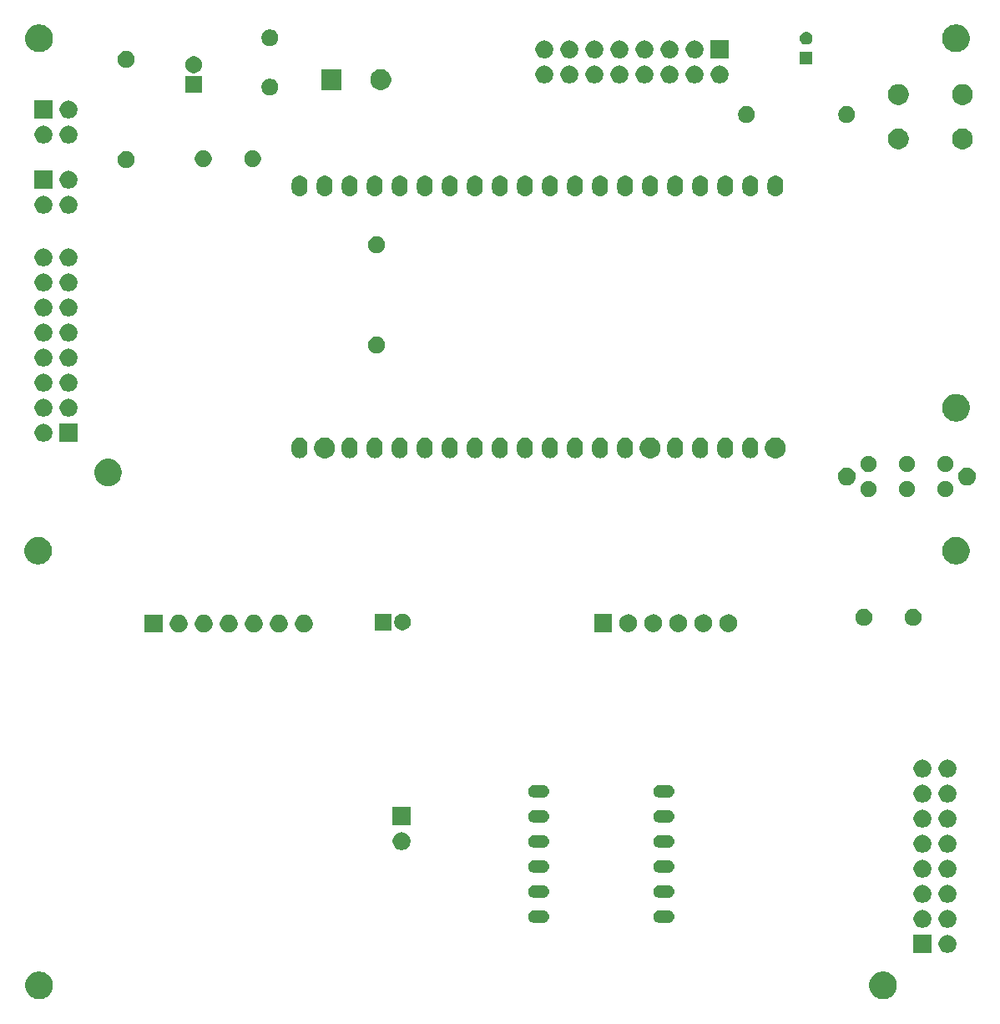
<source format=gbr>
G04 #@! TF.GenerationSoftware,KiCad,Pcbnew,(5.1.5)-3*
G04 #@! TF.CreationDate,2020-03-06T14:14:40-05:00*
G04 #@! TF.ProjectId,CombinedPnl_pcb-r1,436f6d62-696e-4656-9450-6e6c5f706362,rev?*
G04 #@! TF.SameCoordinates,Original*
G04 #@! TF.FileFunction,Soldermask,Bot*
G04 #@! TF.FilePolarity,Negative*
%FSLAX46Y46*%
G04 Gerber Fmt 4.6, Leading zero omitted, Abs format (unit mm)*
G04 Created by KiCad (PCBNEW (5.1.5)-3) date 2020-03-06 14:14:40*
%MOMM*%
%LPD*%
G04 APERTURE LIST*
%ADD10C,0.100000*%
G04 APERTURE END LIST*
D10*
G36*
X183518433Y-136434893D02*
G01*
X183608657Y-136452839D01*
X183714267Y-136496585D01*
X183863621Y-136558449D01*
X183863622Y-136558450D01*
X184093086Y-136711772D01*
X184288228Y-136906914D01*
X184390675Y-137060237D01*
X184441551Y-137136379D01*
X184547161Y-137391344D01*
X184601000Y-137662012D01*
X184601000Y-137937988D01*
X184547161Y-138208656D01*
X184441551Y-138463621D01*
X184441550Y-138463622D01*
X184288228Y-138693086D01*
X184093086Y-138888228D01*
X183939763Y-138990675D01*
X183863621Y-139041551D01*
X183714267Y-139103415D01*
X183608657Y-139147161D01*
X183518433Y-139165107D01*
X183337988Y-139201000D01*
X183062012Y-139201000D01*
X182881567Y-139165107D01*
X182791343Y-139147161D01*
X182685733Y-139103415D01*
X182536379Y-139041551D01*
X182460237Y-138990675D01*
X182306914Y-138888228D01*
X182111772Y-138693086D01*
X181958450Y-138463622D01*
X181958449Y-138463621D01*
X181852839Y-138208656D01*
X181799000Y-137937988D01*
X181799000Y-137662012D01*
X181852839Y-137391344D01*
X181958449Y-137136379D01*
X182009325Y-137060237D01*
X182111772Y-136906914D01*
X182306914Y-136711772D01*
X182536378Y-136558450D01*
X182536379Y-136558449D01*
X182685733Y-136496585D01*
X182791343Y-136452839D01*
X182881567Y-136434893D01*
X183062012Y-136399000D01*
X183337988Y-136399000D01*
X183518433Y-136434893D01*
G37*
G36*
X97918433Y-136434893D02*
G01*
X98008657Y-136452839D01*
X98114267Y-136496585D01*
X98263621Y-136558449D01*
X98263622Y-136558450D01*
X98493086Y-136711772D01*
X98688228Y-136906914D01*
X98790675Y-137060237D01*
X98841551Y-137136379D01*
X98947161Y-137391344D01*
X99001000Y-137662012D01*
X99001000Y-137937988D01*
X98947161Y-138208656D01*
X98841551Y-138463621D01*
X98841550Y-138463622D01*
X98688228Y-138693086D01*
X98493086Y-138888228D01*
X98339763Y-138990675D01*
X98263621Y-139041551D01*
X98114267Y-139103415D01*
X98008657Y-139147161D01*
X97918433Y-139165107D01*
X97737988Y-139201000D01*
X97462012Y-139201000D01*
X97281567Y-139165107D01*
X97191343Y-139147161D01*
X97085733Y-139103415D01*
X96936379Y-139041551D01*
X96860237Y-138990675D01*
X96706914Y-138888228D01*
X96511772Y-138693086D01*
X96358450Y-138463622D01*
X96358449Y-138463621D01*
X96252839Y-138208656D01*
X96199000Y-137937988D01*
X96199000Y-137662012D01*
X96252839Y-137391344D01*
X96358449Y-137136379D01*
X96409325Y-137060237D01*
X96511772Y-136906914D01*
X96706914Y-136711772D01*
X96936378Y-136558450D01*
X96936379Y-136558449D01*
X97085733Y-136496585D01*
X97191343Y-136452839D01*
X97281567Y-136434893D01*
X97462012Y-136399000D01*
X97737988Y-136399000D01*
X97918433Y-136434893D01*
G37*
G36*
X188099000Y-134505000D02*
G01*
X186297000Y-134505000D01*
X186297000Y-132703000D01*
X188099000Y-132703000D01*
X188099000Y-134505000D01*
G37*
G36*
X189851512Y-132707927D02*
G01*
X190000812Y-132737624D01*
X190164784Y-132805544D01*
X190312354Y-132904147D01*
X190437853Y-133029646D01*
X190536456Y-133177216D01*
X190604376Y-133341188D01*
X190639000Y-133515259D01*
X190639000Y-133692741D01*
X190604376Y-133866812D01*
X190536456Y-134030784D01*
X190437853Y-134178354D01*
X190312354Y-134303853D01*
X190164784Y-134402456D01*
X190000812Y-134470376D01*
X189851512Y-134500073D01*
X189826742Y-134505000D01*
X189649258Y-134505000D01*
X189624488Y-134500073D01*
X189475188Y-134470376D01*
X189311216Y-134402456D01*
X189163646Y-134303853D01*
X189038147Y-134178354D01*
X188939544Y-134030784D01*
X188871624Y-133866812D01*
X188837000Y-133692741D01*
X188837000Y-133515259D01*
X188871624Y-133341188D01*
X188939544Y-133177216D01*
X189038147Y-133029646D01*
X189163646Y-132904147D01*
X189311216Y-132805544D01*
X189475188Y-132737624D01*
X189624488Y-132707927D01*
X189649258Y-132703000D01*
X189826742Y-132703000D01*
X189851512Y-132707927D01*
G37*
G36*
X189851512Y-130167927D02*
G01*
X190000812Y-130197624D01*
X190164784Y-130265544D01*
X190312354Y-130364147D01*
X190437853Y-130489646D01*
X190536456Y-130637216D01*
X190604376Y-130801188D01*
X190639000Y-130975259D01*
X190639000Y-131152741D01*
X190604376Y-131326812D01*
X190536456Y-131490784D01*
X190437853Y-131638354D01*
X190312354Y-131763853D01*
X190164784Y-131862456D01*
X190000812Y-131930376D01*
X189851512Y-131960073D01*
X189826742Y-131965000D01*
X189649258Y-131965000D01*
X189624488Y-131960073D01*
X189475188Y-131930376D01*
X189311216Y-131862456D01*
X189163646Y-131763853D01*
X189038147Y-131638354D01*
X188939544Y-131490784D01*
X188871624Y-131326812D01*
X188837000Y-131152741D01*
X188837000Y-130975259D01*
X188871624Y-130801188D01*
X188939544Y-130637216D01*
X189038147Y-130489646D01*
X189163646Y-130364147D01*
X189311216Y-130265544D01*
X189475188Y-130197624D01*
X189624488Y-130167927D01*
X189649258Y-130163000D01*
X189826742Y-130163000D01*
X189851512Y-130167927D01*
G37*
G36*
X187311512Y-130167927D02*
G01*
X187460812Y-130197624D01*
X187624784Y-130265544D01*
X187772354Y-130364147D01*
X187897853Y-130489646D01*
X187996456Y-130637216D01*
X188064376Y-130801188D01*
X188099000Y-130975259D01*
X188099000Y-131152741D01*
X188064376Y-131326812D01*
X187996456Y-131490784D01*
X187897853Y-131638354D01*
X187772354Y-131763853D01*
X187624784Y-131862456D01*
X187460812Y-131930376D01*
X187311512Y-131960073D01*
X187286742Y-131965000D01*
X187109258Y-131965000D01*
X187084488Y-131960073D01*
X186935188Y-131930376D01*
X186771216Y-131862456D01*
X186623646Y-131763853D01*
X186498147Y-131638354D01*
X186399544Y-131490784D01*
X186331624Y-131326812D01*
X186297000Y-131152741D01*
X186297000Y-130975259D01*
X186331624Y-130801188D01*
X186399544Y-130637216D01*
X186498147Y-130489646D01*
X186623646Y-130364147D01*
X186771216Y-130265544D01*
X186935188Y-130197624D01*
X187084488Y-130167927D01*
X187109258Y-130163000D01*
X187286742Y-130163000D01*
X187311512Y-130167927D01*
G37*
G36*
X148733855Y-130182140D02*
G01*
X148797618Y-130188420D01*
X148888404Y-130215960D01*
X148920336Y-130225646D01*
X149033425Y-130286094D01*
X149132554Y-130367446D01*
X149213906Y-130466575D01*
X149274354Y-130579664D01*
X149274355Y-130579668D01*
X149311580Y-130702382D01*
X149324149Y-130830000D01*
X149311580Y-130957618D01*
X149284040Y-131048404D01*
X149274354Y-131080336D01*
X149213906Y-131193425D01*
X149132554Y-131292554D01*
X149033425Y-131373906D01*
X148920336Y-131434354D01*
X148888404Y-131444040D01*
X148797618Y-131471580D01*
X148733855Y-131477860D01*
X148701974Y-131481000D01*
X147838026Y-131481000D01*
X147806145Y-131477860D01*
X147742382Y-131471580D01*
X147651596Y-131444040D01*
X147619664Y-131434354D01*
X147506575Y-131373906D01*
X147407446Y-131292554D01*
X147326094Y-131193425D01*
X147265646Y-131080336D01*
X147255960Y-131048404D01*
X147228420Y-130957618D01*
X147215851Y-130830000D01*
X147228420Y-130702382D01*
X147265645Y-130579668D01*
X147265646Y-130579664D01*
X147326094Y-130466575D01*
X147407446Y-130367446D01*
X147506575Y-130286094D01*
X147619664Y-130225646D01*
X147651596Y-130215960D01*
X147742382Y-130188420D01*
X147806145Y-130182140D01*
X147838026Y-130179000D01*
X148701974Y-130179000D01*
X148733855Y-130182140D01*
G37*
G36*
X161433855Y-130182140D02*
G01*
X161497618Y-130188420D01*
X161588404Y-130215960D01*
X161620336Y-130225646D01*
X161733425Y-130286094D01*
X161832554Y-130367446D01*
X161913906Y-130466575D01*
X161974354Y-130579664D01*
X161974355Y-130579668D01*
X162011580Y-130702382D01*
X162024149Y-130830000D01*
X162011580Y-130957618D01*
X161984040Y-131048404D01*
X161974354Y-131080336D01*
X161913906Y-131193425D01*
X161832554Y-131292554D01*
X161733425Y-131373906D01*
X161620336Y-131434354D01*
X161588404Y-131444040D01*
X161497618Y-131471580D01*
X161433855Y-131477860D01*
X161401974Y-131481000D01*
X160538026Y-131481000D01*
X160506145Y-131477860D01*
X160442382Y-131471580D01*
X160351596Y-131444040D01*
X160319664Y-131434354D01*
X160206575Y-131373906D01*
X160107446Y-131292554D01*
X160026094Y-131193425D01*
X159965646Y-131080336D01*
X159955960Y-131048404D01*
X159928420Y-130957618D01*
X159915851Y-130830000D01*
X159928420Y-130702382D01*
X159965645Y-130579668D01*
X159965646Y-130579664D01*
X160026094Y-130466575D01*
X160107446Y-130367446D01*
X160206575Y-130286094D01*
X160319664Y-130225646D01*
X160351596Y-130215960D01*
X160442382Y-130188420D01*
X160506145Y-130182140D01*
X160538026Y-130179000D01*
X161401974Y-130179000D01*
X161433855Y-130182140D01*
G37*
G36*
X187311512Y-127627927D02*
G01*
X187460812Y-127657624D01*
X187624784Y-127725544D01*
X187772354Y-127824147D01*
X187897853Y-127949646D01*
X187996456Y-128097216D01*
X188064376Y-128261188D01*
X188099000Y-128435259D01*
X188099000Y-128612741D01*
X188064376Y-128786812D01*
X187996456Y-128950784D01*
X187897853Y-129098354D01*
X187772354Y-129223853D01*
X187624784Y-129322456D01*
X187460812Y-129390376D01*
X187311512Y-129420073D01*
X187286742Y-129425000D01*
X187109258Y-129425000D01*
X187084488Y-129420073D01*
X186935188Y-129390376D01*
X186771216Y-129322456D01*
X186623646Y-129223853D01*
X186498147Y-129098354D01*
X186399544Y-128950784D01*
X186331624Y-128786812D01*
X186297000Y-128612741D01*
X186297000Y-128435259D01*
X186331624Y-128261188D01*
X186399544Y-128097216D01*
X186498147Y-127949646D01*
X186623646Y-127824147D01*
X186771216Y-127725544D01*
X186935188Y-127657624D01*
X187084488Y-127627927D01*
X187109258Y-127623000D01*
X187286742Y-127623000D01*
X187311512Y-127627927D01*
G37*
G36*
X189851512Y-127627927D02*
G01*
X190000812Y-127657624D01*
X190164784Y-127725544D01*
X190312354Y-127824147D01*
X190437853Y-127949646D01*
X190536456Y-128097216D01*
X190604376Y-128261188D01*
X190639000Y-128435259D01*
X190639000Y-128612741D01*
X190604376Y-128786812D01*
X190536456Y-128950784D01*
X190437853Y-129098354D01*
X190312354Y-129223853D01*
X190164784Y-129322456D01*
X190000812Y-129390376D01*
X189851512Y-129420073D01*
X189826742Y-129425000D01*
X189649258Y-129425000D01*
X189624488Y-129420073D01*
X189475188Y-129390376D01*
X189311216Y-129322456D01*
X189163646Y-129223853D01*
X189038147Y-129098354D01*
X188939544Y-128950784D01*
X188871624Y-128786812D01*
X188837000Y-128612741D01*
X188837000Y-128435259D01*
X188871624Y-128261188D01*
X188939544Y-128097216D01*
X189038147Y-127949646D01*
X189163646Y-127824147D01*
X189311216Y-127725544D01*
X189475188Y-127657624D01*
X189624488Y-127627927D01*
X189649258Y-127623000D01*
X189826742Y-127623000D01*
X189851512Y-127627927D01*
G37*
G36*
X161433855Y-127642140D02*
G01*
X161497618Y-127648420D01*
X161588404Y-127675960D01*
X161620336Y-127685646D01*
X161733425Y-127746094D01*
X161832554Y-127827446D01*
X161913906Y-127926575D01*
X161974354Y-128039664D01*
X161974355Y-128039668D01*
X162011580Y-128162382D01*
X162024149Y-128290000D01*
X162011580Y-128417618D01*
X161984040Y-128508404D01*
X161974354Y-128540336D01*
X161913906Y-128653425D01*
X161832554Y-128752554D01*
X161733425Y-128833906D01*
X161620336Y-128894354D01*
X161588404Y-128904040D01*
X161497618Y-128931580D01*
X161433855Y-128937860D01*
X161401974Y-128941000D01*
X160538026Y-128941000D01*
X160506145Y-128937860D01*
X160442382Y-128931580D01*
X160351596Y-128904040D01*
X160319664Y-128894354D01*
X160206575Y-128833906D01*
X160107446Y-128752554D01*
X160026094Y-128653425D01*
X159965646Y-128540336D01*
X159955960Y-128508404D01*
X159928420Y-128417618D01*
X159915851Y-128290000D01*
X159928420Y-128162382D01*
X159965645Y-128039668D01*
X159965646Y-128039664D01*
X160026094Y-127926575D01*
X160107446Y-127827446D01*
X160206575Y-127746094D01*
X160319664Y-127685646D01*
X160351596Y-127675960D01*
X160442382Y-127648420D01*
X160506145Y-127642140D01*
X160538026Y-127639000D01*
X161401974Y-127639000D01*
X161433855Y-127642140D01*
G37*
G36*
X148733855Y-127642140D02*
G01*
X148797618Y-127648420D01*
X148888404Y-127675960D01*
X148920336Y-127685646D01*
X149033425Y-127746094D01*
X149132554Y-127827446D01*
X149213906Y-127926575D01*
X149274354Y-128039664D01*
X149274355Y-128039668D01*
X149311580Y-128162382D01*
X149324149Y-128290000D01*
X149311580Y-128417618D01*
X149284040Y-128508404D01*
X149274354Y-128540336D01*
X149213906Y-128653425D01*
X149132554Y-128752554D01*
X149033425Y-128833906D01*
X148920336Y-128894354D01*
X148888404Y-128904040D01*
X148797618Y-128931580D01*
X148733855Y-128937860D01*
X148701974Y-128941000D01*
X147838026Y-128941000D01*
X147806145Y-128937860D01*
X147742382Y-128931580D01*
X147651596Y-128904040D01*
X147619664Y-128894354D01*
X147506575Y-128833906D01*
X147407446Y-128752554D01*
X147326094Y-128653425D01*
X147265646Y-128540336D01*
X147255960Y-128508404D01*
X147228420Y-128417618D01*
X147215851Y-128290000D01*
X147228420Y-128162382D01*
X147265645Y-128039668D01*
X147265646Y-128039664D01*
X147326094Y-127926575D01*
X147407446Y-127827446D01*
X147506575Y-127746094D01*
X147619664Y-127685646D01*
X147651596Y-127675960D01*
X147742382Y-127648420D01*
X147806145Y-127642140D01*
X147838026Y-127639000D01*
X148701974Y-127639000D01*
X148733855Y-127642140D01*
G37*
G36*
X187311512Y-125087927D02*
G01*
X187460812Y-125117624D01*
X187624784Y-125185544D01*
X187772354Y-125284147D01*
X187897853Y-125409646D01*
X187996456Y-125557216D01*
X188064376Y-125721188D01*
X188099000Y-125895259D01*
X188099000Y-126072741D01*
X188064376Y-126246812D01*
X187996456Y-126410784D01*
X187897853Y-126558354D01*
X187772354Y-126683853D01*
X187624784Y-126782456D01*
X187460812Y-126850376D01*
X187311512Y-126880073D01*
X187286742Y-126885000D01*
X187109258Y-126885000D01*
X187084488Y-126880073D01*
X186935188Y-126850376D01*
X186771216Y-126782456D01*
X186623646Y-126683853D01*
X186498147Y-126558354D01*
X186399544Y-126410784D01*
X186331624Y-126246812D01*
X186297000Y-126072741D01*
X186297000Y-125895259D01*
X186331624Y-125721188D01*
X186399544Y-125557216D01*
X186498147Y-125409646D01*
X186623646Y-125284147D01*
X186771216Y-125185544D01*
X186935188Y-125117624D01*
X187084488Y-125087927D01*
X187109258Y-125083000D01*
X187286742Y-125083000D01*
X187311512Y-125087927D01*
G37*
G36*
X189851512Y-125087927D02*
G01*
X190000812Y-125117624D01*
X190164784Y-125185544D01*
X190312354Y-125284147D01*
X190437853Y-125409646D01*
X190536456Y-125557216D01*
X190604376Y-125721188D01*
X190639000Y-125895259D01*
X190639000Y-126072741D01*
X190604376Y-126246812D01*
X190536456Y-126410784D01*
X190437853Y-126558354D01*
X190312354Y-126683853D01*
X190164784Y-126782456D01*
X190000812Y-126850376D01*
X189851512Y-126880073D01*
X189826742Y-126885000D01*
X189649258Y-126885000D01*
X189624488Y-126880073D01*
X189475188Y-126850376D01*
X189311216Y-126782456D01*
X189163646Y-126683853D01*
X189038147Y-126558354D01*
X188939544Y-126410784D01*
X188871624Y-126246812D01*
X188837000Y-126072741D01*
X188837000Y-125895259D01*
X188871624Y-125721188D01*
X188939544Y-125557216D01*
X189038147Y-125409646D01*
X189163646Y-125284147D01*
X189311216Y-125185544D01*
X189475188Y-125117624D01*
X189624488Y-125087927D01*
X189649258Y-125083000D01*
X189826742Y-125083000D01*
X189851512Y-125087927D01*
G37*
G36*
X161433855Y-125102140D02*
G01*
X161497618Y-125108420D01*
X161588404Y-125135960D01*
X161620336Y-125145646D01*
X161733425Y-125206094D01*
X161832554Y-125287446D01*
X161913906Y-125386575D01*
X161974354Y-125499664D01*
X161974355Y-125499668D01*
X162011580Y-125622382D01*
X162024149Y-125750000D01*
X162011580Y-125877618D01*
X161984040Y-125968404D01*
X161974354Y-126000336D01*
X161913906Y-126113425D01*
X161832554Y-126212554D01*
X161733425Y-126293906D01*
X161620336Y-126354354D01*
X161588404Y-126364040D01*
X161497618Y-126391580D01*
X161433855Y-126397860D01*
X161401974Y-126401000D01*
X160538026Y-126401000D01*
X160506145Y-126397860D01*
X160442382Y-126391580D01*
X160351596Y-126364040D01*
X160319664Y-126354354D01*
X160206575Y-126293906D01*
X160107446Y-126212554D01*
X160026094Y-126113425D01*
X159965646Y-126000336D01*
X159955960Y-125968404D01*
X159928420Y-125877618D01*
X159915851Y-125750000D01*
X159928420Y-125622382D01*
X159965645Y-125499668D01*
X159965646Y-125499664D01*
X160026094Y-125386575D01*
X160107446Y-125287446D01*
X160206575Y-125206094D01*
X160319664Y-125145646D01*
X160351596Y-125135960D01*
X160442382Y-125108420D01*
X160506145Y-125102140D01*
X160538026Y-125099000D01*
X161401974Y-125099000D01*
X161433855Y-125102140D01*
G37*
G36*
X148733855Y-125102140D02*
G01*
X148797618Y-125108420D01*
X148888404Y-125135960D01*
X148920336Y-125145646D01*
X149033425Y-125206094D01*
X149132554Y-125287446D01*
X149213906Y-125386575D01*
X149274354Y-125499664D01*
X149274355Y-125499668D01*
X149311580Y-125622382D01*
X149324149Y-125750000D01*
X149311580Y-125877618D01*
X149284040Y-125968404D01*
X149274354Y-126000336D01*
X149213906Y-126113425D01*
X149132554Y-126212554D01*
X149033425Y-126293906D01*
X148920336Y-126354354D01*
X148888404Y-126364040D01*
X148797618Y-126391580D01*
X148733855Y-126397860D01*
X148701974Y-126401000D01*
X147838026Y-126401000D01*
X147806145Y-126397860D01*
X147742382Y-126391580D01*
X147651596Y-126364040D01*
X147619664Y-126354354D01*
X147506575Y-126293906D01*
X147407446Y-126212554D01*
X147326094Y-126113425D01*
X147265646Y-126000336D01*
X147255960Y-125968404D01*
X147228420Y-125877618D01*
X147215851Y-125750000D01*
X147228420Y-125622382D01*
X147265645Y-125499668D01*
X147265646Y-125499664D01*
X147326094Y-125386575D01*
X147407446Y-125287446D01*
X147506575Y-125206094D01*
X147619664Y-125145646D01*
X147651596Y-125135960D01*
X147742382Y-125108420D01*
X147806145Y-125102140D01*
X147838026Y-125099000D01*
X148701974Y-125099000D01*
X148733855Y-125102140D01*
G37*
G36*
X189851512Y-122547927D02*
G01*
X190000812Y-122577624D01*
X190164784Y-122645544D01*
X190312354Y-122744147D01*
X190437853Y-122869646D01*
X190536456Y-123017216D01*
X190604376Y-123181188D01*
X190639000Y-123355259D01*
X190639000Y-123532741D01*
X190604376Y-123706812D01*
X190536456Y-123870784D01*
X190437853Y-124018354D01*
X190312354Y-124143853D01*
X190164784Y-124242456D01*
X190000812Y-124310376D01*
X189851512Y-124340073D01*
X189826742Y-124345000D01*
X189649258Y-124345000D01*
X189624488Y-124340073D01*
X189475188Y-124310376D01*
X189311216Y-124242456D01*
X189163646Y-124143853D01*
X189038147Y-124018354D01*
X188939544Y-123870784D01*
X188871624Y-123706812D01*
X188837000Y-123532741D01*
X188837000Y-123355259D01*
X188871624Y-123181188D01*
X188939544Y-123017216D01*
X189038147Y-122869646D01*
X189163646Y-122744147D01*
X189311216Y-122645544D01*
X189475188Y-122577624D01*
X189624488Y-122547927D01*
X189649258Y-122543000D01*
X189826742Y-122543000D01*
X189851512Y-122547927D01*
G37*
G36*
X187311512Y-122547927D02*
G01*
X187460812Y-122577624D01*
X187624784Y-122645544D01*
X187772354Y-122744147D01*
X187897853Y-122869646D01*
X187996456Y-123017216D01*
X188064376Y-123181188D01*
X188099000Y-123355259D01*
X188099000Y-123532741D01*
X188064376Y-123706812D01*
X187996456Y-123870784D01*
X187897853Y-124018354D01*
X187772354Y-124143853D01*
X187624784Y-124242456D01*
X187460812Y-124310376D01*
X187311512Y-124340073D01*
X187286742Y-124345000D01*
X187109258Y-124345000D01*
X187084488Y-124340073D01*
X186935188Y-124310376D01*
X186771216Y-124242456D01*
X186623646Y-124143853D01*
X186498147Y-124018354D01*
X186399544Y-123870784D01*
X186331624Y-123706812D01*
X186297000Y-123532741D01*
X186297000Y-123355259D01*
X186331624Y-123181188D01*
X186399544Y-123017216D01*
X186498147Y-122869646D01*
X186623646Y-122744147D01*
X186771216Y-122645544D01*
X186935188Y-122577624D01*
X187084488Y-122547927D01*
X187109258Y-122543000D01*
X187286742Y-122543000D01*
X187311512Y-122547927D01*
G37*
G36*
X134479512Y-122293927D02*
G01*
X134628812Y-122323624D01*
X134792784Y-122391544D01*
X134940354Y-122490147D01*
X135065853Y-122615646D01*
X135164456Y-122763216D01*
X135232376Y-122927188D01*
X135267000Y-123101259D01*
X135267000Y-123278741D01*
X135232376Y-123452812D01*
X135164456Y-123616784D01*
X135065853Y-123764354D01*
X134940354Y-123889853D01*
X134792784Y-123988456D01*
X134628812Y-124056376D01*
X134479512Y-124086073D01*
X134454742Y-124091000D01*
X134277258Y-124091000D01*
X134252488Y-124086073D01*
X134103188Y-124056376D01*
X133939216Y-123988456D01*
X133791646Y-123889853D01*
X133666147Y-123764354D01*
X133567544Y-123616784D01*
X133499624Y-123452812D01*
X133465000Y-123278741D01*
X133465000Y-123101259D01*
X133499624Y-122927188D01*
X133567544Y-122763216D01*
X133666147Y-122615646D01*
X133791646Y-122490147D01*
X133939216Y-122391544D01*
X134103188Y-122323624D01*
X134252488Y-122293927D01*
X134277258Y-122289000D01*
X134454742Y-122289000D01*
X134479512Y-122293927D01*
G37*
G36*
X161433855Y-122562140D02*
G01*
X161497618Y-122568420D01*
X161588404Y-122595960D01*
X161620336Y-122605646D01*
X161733425Y-122666094D01*
X161832554Y-122747446D01*
X161913906Y-122846575D01*
X161974354Y-122959664D01*
X161974355Y-122959668D01*
X162011580Y-123082382D01*
X162024149Y-123210000D01*
X162011580Y-123337618D01*
X161984040Y-123428404D01*
X161974354Y-123460336D01*
X161913906Y-123573425D01*
X161832554Y-123672554D01*
X161733425Y-123753906D01*
X161620336Y-123814354D01*
X161588404Y-123824040D01*
X161497618Y-123851580D01*
X161433855Y-123857860D01*
X161401974Y-123861000D01*
X160538026Y-123861000D01*
X160506145Y-123857860D01*
X160442382Y-123851580D01*
X160351596Y-123824040D01*
X160319664Y-123814354D01*
X160206575Y-123753906D01*
X160107446Y-123672554D01*
X160026094Y-123573425D01*
X159965646Y-123460336D01*
X159955960Y-123428404D01*
X159928420Y-123337618D01*
X159915851Y-123210000D01*
X159928420Y-123082382D01*
X159965645Y-122959668D01*
X159965646Y-122959664D01*
X160026094Y-122846575D01*
X160107446Y-122747446D01*
X160206575Y-122666094D01*
X160319664Y-122605646D01*
X160351596Y-122595960D01*
X160442382Y-122568420D01*
X160506145Y-122562140D01*
X160538026Y-122559000D01*
X161401974Y-122559000D01*
X161433855Y-122562140D01*
G37*
G36*
X148733855Y-122562140D02*
G01*
X148797618Y-122568420D01*
X148888404Y-122595960D01*
X148920336Y-122605646D01*
X149033425Y-122666094D01*
X149132554Y-122747446D01*
X149213906Y-122846575D01*
X149274354Y-122959664D01*
X149274355Y-122959668D01*
X149311580Y-123082382D01*
X149324149Y-123210000D01*
X149311580Y-123337618D01*
X149284040Y-123428404D01*
X149274354Y-123460336D01*
X149213906Y-123573425D01*
X149132554Y-123672554D01*
X149033425Y-123753906D01*
X148920336Y-123814354D01*
X148888404Y-123824040D01*
X148797618Y-123851580D01*
X148733855Y-123857860D01*
X148701974Y-123861000D01*
X147838026Y-123861000D01*
X147806145Y-123857860D01*
X147742382Y-123851580D01*
X147651596Y-123824040D01*
X147619664Y-123814354D01*
X147506575Y-123753906D01*
X147407446Y-123672554D01*
X147326094Y-123573425D01*
X147265646Y-123460336D01*
X147255960Y-123428404D01*
X147228420Y-123337618D01*
X147215851Y-123210000D01*
X147228420Y-123082382D01*
X147265645Y-122959668D01*
X147265646Y-122959664D01*
X147326094Y-122846575D01*
X147407446Y-122747446D01*
X147506575Y-122666094D01*
X147619664Y-122605646D01*
X147651596Y-122595960D01*
X147742382Y-122568420D01*
X147806145Y-122562140D01*
X147838026Y-122559000D01*
X148701974Y-122559000D01*
X148733855Y-122562140D01*
G37*
G36*
X189851512Y-120007927D02*
G01*
X190000812Y-120037624D01*
X190164784Y-120105544D01*
X190312354Y-120204147D01*
X190437853Y-120329646D01*
X190536456Y-120477216D01*
X190604376Y-120641188D01*
X190639000Y-120815259D01*
X190639000Y-120992741D01*
X190604376Y-121166812D01*
X190536456Y-121330784D01*
X190437853Y-121478354D01*
X190312354Y-121603853D01*
X190164784Y-121702456D01*
X190000812Y-121770376D01*
X189851512Y-121800073D01*
X189826742Y-121805000D01*
X189649258Y-121805000D01*
X189624488Y-121800073D01*
X189475188Y-121770376D01*
X189311216Y-121702456D01*
X189163646Y-121603853D01*
X189038147Y-121478354D01*
X188939544Y-121330784D01*
X188871624Y-121166812D01*
X188837000Y-120992741D01*
X188837000Y-120815259D01*
X188871624Y-120641188D01*
X188939544Y-120477216D01*
X189038147Y-120329646D01*
X189163646Y-120204147D01*
X189311216Y-120105544D01*
X189475188Y-120037624D01*
X189624488Y-120007927D01*
X189649258Y-120003000D01*
X189826742Y-120003000D01*
X189851512Y-120007927D01*
G37*
G36*
X187311512Y-120007927D02*
G01*
X187460812Y-120037624D01*
X187624784Y-120105544D01*
X187772354Y-120204147D01*
X187897853Y-120329646D01*
X187996456Y-120477216D01*
X188064376Y-120641188D01*
X188099000Y-120815259D01*
X188099000Y-120992741D01*
X188064376Y-121166812D01*
X187996456Y-121330784D01*
X187897853Y-121478354D01*
X187772354Y-121603853D01*
X187624784Y-121702456D01*
X187460812Y-121770376D01*
X187311512Y-121800073D01*
X187286742Y-121805000D01*
X187109258Y-121805000D01*
X187084488Y-121800073D01*
X186935188Y-121770376D01*
X186771216Y-121702456D01*
X186623646Y-121603853D01*
X186498147Y-121478354D01*
X186399544Y-121330784D01*
X186331624Y-121166812D01*
X186297000Y-120992741D01*
X186297000Y-120815259D01*
X186331624Y-120641188D01*
X186399544Y-120477216D01*
X186498147Y-120329646D01*
X186623646Y-120204147D01*
X186771216Y-120105544D01*
X186935188Y-120037624D01*
X187084488Y-120007927D01*
X187109258Y-120003000D01*
X187286742Y-120003000D01*
X187311512Y-120007927D01*
G37*
G36*
X135267000Y-121551000D02*
G01*
X133465000Y-121551000D01*
X133465000Y-119749000D01*
X135267000Y-119749000D01*
X135267000Y-121551000D01*
G37*
G36*
X148733855Y-120022140D02*
G01*
X148797618Y-120028420D01*
X148888404Y-120055960D01*
X148920336Y-120065646D01*
X149033425Y-120126094D01*
X149132554Y-120207446D01*
X149213906Y-120306575D01*
X149274354Y-120419664D01*
X149274355Y-120419668D01*
X149311580Y-120542382D01*
X149324149Y-120670000D01*
X149311580Y-120797618D01*
X149284040Y-120888404D01*
X149274354Y-120920336D01*
X149213906Y-121033425D01*
X149132554Y-121132554D01*
X149033425Y-121213906D01*
X148920336Y-121274354D01*
X148888404Y-121284040D01*
X148797618Y-121311580D01*
X148733855Y-121317860D01*
X148701974Y-121321000D01*
X147838026Y-121321000D01*
X147806145Y-121317860D01*
X147742382Y-121311580D01*
X147651596Y-121284040D01*
X147619664Y-121274354D01*
X147506575Y-121213906D01*
X147407446Y-121132554D01*
X147326094Y-121033425D01*
X147265646Y-120920336D01*
X147255960Y-120888404D01*
X147228420Y-120797618D01*
X147215851Y-120670000D01*
X147228420Y-120542382D01*
X147265645Y-120419668D01*
X147265646Y-120419664D01*
X147326094Y-120306575D01*
X147407446Y-120207446D01*
X147506575Y-120126094D01*
X147619664Y-120065646D01*
X147651596Y-120055960D01*
X147742382Y-120028420D01*
X147806145Y-120022140D01*
X147838026Y-120019000D01*
X148701974Y-120019000D01*
X148733855Y-120022140D01*
G37*
G36*
X161433855Y-120022140D02*
G01*
X161497618Y-120028420D01*
X161588404Y-120055960D01*
X161620336Y-120065646D01*
X161733425Y-120126094D01*
X161832554Y-120207446D01*
X161913906Y-120306575D01*
X161974354Y-120419664D01*
X161974355Y-120419668D01*
X162011580Y-120542382D01*
X162024149Y-120670000D01*
X162011580Y-120797618D01*
X161984040Y-120888404D01*
X161974354Y-120920336D01*
X161913906Y-121033425D01*
X161832554Y-121132554D01*
X161733425Y-121213906D01*
X161620336Y-121274354D01*
X161588404Y-121284040D01*
X161497618Y-121311580D01*
X161433855Y-121317860D01*
X161401974Y-121321000D01*
X160538026Y-121321000D01*
X160506145Y-121317860D01*
X160442382Y-121311580D01*
X160351596Y-121284040D01*
X160319664Y-121274354D01*
X160206575Y-121213906D01*
X160107446Y-121132554D01*
X160026094Y-121033425D01*
X159965646Y-120920336D01*
X159955960Y-120888404D01*
X159928420Y-120797618D01*
X159915851Y-120670000D01*
X159928420Y-120542382D01*
X159965645Y-120419668D01*
X159965646Y-120419664D01*
X160026094Y-120306575D01*
X160107446Y-120207446D01*
X160206575Y-120126094D01*
X160319664Y-120065646D01*
X160351596Y-120055960D01*
X160442382Y-120028420D01*
X160506145Y-120022140D01*
X160538026Y-120019000D01*
X161401974Y-120019000D01*
X161433855Y-120022140D01*
G37*
G36*
X187311512Y-117467927D02*
G01*
X187460812Y-117497624D01*
X187624784Y-117565544D01*
X187772354Y-117664147D01*
X187897853Y-117789646D01*
X187996456Y-117937216D01*
X188064376Y-118101188D01*
X188099000Y-118275259D01*
X188099000Y-118452741D01*
X188064376Y-118626812D01*
X187996456Y-118790784D01*
X187897853Y-118938354D01*
X187772354Y-119063853D01*
X187624784Y-119162456D01*
X187460812Y-119230376D01*
X187311512Y-119260073D01*
X187286742Y-119265000D01*
X187109258Y-119265000D01*
X187084488Y-119260073D01*
X186935188Y-119230376D01*
X186771216Y-119162456D01*
X186623646Y-119063853D01*
X186498147Y-118938354D01*
X186399544Y-118790784D01*
X186331624Y-118626812D01*
X186297000Y-118452741D01*
X186297000Y-118275259D01*
X186331624Y-118101188D01*
X186399544Y-117937216D01*
X186498147Y-117789646D01*
X186623646Y-117664147D01*
X186771216Y-117565544D01*
X186935188Y-117497624D01*
X187084488Y-117467927D01*
X187109258Y-117463000D01*
X187286742Y-117463000D01*
X187311512Y-117467927D01*
G37*
G36*
X189851512Y-117467927D02*
G01*
X190000812Y-117497624D01*
X190164784Y-117565544D01*
X190312354Y-117664147D01*
X190437853Y-117789646D01*
X190536456Y-117937216D01*
X190604376Y-118101188D01*
X190639000Y-118275259D01*
X190639000Y-118452741D01*
X190604376Y-118626812D01*
X190536456Y-118790784D01*
X190437853Y-118938354D01*
X190312354Y-119063853D01*
X190164784Y-119162456D01*
X190000812Y-119230376D01*
X189851512Y-119260073D01*
X189826742Y-119265000D01*
X189649258Y-119265000D01*
X189624488Y-119260073D01*
X189475188Y-119230376D01*
X189311216Y-119162456D01*
X189163646Y-119063853D01*
X189038147Y-118938354D01*
X188939544Y-118790784D01*
X188871624Y-118626812D01*
X188837000Y-118452741D01*
X188837000Y-118275259D01*
X188871624Y-118101188D01*
X188939544Y-117937216D01*
X189038147Y-117789646D01*
X189163646Y-117664147D01*
X189311216Y-117565544D01*
X189475188Y-117497624D01*
X189624488Y-117467927D01*
X189649258Y-117463000D01*
X189826742Y-117463000D01*
X189851512Y-117467927D01*
G37*
G36*
X161433855Y-117482140D02*
G01*
X161497618Y-117488420D01*
X161588404Y-117515960D01*
X161620336Y-117525646D01*
X161733425Y-117586094D01*
X161832554Y-117667446D01*
X161913906Y-117766575D01*
X161974354Y-117879664D01*
X161974355Y-117879668D01*
X162011580Y-118002382D01*
X162024149Y-118130000D01*
X162011580Y-118257618D01*
X161984040Y-118348404D01*
X161974354Y-118380336D01*
X161913906Y-118493425D01*
X161832554Y-118592554D01*
X161733425Y-118673906D01*
X161620336Y-118734354D01*
X161588404Y-118744040D01*
X161497618Y-118771580D01*
X161433855Y-118777860D01*
X161401974Y-118781000D01*
X160538026Y-118781000D01*
X160506145Y-118777860D01*
X160442382Y-118771580D01*
X160351596Y-118744040D01*
X160319664Y-118734354D01*
X160206575Y-118673906D01*
X160107446Y-118592554D01*
X160026094Y-118493425D01*
X159965646Y-118380336D01*
X159955960Y-118348404D01*
X159928420Y-118257618D01*
X159915851Y-118130000D01*
X159928420Y-118002382D01*
X159965645Y-117879668D01*
X159965646Y-117879664D01*
X160026094Y-117766575D01*
X160107446Y-117667446D01*
X160206575Y-117586094D01*
X160319664Y-117525646D01*
X160351596Y-117515960D01*
X160442382Y-117488420D01*
X160506145Y-117482140D01*
X160538026Y-117479000D01*
X161401974Y-117479000D01*
X161433855Y-117482140D01*
G37*
G36*
X148733855Y-117482140D02*
G01*
X148797618Y-117488420D01*
X148888404Y-117515960D01*
X148920336Y-117525646D01*
X149033425Y-117586094D01*
X149132554Y-117667446D01*
X149213906Y-117766575D01*
X149274354Y-117879664D01*
X149274355Y-117879668D01*
X149311580Y-118002382D01*
X149324149Y-118130000D01*
X149311580Y-118257618D01*
X149284040Y-118348404D01*
X149274354Y-118380336D01*
X149213906Y-118493425D01*
X149132554Y-118592554D01*
X149033425Y-118673906D01*
X148920336Y-118734354D01*
X148888404Y-118744040D01*
X148797618Y-118771580D01*
X148733855Y-118777860D01*
X148701974Y-118781000D01*
X147838026Y-118781000D01*
X147806145Y-118777860D01*
X147742382Y-118771580D01*
X147651596Y-118744040D01*
X147619664Y-118734354D01*
X147506575Y-118673906D01*
X147407446Y-118592554D01*
X147326094Y-118493425D01*
X147265646Y-118380336D01*
X147255960Y-118348404D01*
X147228420Y-118257618D01*
X147215851Y-118130000D01*
X147228420Y-118002382D01*
X147265645Y-117879668D01*
X147265646Y-117879664D01*
X147326094Y-117766575D01*
X147407446Y-117667446D01*
X147506575Y-117586094D01*
X147619664Y-117525646D01*
X147651596Y-117515960D01*
X147742382Y-117488420D01*
X147806145Y-117482140D01*
X147838026Y-117479000D01*
X148701974Y-117479000D01*
X148733855Y-117482140D01*
G37*
G36*
X187311512Y-114927927D02*
G01*
X187460812Y-114957624D01*
X187624784Y-115025544D01*
X187772354Y-115124147D01*
X187897853Y-115249646D01*
X187996456Y-115397216D01*
X188064376Y-115561188D01*
X188099000Y-115735259D01*
X188099000Y-115912741D01*
X188064376Y-116086812D01*
X187996456Y-116250784D01*
X187897853Y-116398354D01*
X187772354Y-116523853D01*
X187624784Y-116622456D01*
X187460812Y-116690376D01*
X187311512Y-116720073D01*
X187286742Y-116725000D01*
X187109258Y-116725000D01*
X187084488Y-116720073D01*
X186935188Y-116690376D01*
X186771216Y-116622456D01*
X186623646Y-116523853D01*
X186498147Y-116398354D01*
X186399544Y-116250784D01*
X186331624Y-116086812D01*
X186297000Y-115912741D01*
X186297000Y-115735259D01*
X186331624Y-115561188D01*
X186399544Y-115397216D01*
X186498147Y-115249646D01*
X186623646Y-115124147D01*
X186771216Y-115025544D01*
X186935188Y-114957624D01*
X187084488Y-114927927D01*
X187109258Y-114923000D01*
X187286742Y-114923000D01*
X187311512Y-114927927D01*
G37*
G36*
X189851512Y-114927927D02*
G01*
X190000812Y-114957624D01*
X190164784Y-115025544D01*
X190312354Y-115124147D01*
X190437853Y-115249646D01*
X190536456Y-115397216D01*
X190604376Y-115561188D01*
X190639000Y-115735259D01*
X190639000Y-115912741D01*
X190604376Y-116086812D01*
X190536456Y-116250784D01*
X190437853Y-116398354D01*
X190312354Y-116523853D01*
X190164784Y-116622456D01*
X190000812Y-116690376D01*
X189851512Y-116720073D01*
X189826742Y-116725000D01*
X189649258Y-116725000D01*
X189624488Y-116720073D01*
X189475188Y-116690376D01*
X189311216Y-116622456D01*
X189163646Y-116523853D01*
X189038147Y-116398354D01*
X188939544Y-116250784D01*
X188871624Y-116086812D01*
X188837000Y-115912741D01*
X188837000Y-115735259D01*
X188871624Y-115561188D01*
X188939544Y-115397216D01*
X189038147Y-115249646D01*
X189163646Y-115124147D01*
X189311216Y-115025544D01*
X189475188Y-114957624D01*
X189624488Y-114927927D01*
X189649258Y-114923000D01*
X189826742Y-114923000D01*
X189851512Y-114927927D01*
G37*
G36*
X122033512Y-100242928D02*
G01*
X122182812Y-100272625D01*
X122346784Y-100340545D01*
X122494354Y-100439148D01*
X122619853Y-100564647D01*
X122718456Y-100712217D01*
X122786376Y-100876189D01*
X122821000Y-101050260D01*
X122821000Y-101227742D01*
X122786376Y-101401813D01*
X122718456Y-101565785D01*
X122619853Y-101713355D01*
X122494354Y-101838854D01*
X122346784Y-101937457D01*
X122182812Y-102005377D01*
X122033512Y-102035074D01*
X122008742Y-102040001D01*
X121831258Y-102040001D01*
X121806488Y-102035074D01*
X121657188Y-102005377D01*
X121493216Y-101937457D01*
X121345646Y-101838854D01*
X121220147Y-101713355D01*
X121121544Y-101565785D01*
X121053624Y-101401813D01*
X121019000Y-101227742D01*
X121019000Y-101050260D01*
X121053624Y-100876189D01*
X121121544Y-100712217D01*
X121220147Y-100564647D01*
X121345646Y-100439148D01*
X121493216Y-100340545D01*
X121657188Y-100272625D01*
X121806488Y-100242928D01*
X121831258Y-100238001D01*
X122008742Y-100238001D01*
X122033512Y-100242928D01*
G37*
G36*
X110121000Y-102040001D02*
G01*
X108319000Y-102040001D01*
X108319000Y-100238001D01*
X110121000Y-100238001D01*
X110121000Y-102040001D01*
G37*
G36*
X111873512Y-100242928D02*
G01*
X112022812Y-100272625D01*
X112186784Y-100340545D01*
X112334354Y-100439148D01*
X112459853Y-100564647D01*
X112558456Y-100712217D01*
X112626376Y-100876189D01*
X112661000Y-101050260D01*
X112661000Y-101227742D01*
X112626376Y-101401813D01*
X112558456Y-101565785D01*
X112459853Y-101713355D01*
X112334354Y-101838854D01*
X112186784Y-101937457D01*
X112022812Y-102005377D01*
X111873512Y-102035074D01*
X111848742Y-102040001D01*
X111671258Y-102040001D01*
X111646488Y-102035074D01*
X111497188Y-102005377D01*
X111333216Y-101937457D01*
X111185646Y-101838854D01*
X111060147Y-101713355D01*
X110961544Y-101565785D01*
X110893624Y-101401813D01*
X110859000Y-101227742D01*
X110859000Y-101050260D01*
X110893624Y-100876189D01*
X110961544Y-100712217D01*
X111060147Y-100564647D01*
X111185646Y-100439148D01*
X111333216Y-100340545D01*
X111497188Y-100272625D01*
X111646488Y-100242928D01*
X111671258Y-100238001D01*
X111848742Y-100238001D01*
X111873512Y-100242928D01*
G37*
G36*
X114413512Y-100242928D02*
G01*
X114562812Y-100272625D01*
X114726784Y-100340545D01*
X114874354Y-100439148D01*
X114999853Y-100564647D01*
X115098456Y-100712217D01*
X115166376Y-100876189D01*
X115201000Y-101050260D01*
X115201000Y-101227742D01*
X115166376Y-101401813D01*
X115098456Y-101565785D01*
X114999853Y-101713355D01*
X114874354Y-101838854D01*
X114726784Y-101937457D01*
X114562812Y-102005377D01*
X114413512Y-102035074D01*
X114388742Y-102040001D01*
X114211258Y-102040001D01*
X114186488Y-102035074D01*
X114037188Y-102005377D01*
X113873216Y-101937457D01*
X113725646Y-101838854D01*
X113600147Y-101713355D01*
X113501544Y-101565785D01*
X113433624Y-101401813D01*
X113399000Y-101227742D01*
X113399000Y-101050260D01*
X113433624Y-100876189D01*
X113501544Y-100712217D01*
X113600147Y-100564647D01*
X113725646Y-100439148D01*
X113873216Y-100340545D01*
X114037188Y-100272625D01*
X114186488Y-100242928D01*
X114211258Y-100238001D01*
X114388742Y-100238001D01*
X114413512Y-100242928D01*
G37*
G36*
X116953512Y-100242928D02*
G01*
X117102812Y-100272625D01*
X117266784Y-100340545D01*
X117414354Y-100439148D01*
X117539853Y-100564647D01*
X117638456Y-100712217D01*
X117706376Y-100876189D01*
X117741000Y-101050260D01*
X117741000Y-101227742D01*
X117706376Y-101401813D01*
X117638456Y-101565785D01*
X117539853Y-101713355D01*
X117414354Y-101838854D01*
X117266784Y-101937457D01*
X117102812Y-102005377D01*
X116953512Y-102035074D01*
X116928742Y-102040001D01*
X116751258Y-102040001D01*
X116726488Y-102035074D01*
X116577188Y-102005377D01*
X116413216Y-101937457D01*
X116265646Y-101838854D01*
X116140147Y-101713355D01*
X116041544Y-101565785D01*
X115973624Y-101401813D01*
X115939000Y-101227742D01*
X115939000Y-101050260D01*
X115973624Y-100876189D01*
X116041544Y-100712217D01*
X116140147Y-100564647D01*
X116265646Y-100439148D01*
X116413216Y-100340545D01*
X116577188Y-100272625D01*
X116726488Y-100242928D01*
X116751258Y-100238001D01*
X116928742Y-100238001D01*
X116953512Y-100242928D01*
G37*
G36*
X119493512Y-100242928D02*
G01*
X119642812Y-100272625D01*
X119806784Y-100340545D01*
X119954354Y-100439148D01*
X120079853Y-100564647D01*
X120178456Y-100712217D01*
X120246376Y-100876189D01*
X120281000Y-101050260D01*
X120281000Y-101227742D01*
X120246376Y-101401813D01*
X120178456Y-101565785D01*
X120079853Y-101713355D01*
X119954354Y-101838854D01*
X119806784Y-101937457D01*
X119642812Y-102005377D01*
X119493512Y-102035074D01*
X119468742Y-102040001D01*
X119291258Y-102040001D01*
X119266488Y-102035074D01*
X119117188Y-102005377D01*
X118953216Y-101937457D01*
X118805646Y-101838854D01*
X118680147Y-101713355D01*
X118581544Y-101565785D01*
X118513624Y-101401813D01*
X118479000Y-101227742D01*
X118479000Y-101050260D01*
X118513624Y-100876189D01*
X118581544Y-100712217D01*
X118680147Y-100564647D01*
X118805646Y-100439148D01*
X118953216Y-100340545D01*
X119117188Y-100272625D01*
X119266488Y-100242928D01*
X119291258Y-100238001D01*
X119468742Y-100238001D01*
X119493512Y-100242928D01*
G37*
G36*
X124573512Y-100242928D02*
G01*
X124722812Y-100272625D01*
X124886784Y-100340545D01*
X125034354Y-100439148D01*
X125159853Y-100564647D01*
X125258456Y-100712217D01*
X125326376Y-100876189D01*
X125361000Y-101050260D01*
X125361000Y-101227742D01*
X125326376Y-101401813D01*
X125258456Y-101565785D01*
X125159853Y-101713355D01*
X125034354Y-101838854D01*
X124886784Y-101937457D01*
X124722812Y-102005377D01*
X124573512Y-102035074D01*
X124548742Y-102040001D01*
X124371258Y-102040001D01*
X124346488Y-102035074D01*
X124197188Y-102005377D01*
X124033216Y-101937457D01*
X123885646Y-101838854D01*
X123760147Y-101713355D01*
X123661544Y-101565785D01*
X123593624Y-101401813D01*
X123559000Y-101227742D01*
X123559000Y-101050260D01*
X123593624Y-100876189D01*
X123661544Y-100712217D01*
X123760147Y-100564647D01*
X123885646Y-100439148D01*
X124033216Y-100340545D01*
X124197188Y-100272625D01*
X124346488Y-100242928D01*
X124371258Y-100238001D01*
X124548742Y-100238001D01*
X124573512Y-100242928D01*
G37*
G36*
X162546512Y-100195927D02*
G01*
X162695812Y-100225624D01*
X162859784Y-100293544D01*
X163007354Y-100392147D01*
X163132853Y-100517646D01*
X163231456Y-100665216D01*
X163299376Y-100829188D01*
X163334000Y-101003259D01*
X163334000Y-101180741D01*
X163299376Y-101354812D01*
X163231456Y-101518784D01*
X163132853Y-101666354D01*
X163007354Y-101791853D01*
X162859784Y-101890456D01*
X162695812Y-101958376D01*
X162546512Y-101988073D01*
X162521742Y-101993000D01*
X162344258Y-101993000D01*
X162319488Y-101988073D01*
X162170188Y-101958376D01*
X162006216Y-101890456D01*
X161858646Y-101791853D01*
X161733147Y-101666354D01*
X161634544Y-101518784D01*
X161566624Y-101354812D01*
X161532000Y-101180741D01*
X161532000Y-101003259D01*
X161566624Y-100829188D01*
X161634544Y-100665216D01*
X161733147Y-100517646D01*
X161858646Y-100392147D01*
X162006216Y-100293544D01*
X162170188Y-100225624D01*
X162319488Y-100195927D01*
X162344258Y-100191000D01*
X162521742Y-100191000D01*
X162546512Y-100195927D01*
G37*
G36*
X167626512Y-100195927D02*
G01*
X167775812Y-100225624D01*
X167939784Y-100293544D01*
X168087354Y-100392147D01*
X168212853Y-100517646D01*
X168311456Y-100665216D01*
X168379376Y-100829188D01*
X168414000Y-101003259D01*
X168414000Y-101180741D01*
X168379376Y-101354812D01*
X168311456Y-101518784D01*
X168212853Y-101666354D01*
X168087354Y-101791853D01*
X167939784Y-101890456D01*
X167775812Y-101958376D01*
X167626512Y-101988073D01*
X167601742Y-101993000D01*
X167424258Y-101993000D01*
X167399488Y-101988073D01*
X167250188Y-101958376D01*
X167086216Y-101890456D01*
X166938646Y-101791853D01*
X166813147Y-101666354D01*
X166714544Y-101518784D01*
X166646624Y-101354812D01*
X166612000Y-101180741D01*
X166612000Y-101003259D01*
X166646624Y-100829188D01*
X166714544Y-100665216D01*
X166813147Y-100517646D01*
X166938646Y-100392147D01*
X167086216Y-100293544D01*
X167250188Y-100225624D01*
X167399488Y-100195927D01*
X167424258Y-100191000D01*
X167601742Y-100191000D01*
X167626512Y-100195927D01*
G37*
G36*
X157466512Y-100195927D02*
G01*
X157615812Y-100225624D01*
X157779784Y-100293544D01*
X157927354Y-100392147D01*
X158052853Y-100517646D01*
X158151456Y-100665216D01*
X158219376Y-100829188D01*
X158254000Y-101003259D01*
X158254000Y-101180741D01*
X158219376Y-101354812D01*
X158151456Y-101518784D01*
X158052853Y-101666354D01*
X157927354Y-101791853D01*
X157779784Y-101890456D01*
X157615812Y-101958376D01*
X157466512Y-101988073D01*
X157441742Y-101993000D01*
X157264258Y-101993000D01*
X157239488Y-101988073D01*
X157090188Y-101958376D01*
X156926216Y-101890456D01*
X156778646Y-101791853D01*
X156653147Y-101666354D01*
X156554544Y-101518784D01*
X156486624Y-101354812D01*
X156452000Y-101180741D01*
X156452000Y-101003259D01*
X156486624Y-100829188D01*
X156554544Y-100665216D01*
X156653147Y-100517646D01*
X156778646Y-100392147D01*
X156926216Y-100293544D01*
X157090188Y-100225624D01*
X157239488Y-100195927D01*
X157264258Y-100191000D01*
X157441742Y-100191000D01*
X157466512Y-100195927D01*
G37*
G36*
X155714000Y-101993000D02*
G01*
X153912000Y-101993000D01*
X153912000Y-100191000D01*
X155714000Y-100191000D01*
X155714000Y-101993000D01*
G37*
G36*
X165086512Y-100195927D02*
G01*
X165235812Y-100225624D01*
X165399784Y-100293544D01*
X165547354Y-100392147D01*
X165672853Y-100517646D01*
X165771456Y-100665216D01*
X165839376Y-100829188D01*
X165874000Y-101003259D01*
X165874000Y-101180741D01*
X165839376Y-101354812D01*
X165771456Y-101518784D01*
X165672853Y-101666354D01*
X165547354Y-101791853D01*
X165399784Y-101890456D01*
X165235812Y-101958376D01*
X165086512Y-101988073D01*
X165061742Y-101993000D01*
X164884258Y-101993000D01*
X164859488Y-101988073D01*
X164710188Y-101958376D01*
X164546216Y-101890456D01*
X164398646Y-101791853D01*
X164273147Y-101666354D01*
X164174544Y-101518784D01*
X164106624Y-101354812D01*
X164072000Y-101180741D01*
X164072000Y-101003259D01*
X164106624Y-100829188D01*
X164174544Y-100665216D01*
X164273147Y-100517646D01*
X164398646Y-100392147D01*
X164546216Y-100293544D01*
X164710188Y-100225624D01*
X164859488Y-100195927D01*
X164884258Y-100191000D01*
X165061742Y-100191000D01*
X165086512Y-100195927D01*
G37*
G36*
X160006512Y-100195927D02*
G01*
X160155812Y-100225624D01*
X160319784Y-100293544D01*
X160467354Y-100392147D01*
X160592853Y-100517646D01*
X160691456Y-100665216D01*
X160759376Y-100829188D01*
X160794000Y-101003259D01*
X160794000Y-101180741D01*
X160759376Y-101354812D01*
X160691456Y-101518784D01*
X160592853Y-101666354D01*
X160467354Y-101791853D01*
X160319784Y-101890456D01*
X160155812Y-101958376D01*
X160006512Y-101988073D01*
X159981742Y-101993000D01*
X159804258Y-101993000D01*
X159779488Y-101988073D01*
X159630188Y-101958376D01*
X159466216Y-101890456D01*
X159318646Y-101791853D01*
X159193147Y-101666354D01*
X159094544Y-101518784D01*
X159026624Y-101354812D01*
X158992000Y-101180741D01*
X158992000Y-101003259D01*
X159026624Y-100829188D01*
X159094544Y-100665216D01*
X159193147Y-100517646D01*
X159318646Y-100392147D01*
X159466216Y-100293544D01*
X159630188Y-100225624D01*
X159779488Y-100195927D01*
X159804258Y-100191000D01*
X159981742Y-100191000D01*
X160006512Y-100195927D01*
G37*
G36*
X134709228Y-100146703D02*
G01*
X134864100Y-100210853D01*
X135003481Y-100303985D01*
X135122015Y-100422519D01*
X135215147Y-100561900D01*
X135279297Y-100716772D01*
X135312000Y-100881184D01*
X135312000Y-101048816D01*
X135279297Y-101213228D01*
X135215147Y-101368100D01*
X135122015Y-101507481D01*
X135003481Y-101626015D01*
X134864100Y-101719147D01*
X134709228Y-101783297D01*
X134544816Y-101816000D01*
X134377184Y-101816000D01*
X134212772Y-101783297D01*
X134057900Y-101719147D01*
X133918519Y-101626015D01*
X133799985Y-101507481D01*
X133706853Y-101368100D01*
X133642703Y-101213228D01*
X133610000Y-101048816D01*
X133610000Y-100881184D01*
X133642703Y-100716772D01*
X133706853Y-100561900D01*
X133799985Y-100422519D01*
X133918519Y-100303985D01*
X134057900Y-100210853D01*
X134212772Y-100146703D01*
X134377184Y-100114000D01*
X134544816Y-100114000D01*
X134709228Y-100146703D01*
G37*
G36*
X133312000Y-101816000D02*
G01*
X131610000Y-101816000D01*
X131610000Y-100114000D01*
X133312000Y-100114000D01*
X133312000Y-101816000D01*
G37*
G36*
X181498228Y-99681703D02*
G01*
X181653100Y-99745853D01*
X181792481Y-99838985D01*
X181911015Y-99957519D01*
X182004147Y-100096900D01*
X182068297Y-100251772D01*
X182101000Y-100416184D01*
X182101000Y-100583816D01*
X182068297Y-100748228D01*
X182004147Y-100903100D01*
X181911015Y-101042481D01*
X181792481Y-101161015D01*
X181653100Y-101254147D01*
X181498228Y-101318297D01*
X181333816Y-101351000D01*
X181166184Y-101351000D01*
X181001772Y-101318297D01*
X180846900Y-101254147D01*
X180707519Y-101161015D01*
X180588985Y-101042481D01*
X180495853Y-100903100D01*
X180431703Y-100748228D01*
X180399000Y-100583816D01*
X180399000Y-100416184D01*
X180431703Y-100251772D01*
X180495853Y-100096900D01*
X180588985Y-99957519D01*
X180707519Y-99838985D01*
X180846900Y-99745853D01*
X181001772Y-99681703D01*
X181166184Y-99649000D01*
X181333816Y-99649000D01*
X181498228Y-99681703D01*
G37*
G36*
X186498228Y-99681703D02*
G01*
X186653100Y-99745853D01*
X186792481Y-99838985D01*
X186911015Y-99957519D01*
X187004147Y-100096900D01*
X187068297Y-100251772D01*
X187101000Y-100416184D01*
X187101000Y-100583816D01*
X187068297Y-100748228D01*
X187004147Y-100903100D01*
X186911015Y-101042481D01*
X186792481Y-101161015D01*
X186653100Y-101254147D01*
X186498228Y-101318297D01*
X186333816Y-101351000D01*
X186166184Y-101351000D01*
X186001772Y-101318297D01*
X185846900Y-101254147D01*
X185707519Y-101161015D01*
X185588985Y-101042481D01*
X185495853Y-100903100D01*
X185431703Y-100748228D01*
X185399000Y-100583816D01*
X185399000Y-100416184D01*
X185431703Y-100251772D01*
X185495853Y-100096900D01*
X185588985Y-99957519D01*
X185707519Y-99838985D01*
X185846900Y-99745853D01*
X186001772Y-99681703D01*
X186166184Y-99649000D01*
X186333816Y-99649000D01*
X186498228Y-99681703D01*
G37*
G36*
X190918433Y-92384893D02*
G01*
X191008657Y-92402839D01*
X191114267Y-92446585D01*
X191263621Y-92508449D01*
X191263622Y-92508450D01*
X191493086Y-92661772D01*
X191688228Y-92856914D01*
X191790675Y-93010237D01*
X191841551Y-93086379D01*
X191947161Y-93341344D01*
X192001000Y-93612012D01*
X192001000Y-93887988D01*
X191947161Y-94158656D01*
X191841551Y-94413621D01*
X191841550Y-94413622D01*
X191688228Y-94643086D01*
X191493086Y-94838228D01*
X191339763Y-94940675D01*
X191263621Y-94991551D01*
X191114267Y-95053415D01*
X191008657Y-95097161D01*
X190918433Y-95115107D01*
X190737988Y-95151000D01*
X190462012Y-95151000D01*
X190281567Y-95115107D01*
X190191343Y-95097161D01*
X190085733Y-95053415D01*
X189936379Y-94991551D01*
X189860237Y-94940675D01*
X189706914Y-94838228D01*
X189511772Y-94643086D01*
X189358450Y-94413622D01*
X189358449Y-94413621D01*
X189252839Y-94158656D01*
X189199000Y-93887988D01*
X189199000Y-93612012D01*
X189252839Y-93341344D01*
X189358449Y-93086379D01*
X189409325Y-93010237D01*
X189511772Y-92856914D01*
X189706914Y-92661772D01*
X189936378Y-92508450D01*
X189936379Y-92508449D01*
X190085733Y-92446585D01*
X190191343Y-92402839D01*
X190281567Y-92384893D01*
X190462012Y-92349000D01*
X190737988Y-92349000D01*
X190918433Y-92384893D01*
G37*
G36*
X97818433Y-92384893D02*
G01*
X97908657Y-92402839D01*
X98014267Y-92446585D01*
X98163621Y-92508449D01*
X98163622Y-92508450D01*
X98393086Y-92661772D01*
X98588228Y-92856914D01*
X98690675Y-93010237D01*
X98741551Y-93086379D01*
X98847161Y-93341344D01*
X98901000Y-93612012D01*
X98901000Y-93887988D01*
X98847161Y-94158656D01*
X98741551Y-94413621D01*
X98741550Y-94413622D01*
X98588228Y-94643086D01*
X98393086Y-94838228D01*
X98239763Y-94940675D01*
X98163621Y-94991551D01*
X98014267Y-95053415D01*
X97908657Y-95097161D01*
X97818433Y-95115107D01*
X97637988Y-95151000D01*
X97362012Y-95151000D01*
X97181567Y-95115107D01*
X97091343Y-95097161D01*
X96985733Y-95053415D01*
X96836379Y-94991551D01*
X96760237Y-94940675D01*
X96606914Y-94838228D01*
X96411772Y-94643086D01*
X96258450Y-94413622D01*
X96258449Y-94413621D01*
X96152839Y-94158656D01*
X96099000Y-93887988D01*
X96099000Y-93612012D01*
X96152839Y-93341344D01*
X96258449Y-93086379D01*
X96309325Y-93010237D01*
X96411772Y-92856914D01*
X96606914Y-92661772D01*
X96836378Y-92508450D01*
X96836379Y-92508449D01*
X96985733Y-92446585D01*
X97091343Y-92402839D01*
X97181567Y-92384893D01*
X97362012Y-92349000D01*
X97637988Y-92349000D01*
X97818433Y-92384893D01*
G37*
G36*
X189759142Y-86698242D02*
G01*
X189907101Y-86759529D01*
X190040255Y-86848499D01*
X190153501Y-86961745D01*
X190242471Y-87094899D01*
X190303758Y-87242858D01*
X190335000Y-87399925D01*
X190335000Y-87560075D01*
X190303758Y-87717142D01*
X190242471Y-87865101D01*
X190153501Y-87998255D01*
X190040255Y-88111501D01*
X189907101Y-88200471D01*
X189759142Y-88261758D01*
X189602075Y-88293000D01*
X189441925Y-88293000D01*
X189284858Y-88261758D01*
X189136899Y-88200471D01*
X189003745Y-88111501D01*
X188890499Y-87998255D01*
X188801529Y-87865101D01*
X188740242Y-87717142D01*
X188709000Y-87560075D01*
X188709000Y-87399925D01*
X188740242Y-87242858D01*
X188801529Y-87094899D01*
X188890499Y-86961745D01*
X189003745Y-86848499D01*
X189136899Y-86759529D01*
X189284858Y-86698242D01*
X189441925Y-86667000D01*
X189602075Y-86667000D01*
X189759142Y-86698242D01*
G37*
G36*
X185853142Y-86698242D02*
G01*
X186001101Y-86759529D01*
X186134255Y-86848499D01*
X186247501Y-86961745D01*
X186336471Y-87094899D01*
X186397758Y-87242858D01*
X186429000Y-87399925D01*
X186429000Y-87560075D01*
X186397758Y-87717142D01*
X186336471Y-87865101D01*
X186247501Y-87998255D01*
X186134255Y-88111501D01*
X186001101Y-88200471D01*
X185853142Y-88261758D01*
X185696075Y-88293000D01*
X185535925Y-88293000D01*
X185378858Y-88261758D01*
X185230899Y-88200471D01*
X185097745Y-88111501D01*
X184984499Y-87998255D01*
X184895529Y-87865101D01*
X184834242Y-87717142D01*
X184803000Y-87560075D01*
X184803000Y-87399925D01*
X184834242Y-87242858D01*
X184895529Y-87094899D01*
X184984499Y-86961745D01*
X185097745Y-86848499D01*
X185230899Y-86759529D01*
X185378858Y-86698242D01*
X185535925Y-86667000D01*
X185696075Y-86667000D01*
X185853142Y-86698242D01*
G37*
G36*
X181947142Y-86698242D02*
G01*
X182095101Y-86759529D01*
X182228255Y-86848499D01*
X182341501Y-86961745D01*
X182430471Y-87094899D01*
X182491758Y-87242858D01*
X182523000Y-87399925D01*
X182523000Y-87560075D01*
X182491758Y-87717142D01*
X182430471Y-87865101D01*
X182341501Y-87998255D01*
X182228255Y-88111501D01*
X182095101Y-88200471D01*
X181947142Y-88261758D01*
X181790075Y-88293000D01*
X181629925Y-88293000D01*
X181472858Y-88261758D01*
X181324899Y-88200471D01*
X181191745Y-88111501D01*
X181078499Y-87998255D01*
X180989529Y-87865101D01*
X180928242Y-87717142D01*
X180897000Y-87560075D01*
X180897000Y-87399925D01*
X180928242Y-87242858D01*
X180989529Y-87094899D01*
X181078499Y-86961745D01*
X181191745Y-86848499D01*
X181324899Y-86759529D01*
X181472858Y-86698242D01*
X181629925Y-86667000D01*
X181790075Y-86667000D01*
X181947142Y-86698242D01*
G37*
G36*
X104852325Y-84421743D02*
G01*
X105008657Y-84452839D01*
X105114267Y-84496585D01*
X105263621Y-84558449D01*
X105263622Y-84558450D01*
X105493086Y-84711772D01*
X105688228Y-84906914D01*
X105763839Y-85020075D01*
X105841551Y-85136379D01*
X105947161Y-85391344D01*
X106001000Y-85662012D01*
X106001000Y-85937988D01*
X105947161Y-86208656D01*
X105841551Y-86463621D01*
X105790675Y-86539763D01*
X105688228Y-86693086D01*
X105493086Y-86888228D01*
X105383062Y-86961743D01*
X105263621Y-87041551D01*
X105134825Y-87094900D01*
X105008657Y-87147161D01*
X104918433Y-87165107D01*
X104737988Y-87201000D01*
X104462012Y-87201000D01*
X104281567Y-87165107D01*
X104191343Y-87147161D01*
X104065175Y-87094900D01*
X103936379Y-87041551D01*
X103816938Y-86961743D01*
X103706914Y-86888228D01*
X103511772Y-86693086D01*
X103409325Y-86539763D01*
X103358449Y-86463621D01*
X103252839Y-86208656D01*
X103199000Y-85937988D01*
X103199000Y-85662012D01*
X103252839Y-85391344D01*
X103358449Y-85136379D01*
X103436161Y-85020075D01*
X103511772Y-84906914D01*
X103706914Y-84711772D01*
X103936378Y-84558450D01*
X103936379Y-84558449D01*
X104085733Y-84496585D01*
X104191343Y-84452839D01*
X104347675Y-84421743D01*
X104462012Y-84399000D01*
X104737988Y-84399000D01*
X104852325Y-84421743D01*
G37*
G36*
X191825512Y-85313927D02*
G01*
X191974812Y-85343624D01*
X192138784Y-85411544D01*
X192286354Y-85510147D01*
X192411853Y-85635646D01*
X192510456Y-85783216D01*
X192578376Y-85947188D01*
X192613000Y-86121259D01*
X192613000Y-86298741D01*
X192578376Y-86472812D01*
X192510456Y-86636784D01*
X192411853Y-86784354D01*
X192286354Y-86909853D01*
X192138784Y-87008456D01*
X191974812Y-87076376D01*
X191825512Y-87106073D01*
X191800742Y-87111000D01*
X191623258Y-87111000D01*
X191598488Y-87106073D01*
X191449188Y-87076376D01*
X191285216Y-87008456D01*
X191137646Y-86909853D01*
X191012147Y-86784354D01*
X190913544Y-86636784D01*
X190845624Y-86472812D01*
X190811000Y-86298741D01*
X190811000Y-86121259D01*
X190845624Y-85947188D01*
X190913544Y-85783216D01*
X191012147Y-85635646D01*
X191137646Y-85510147D01*
X191285216Y-85411544D01*
X191449188Y-85343624D01*
X191598488Y-85313927D01*
X191623258Y-85309000D01*
X191800742Y-85309000D01*
X191825512Y-85313927D01*
G37*
G36*
X179633512Y-85313927D02*
G01*
X179782812Y-85343624D01*
X179946784Y-85411544D01*
X180094354Y-85510147D01*
X180219853Y-85635646D01*
X180318456Y-85783216D01*
X180386376Y-85947188D01*
X180421000Y-86121259D01*
X180421000Y-86298741D01*
X180386376Y-86472812D01*
X180318456Y-86636784D01*
X180219853Y-86784354D01*
X180094354Y-86909853D01*
X179946784Y-87008456D01*
X179782812Y-87076376D01*
X179633512Y-87106073D01*
X179608742Y-87111000D01*
X179431258Y-87111000D01*
X179406488Y-87106073D01*
X179257188Y-87076376D01*
X179093216Y-87008456D01*
X178945646Y-86909853D01*
X178820147Y-86784354D01*
X178721544Y-86636784D01*
X178653624Y-86472812D01*
X178619000Y-86298741D01*
X178619000Y-86121259D01*
X178653624Y-85947188D01*
X178721544Y-85783216D01*
X178820147Y-85635646D01*
X178945646Y-85510147D01*
X179093216Y-85411544D01*
X179257188Y-85343624D01*
X179406488Y-85313927D01*
X179431258Y-85309000D01*
X179608742Y-85309000D01*
X179633512Y-85313927D01*
G37*
G36*
X181947142Y-84158242D02*
G01*
X182095101Y-84219529D01*
X182228255Y-84308499D01*
X182341501Y-84421745D01*
X182430471Y-84554899D01*
X182491758Y-84702858D01*
X182523000Y-84859925D01*
X182523000Y-85020075D01*
X182491758Y-85177142D01*
X182430471Y-85325101D01*
X182341501Y-85458255D01*
X182228255Y-85571501D01*
X182095101Y-85660471D01*
X181947142Y-85721758D01*
X181790075Y-85753000D01*
X181629925Y-85753000D01*
X181472858Y-85721758D01*
X181324899Y-85660471D01*
X181191745Y-85571501D01*
X181078499Y-85458255D01*
X180989529Y-85325101D01*
X180928242Y-85177142D01*
X180897000Y-85020075D01*
X180897000Y-84859925D01*
X180928242Y-84702858D01*
X180989529Y-84554899D01*
X181078499Y-84421745D01*
X181191745Y-84308499D01*
X181324899Y-84219529D01*
X181472858Y-84158242D01*
X181629925Y-84127000D01*
X181790075Y-84127000D01*
X181947142Y-84158242D01*
G37*
G36*
X185853142Y-84158242D02*
G01*
X186001101Y-84219529D01*
X186134255Y-84308499D01*
X186247501Y-84421745D01*
X186336471Y-84554899D01*
X186397758Y-84702858D01*
X186429000Y-84859925D01*
X186429000Y-85020075D01*
X186397758Y-85177142D01*
X186336471Y-85325101D01*
X186247501Y-85458255D01*
X186134255Y-85571501D01*
X186001101Y-85660471D01*
X185853142Y-85721758D01*
X185696075Y-85753000D01*
X185535925Y-85753000D01*
X185378858Y-85721758D01*
X185230899Y-85660471D01*
X185097745Y-85571501D01*
X184984499Y-85458255D01*
X184895529Y-85325101D01*
X184834242Y-85177142D01*
X184803000Y-85020075D01*
X184803000Y-84859925D01*
X184834242Y-84702858D01*
X184895529Y-84554899D01*
X184984499Y-84421745D01*
X185097745Y-84308499D01*
X185230899Y-84219529D01*
X185378858Y-84158242D01*
X185535925Y-84127000D01*
X185696075Y-84127000D01*
X185853142Y-84158242D01*
G37*
G36*
X189759142Y-84158242D02*
G01*
X189907101Y-84219529D01*
X190040255Y-84308499D01*
X190153501Y-84421745D01*
X190242471Y-84554899D01*
X190303758Y-84702858D01*
X190335000Y-84859925D01*
X190335000Y-85020075D01*
X190303758Y-85177142D01*
X190242471Y-85325101D01*
X190153501Y-85458255D01*
X190040255Y-85571501D01*
X189907101Y-85660471D01*
X189759142Y-85721758D01*
X189602075Y-85753000D01*
X189441925Y-85753000D01*
X189284858Y-85721758D01*
X189136899Y-85660471D01*
X189003745Y-85571501D01*
X188890499Y-85458255D01*
X188801529Y-85325101D01*
X188740242Y-85177142D01*
X188709000Y-85020075D01*
X188709000Y-84859925D01*
X188740242Y-84702858D01*
X188801529Y-84554899D01*
X188890499Y-84421745D01*
X189003745Y-84308499D01*
X189136899Y-84219529D01*
X189284858Y-84158242D01*
X189441925Y-84127000D01*
X189602075Y-84127000D01*
X189759142Y-84158242D01*
G37*
G36*
X144497022Y-82280590D02*
G01*
X144591963Y-82309390D01*
X144648012Y-82326392D01*
X144764422Y-82388615D01*
X144787164Y-82400771D01*
X144909133Y-82500867D01*
X145009229Y-82622835D01*
X145083608Y-82761987D01*
X145098875Y-82812318D01*
X145129410Y-82912977D01*
X145141000Y-83030655D01*
X145141000Y-83609345D01*
X145129410Y-83727023D01*
X145101863Y-83817833D01*
X145083608Y-83878013D01*
X145009229Y-84017165D01*
X144909133Y-84139133D01*
X144787165Y-84239229D01*
X144648013Y-84313608D01*
X144597682Y-84328875D01*
X144497023Y-84359410D01*
X144340000Y-84374875D01*
X144182978Y-84359410D01*
X144082319Y-84328875D01*
X144031988Y-84313608D01*
X143892836Y-84239229D01*
X143770868Y-84139133D01*
X143760911Y-84127000D01*
X143670771Y-84017165D01*
X143615607Y-83913961D01*
X143596392Y-83878013D01*
X143578137Y-83817833D01*
X143550590Y-83727023D01*
X143539000Y-83609345D01*
X143539000Y-83030656D01*
X143550590Y-82912978D01*
X143596392Y-82761989D01*
X143596392Y-82761988D01*
X143670771Y-82622836D01*
X143700627Y-82586456D01*
X143770867Y-82500867D01*
X143892835Y-82400771D01*
X143915577Y-82388615D01*
X144031987Y-82326392D01*
X144088036Y-82309390D01*
X144182977Y-82280590D01*
X144340000Y-82265125D01*
X144497022Y-82280590D01*
G37*
G36*
X141957022Y-82280590D02*
G01*
X142051963Y-82309390D01*
X142108012Y-82326392D01*
X142224422Y-82388615D01*
X142247164Y-82400771D01*
X142369133Y-82500867D01*
X142469229Y-82622835D01*
X142543608Y-82761987D01*
X142558875Y-82812318D01*
X142589410Y-82912977D01*
X142601000Y-83030655D01*
X142601000Y-83609345D01*
X142589410Y-83727023D01*
X142561863Y-83817833D01*
X142543608Y-83878013D01*
X142469229Y-84017165D01*
X142369133Y-84139133D01*
X142247165Y-84239229D01*
X142108013Y-84313608D01*
X142057682Y-84328875D01*
X141957023Y-84359410D01*
X141800000Y-84374875D01*
X141642978Y-84359410D01*
X141542319Y-84328875D01*
X141491988Y-84313608D01*
X141352836Y-84239229D01*
X141230868Y-84139133D01*
X141220911Y-84127000D01*
X141130771Y-84017165D01*
X141075607Y-83913961D01*
X141056392Y-83878013D01*
X141038137Y-83817833D01*
X141010590Y-83727023D01*
X140999000Y-83609345D01*
X140999000Y-83030656D01*
X141010590Y-82912978D01*
X141056392Y-82761989D01*
X141056392Y-82761988D01*
X141130771Y-82622836D01*
X141160627Y-82586456D01*
X141230867Y-82500867D01*
X141352835Y-82400771D01*
X141375577Y-82388615D01*
X141491987Y-82326392D01*
X141548036Y-82309390D01*
X141642977Y-82280590D01*
X141800000Y-82265125D01*
X141957022Y-82280590D01*
G37*
G36*
X139417022Y-82280590D02*
G01*
X139511963Y-82309390D01*
X139568012Y-82326392D01*
X139684422Y-82388615D01*
X139707164Y-82400771D01*
X139829133Y-82500867D01*
X139929229Y-82622835D01*
X140003608Y-82761987D01*
X140018875Y-82812318D01*
X140049410Y-82912977D01*
X140061000Y-83030655D01*
X140061000Y-83609345D01*
X140049410Y-83727023D01*
X140021863Y-83817833D01*
X140003608Y-83878013D01*
X139929229Y-84017165D01*
X139829133Y-84139133D01*
X139707165Y-84239229D01*
X139568013Y-84313608D01*
X139517682Y-84328875D01*
X139417023Y-84359410D01*
X139260000Y-84374875D01*
X139102978Y-84359410D01*
X139002319Y-84328875D01*
X138951988Y-84313608D01*
X138812836Y-84239229D01*
X138690868Y-84139133D01*
X138680911Y-84127000D01*
X138590771Y-84017165D01*
X138535607Y-83913961D01*
X138516392Y-83878013D01*
X138498137Y-83817833D01*
X138470590Y-83727023D01*
X138459000Y-83609345D01*
X138459000Y-83030656D01*
X138470590Y-82912978D01*
X138516392Y-82761989D01*
X138516392Y-82761988D01*
X138590771Y-82622836D01*
X138620627Y-82586456D01*
X138690867Y-82500867D01*
X138812835Y-82400771D01*
X138835577Y-82388615D01*
X138951987Y-82326392D01*
X139008036Y-82309390D01*
X139102977Y-82280590D01*
X139260000Y-82265125D01*
X139417022Y-82280590D01*
G37*
G36*
X147037022Y-82280590D02*
G01*
X147131963Y-82309390D01*
X147188012Y-82326392D01*
X147304422Y-82388615D01*
X147327164Y-82400771D01*
X147449133Y-82500867D01*
X147549229Y-82622835D01*
X147623608Y-82761987D01*
X147638875Y-82812318D01*
X147669410Y-82912977D01*
X147681000Y-83030655D01*
X147681000Y-83609345D01*
X147669410Y-83727023D01*
X147641863Y-83817833D01*
X147623608Y-83878013D01*
X147549229Y-84017165D01*
X147449133Y-84139133D01*
X147327165Y-84239229D01*
X147188013Y-84313608D01*
X147137682Y-84328875D01*
X147037023Y-84359410D01*
X146880000Y-84374875D01*
X146722978Y-84359410D01*
X146622319Y-84328875D01*
X146571988Y-84313608D01*
X146432836Y-84239229D01*
X146310868Y-84139133D01*
X146300911Y-84127000D01*
X146210771Y-84017165D01*
X146155607Y-83913961D01*
X146136392Y-83878013D01*
X146118137Y-83817833D01*
X146090590Y-83727023D01*
X146079000Y-83609345D01*
X146079000Y-83030656D01*
X146090590Y-82912978D01*
X146136392Y-82761989D01*
X146136392Y-82761988D01*
X146210771Y-82622836D01*
X146240627Y-82586456D01*
X146310867Y-82500867D01*
X146432835Y-82400771D01*
X146455577Y-82388615D01*
X146571987Y-82326392D01*
X146628036Y-82309390D01*
X146722977Y-82280590D01*
X146880000Y-82265125D01*
X147037022Y-82280590D01*
G37*
G36*
X136877022Y-82280590D02*
G01*
X136971963Y-82309390D01*
X137028012Y-82326392D01*
X137144422Y-82388615D01*
X137167164Y-82400771D01*
X137289133Y-82500867D01*
X137389229Y-82622835D01*
X137463608Y-82761987D01*
X137478875Y-82812318D01*
X137509410Y-82912977D01*
X137521000Y-83030655D01*
X137521000Y-83609345D01*
X137509410Y-83727023D01*
X137481863Y-83817833D01*
X137463608Y-83878013D01*
X137389229Y-84017165D01*
X137289133Y-84139133D01*
X137167165Y-84239229D01*
X137028013Y-84313608D01*
X136977682Y-84328875D01*
X136877023Y-84359410D01*
X136720000Y-84374875D01*
X136562978Y-84359410D01*
X136462319Y-84328875D01*
X136411988Y-84313608D01*
X136272836Y-84239229D01*
X136150868Y-84139133D01*
X136140911Y-84127000D01*
X136050771Y-84017165D01*
X135995607Y-83913961D01*
X135976392Y-83878013D01*
X135958137Y-83817833D01*
X135930590Y-83727023D01*
X135919000Y-83609345D01*
X135919000Y-83030656D01*
X135930590Y-82912978D01*
X135976392Y-82761989D01*
X135976392Y-82761988D01*
X136050771Y-82622836D01*
X136080627Y-82586456D01*
X136150867Y-82500867D01*
X136272835Y-82400771D01*
X136295577Y-82388615D01*
X136411987Y-82326392D01*
X136468036Y-82309390D01*
X136562977Y-82280590D01*
X136720000Y-82265125D01*
X136877022Y-82280590D01*
G37*
G36*
X149577022Y-82280590D02*
G01*
X149671963Y-82309390D01*
X149728012Y-82326392D01*
X149844422Y-82388615D01*
X149867164Y-82400771D01*
X149989133Y-82500867D01*
X150089229Y-82622835D01*
X150163608Y-82761987D01*
X150178875Y-82812318D01*
X150209410Y-82912977D01*
X150221000Y-83030655D01*
X150221000Y-83609345D01*
X150209410Y-83727023D01*
X150181863Y-83817833D01*
X150163608Y-83878013D01*
X150089229Y-84017165D01*
X149989133Y-84139133D01*
X149867165Y-84239229D01*
X149728013Y-84313608D01*
X149677682Y-84328875D01*
X149577023Y-84359410D01*
X149420000Y-84374875D01*
X149262978Y-84359410D01*
X149162319Y-84328875D01*
X149111988Y-84313608D01*
X148972836Y-84239229D01*
X148850868Y-84139133D01*
X148840911Y-84127000D01*
X148750771Y-84017165D01*
X148695607Y-83913961D01*
X148676392Y-83878013D01*
X148658137Y-83817833D01*
X148630590Y-83727023D01*
X148619000Y-83609345D01*
X148619000Y-83030656D01*
X148630590Y-82912978D01*
X148676392Y-82761989D01*
X148676392Y-82761988D01*
X148750771Y-82622836D01*
X148780627Y-82586456D01*
X148850867Y-82500867D01*
X148972835Y-82400771D01*
X148995577Y-82388615D01*
X149111987Y-82326392D01*
X149168036Y-82309390D01*
X149262977Y-82280590D01*
X149420000Y-82265125D01*
X149577022Y-82280590D01*
G37*
G36*
X134337022Y-82280590D02*
G01*
X134431963Y-82309390D01*
X134488012Y-82326392D01*
X134604422Y-82388615D01*
X134627164Y-82400771D01*
X134749133Y-82500867D01*
X134849229Y-82622835D01*
X134923608Y-82761987D01*
X134938875Y-82812318D01*
X134969410Y-82912977D01*
X134981000Y-83030655D01*
X134981000Y-83609345D01*
X134969410Y-83727023D01*
X134941863Y-83817833D01*
X134923608Y-83878013D01*
X134849229Y-84017165D01*
X134749133Y-84139133D01*
X134627165Y-84239229D01*
X134488013Y-84313608D01*
X134437682Y-84328875D01*
X134337023Y-84359410D01*
X134180000Y-84374875D01*
X134022978Y-84359410D01*
X133922319Y-84328875D01*
X133871988Y-84313608D01*
X133732836Y-84239229D01*
X133610868Y-84139133D01*
X133600911Y-84127000D01*
X133510771Y-84017165D01*
X133455607Y-83913961D01*
X133436392Y-83878013D01*
X133418137Y-83817833D01*
X133390590Y-83727023D01*
X133379000Y-83609345D01*
X133379000Y-83030656D01*
X133390590Y-82912978D01*
X133436392Y-82761989D01*
X133436392Y-82761988D01*
X133510771Y-82622836D01*
X133540627Y-82586456D01*
X133610867Y-82500867D01*
X133732835Y-82400771D01*
X133755577Y-82388615D01*
X133871987Y-82326392D01*
X133928036Y-82309390D01*
X134022977Y-82280590D01*
X134180000Y-82265125D01*
X134337022Y-82280590D01*
G37*
G36*
X152117022Y-82280590D02*
G01*
X152211963Y-82309390D01*
X152268012Y-82326392D01*
X152384422Y-82388615D01*
X152407164Y-82400771D01*
X152529133Y-82500867D01*
X152629229Y-82622835D01*
X152703608Y-82761987D01*
X152718875Y-82812318D01*
X152749410Y-82912977D01*
X152761000Y-83030655D01*
X152761000Y-83609345D01*
X152749410Y-83727023D01*
X152721863Y-83817833D01*
X152703608Y-83878013D01*
X152629229Y-84017165D01*
X152529133Y-84139133D01*
X152407165Y-84239229D01*
X152268013Y-84313608D01*
X152217682Y-84328875D01*
X152117023Y-84359410D01*
X151960000Y-84374875D01*
X151802978Y-84359410D01*
X151702319Y-84328875D01*
X151651988Y-84313608D01*
X151512836Y-84239229D01*
X151390868Y-84139133D01*
X151380911Y-84127000D01*
X151290771Y-84017165D01*
X151235607Y-83913961D01*
X151216392Y-83878013D01*
X151198137Y-83817833D01*
X151170590Y-83727023D01*
X151159000Y-83609345D01*
X151159000Y-83030656D01*
X151170590Y-82912978D01*
X151216392Y-82761989D01*
X151216392Y-82761988D01*
X151290771Y-82622836D01*
X151320627Y-82586456D01*
X151390867Y-82500867D01*
X151512835Y-82400771D01*
X151535577Y-82388615D01*
X151651987Y-82326392D01*
X151708036Y-82309390D01*
X151802977Y-82280590D01*
X151960000Y-82265125D01*
X152117022Y-82280590D01*
G37*
G36*
X131797022Y-82280590D02*
G01*
X131891963Y-82309390D01*
X131948012Y-82326392D01*
X132064422Y-82388615D01*
X132087164Y-82400771D01*
X132209133Y-82500867D01*
X132309229Y-82622835D01*
X132383608Y-82761987D01*
X132398875Y-82812318D01*
X132429410Y-82912977D01*
X132441000Y-83030655D01*
X132441000Y-83609345D01*
X132429410Y-83727023D01*
X132401863Y-83817833D01*
X132383608Y-83878013D01*
X132309229Y-84017165D01*
X132209133Y-84139133D01*
X132087165Y-84239229D01*
X131948013Y-84313608D01*
X131897682Y-84328875D01*
X131797023Y-84359410D01*
X131640000Y-84374875D01*
X131482978Y-84359410D01*
X131382319Y-84328875D01*
X131331988Y-84313608D01*
X131192836Y-84239229D01*
X131070868Y-84139133D01*
X131060911Y-84127000D01*
X130970771Y-84017165D01*
X130915607Y-83913961D01*
X130896392Y-83878013D01*
X130878137Y-83817833D01*
X130850590Y-83727023D01*
X130839000Y-83609345D01*
X130839000Y-83030656D01*
X130850590Y-82912978D01*
X130896392Y-82761989D01*
X130896392Y-82761988D01*
X130970771Y-82622836D01*
X131000627Y-82586456D01*
X131070867Y-82500867D01*
X131192835Y-82400771D01*
X131215577Y-82388615D01*
X131331987Y-82326392D01*
X131388036Y-82309390D01*
X131482977Y-82280590D01*
X131640000Y-82265125D01*
X131797022Y-82280590D01*
G37*
G36*
X154657022Y-82280590D02*
G01*
X154751963Y-82309390D01*
X154808012Y-82326392D01*
X154924422Y-82388615D01*
X154947164Y-82400771D01*
X155069133Y-82500867D01*
X155169229Y-82622835D01*
X155243608Y-82761987D01*
X155258875Y-82812318D01*
X155289410Y-82912977D01*
X155301000Y-83030655D01*
X155301000Y-83609345D01*
X155289410Y-83727023D01*
X155261863Y-83817833D01*
X155243608Y-83878013D01*
X155169229Y-84017165D01*
X155069133Y-84139133D01*
X154947165Y-84239229D01*
X154808013Y-84313608D01*
X154757682Y-84328875D01*
X154657023Y-84359410D01*
X154500000Y-84374875D01*
X154342978Y-84359410D01*
X154242319Y-84328875D01*
X154191988Y-84313608D01*
X154052836Y-84239229D01*
X153930868Y-84139133D01*
X153920911Y-84127000D01*
X153830771Y-84017165D01*
X153775607Y-83913961D01*
X153756392Y-83878013D01*
X153738137Y-83817833D01*
X153710590Y-83727023D01*
X153699000Y-83609345D01*
X153699000Y-83030656D01*
X153710590Y-82912978D01*
X153756392Y-82761989D01*
X153756392Y-82761988D01*
X153830771Y-82622836D01*
X153860627Y-82586456D01*
X153930867Y-82500867D01*
X154052835Y-82400771D01*
X154075577Y-82388615D01*
X154191987Y-82326392D01*
X154248036Y-82309390D01*
X154342977Y-82280590D01*
X154500000Y-82265125D01*
X154657022Y-82280590D01*
G37*
G36*
X129257022Y-82280590D02*
G01*
X129351963Y-82309390D01*
X129408012Y-82326392D01*
X129524422Y-82388615D01*
X129547164Y-82400771D01*
X129669133Y-82500867D01*
X129769229Y-82622835D01*
X129843608Y-82761987D01*
X129858875Y-82812318D01*
X129889410Y-82912977D01*
X129901000Y-83030655D01*
X129901000Y-83609345D01*
X129889410Y-83727023D01*
X129861863Y-83817833D01*
X129843608Y-83878013D01*
X129769229Y-84017165D01*
X129669133Y-84139133D01*
X129547165Y-84239229D01*
X129408013Y-84313608D01*
X129357682Y-84328875D01*
X129257023Y-84359410D01*
X129100000Y-84374875D01*
X128942978Y-84359410D01*
X128842319Y-84328875D01*
X128791988Y-84313608D01*
X128652836Y-84239229D01*
X128530868Y-84139133D01*
X128520911Y-84127000D01*
X128430771Y-84017165D01*
X128375607Y-83913961D01*
X128356392Y-83878013D01*
X128338137Y-83817833D01*
X128310590Y-83727023D01*
X128299000Y-83609345D01*
X128299000Y-83030656D01*
X128310590Y-82912978D01*
X128356392Y-82761989D01*
X128356392Y-82761988D01*
X128430771Y-82622836D01*
X128460627Y-82586456D01*
X128530867Y-82500867D01*
X128652835Y-82400771D01*
X128675577Y-82388615D01*
X128791987Y-82326392D01*
X128848036Y-82309390D01*
X128942977Y-82280590D01*
X129100000Y-82265125D01*
X129257022Y-82280590D01*
G37*
G36*
X157197022Y-82280590D02*
G01*
X157291963Y-82309390D01*
X157348012Y-82326392D01*
X157464422Y-82388615D01*
X157487164Y-82400771D01*
X157609133Y-82500867D01*
X157709229Y-82622835D01*
X157783608Y-82761987D01*
X157798875Y-82812318D01*
X157829410Y-82912977D01*
X157841000Y-83030655D01*
X157841000Y-83609345D01*
X157829410Y-83727023D01*
X157801863Y-83817833D01*
X157783608Y-83878013D01*
X157709229Y-84017165D01*
X157609133Y-84139133D01*
X157487165Y-84239229D01*
X157348013Y-84313608D01*
X157297682Y-84328875D01*
X157197023Y-84359410D01*
X157040000Y-84374875D01*
X156882978Y-84359410D01*
X156782319Y-84328875D01*
X156731988Y-84313608D01*
X156592836Y-84239229D01*
X156470868Y-84139133D01*
X156460911Y-84127000D01*
X156370771Y-84017165D01*
X156315607Y-83913961D01*
X156296392Y-83878013D01*
X156278137Y-83817833D01*
X156250590Y-83727023D01*
X156239000Y-83609345D01*
X156239000Y-83030656D01*
X156250590Y-82912978D01*
X156296392Y-82761989D01*
X156296392Y-82761988D01*
X156370771Y-82622836D01*
X156400627Y-82586456D01*
X156470867Y-82500867D01*
X156592835Y-82400771D01*
X156615577Y-82388615D01*
X156731987Y-82326392D01*
X156788036Y-82309390D01*
X156882977Y-82280590D01*
X157040000Y-82265125D01*
X157197022Y-82280590D01*
G37*
G36*
X124177022Y-82280590D02*
G01*
X124271963Y-82309390D01*
X124328012Y-82326392D01*
X124444422Y-82388615D01*
X124467164Y-82400771D01*
X124589133Y-82500867D01*
X124689229Y-82622835D01*
X124763608Y-82761987D01*
X124778875Y-82812318D01*
X124809410Y-82912977D01*
X124821000Y-83030655D01*
X124821000Y-83609345D01*
X124809410Y-83727023D01*
X124781863Y-83817833D01*
X124763608Y-83878013D01*
X124689229Y-84017165D01*
X124589133Y-84139133D01*
X124467165Y-84239229D01*
X124328013Y-84313608D01*
X124277682Y-84328875D01*
X124177023Y-84359410D01*
X124020000Y-84374875D01*
X123862978Y-84359410D01*
X123762319Y-84328875D01*
X123711988Y-84313608D01*
X123572836Y-84239229D01*
X123450868Y-84139133D01*
X123440911Y-84127000D01*
X123350771Y-84017165D01*
X123295607Y-83913961D01*
X123276392Y-83878013D01*
X123258137Y-83817833D01*
X123230590Y-83727023D01*
X123219000Y-83609345D01*
X123219000Y-83030656D01*
X123230590Y-82912978D01*
X123276392Y-82761989D01*
X123276392Y-82761988D01*
X123350771Y-82622836D01*
X123380627Y-82586456D01*
X123450867Y-82500867D01*
X123572835Y-82400771D01*
X123595577Y-82388615D01*
X123711987Y-82326392D01*
X123768036Y-82309390D01*
X123862977Y-82280590D01*
X124020000Y-82265125D01*
X124177022Y-82280590D01*
G37*
G36*
X162277022Y-82280590D02*
G01*
X162371963Y-82309390D01*
X162428012Y-82326392D01*
X162544422Y-82388615D01*
X162567164Y-82400771D01*
X162689133Y-82500867D01*
X162789229Y-82622835D01*
X162863608Y-82761987D01*
X162878875Y-82812318D01*
X162909410Y-82912977D01*
X162921000Y-83030655D01*
X162921000Y-83609345D01*
X162909410Y-83727023D01*
X162881863Y-83817833D01*
X162863608Y-83878013D01*
X162789229Y-84017165D01*
X162689133Y-84139133D01*
X162567165Y-84239229D01*
X162428013Y-84313608D01*
X162377682Y-84328875D01*
X162277023Y-84359410D01*
X162120000Y-84374875D01*
X161962978Y-84359410D01*
X161862319Y-84328875D01*
X161811988Y-84313608D01*
X161672836Y-84239229D01*
X161550868Y-84139133D01*
X161540911Y-84127000D01*
X161450771Y-84017165D01*
X161395607Y-83913961D01*
X161376392Y-83878013D01*
X161358137Y-83817833D01*
X161330590Y-83727023D01*
X161319000Y-83609345D01*
X161319000Y-83030656D01*
X161330590Y-82912978D01*
X161376392Y-82761989D01*
X161376392Y-82761988D01*
X161450771Y-82622836D01*
X161480627Y-82586456D01*
X161550867Y-82500867D01*
X161672835Y-82400771D01*
X161695577Y-82388615D01*
X161811987Y-82326392D01*
X161868036Y-82309390D01*
X161962977Y-82280590D01*
X162120000Y-82265125D01*
X162277022Y-82280590D01*
G37*
G36*
X169897022Y-82280590D02*
G01*
X169991963Y-82309390D01*
X170048012Y-82326392D01*
X170164422Y-82388615D01*
X170187164Y-82400771D01*
X170309133Y-82500867D01*
X170409229Y-82622835D01*
X170483608Y-82761987D01*
X170498875Y-82812318D01*
X170529410Y-82912977D01*
X170541000Y-83030655D01*
X170541000Y-83609345D01*
X170529410Y-83727023D01*
X170501863Y-83817833D01*
X170483608Y-83878013D01*
X170409229Y-84017165D01*
X170309133Y-84139133D01*
X170187165Y-84239229D01*
X170048013Y-84313608D01*
X169997682Y-84328875D01*
X169897023Y-84359410D01*
X169740000Y-84374875D01*
X169582978Y-84359410D01*
X169482319Y-84328875D01*
X169431988Y-84313608D01*
X169292836Y-84239229D01*
X169170868Y-84139133D01*
X169160911Y-84127000D01*
X169070771Y-84017165D01*
X169015607Y-83913961D01*
X168996392Y-83878013D01*
X168978137Y-83817833D01*
X168950590Y-83727023D01*
X168939000Y-83609345D01*
X168939000Y-83030656D01*
X168950590Y-82912978D01*
X168996392Y-82761989D01*
X168996392Y-82761988D01*
X169070771Y-82622836D01*
X169100627Y-82586456D01*
X169170867Y-82500867D01*
X169292835Y-82400771D01*
X169315577Y-82388615D01*
X169431987Y-82326392D01*
X169488036Y-82309390D01*
X169582977Y-82280590D01*
X169740000Y-82265125D01*
X169897022Y-82280590D01*
G37*
G36*
X164817022Y-82280590D02*
G01*
X164911963Y-82309390D01*
X164968012Y-82326392D01*
X165084422Y-82388615D01*
X165107164Y-82400771D01*
X165229133Y-82500867D01*
X165329229Y-82622835D01*
X165403608Y-82761987D01*
X165418875Y-82812318D01*
X165449410Y-82912977D01*
X165461000Y-83030655D01*
X165461000Y-83609345D01*
X165449410Y-83727023D01*
X165421863Y-83817833D01*
X165403608Y-83878013D01*
X165329229Y-84017165D01*
X165229133Y-84139133D01*
X165107165Y-84239229D01*
X164968013Y-84313608D01*
X164917682Y-84328875D01*
X164817023Y-84359410D01*
X164660000Y-84374875D01*
X164502978Y-84359410D01*
X164402319Y-84328875D01*
X164351988Y-84313608D01*
X164212836Y-84239229D01*
X164090868Y-84139133D01*
X164080911Y-84127000D01*
X163990771Y-84017165D01*
X163935607Y-83913961D01*
X163916392Y-83878013D01*
X163898137Y-83817833D01*
X163870590Y-83727023D01*
X163859000Y-83609345D01*
X163859000Y-83030656D01*
X163870590Y-82912978D01*
X163916392Y-82761989D01*
X163916392Y-82761988D01*
X163990771Y-82622836D01*
X164020627Y-82586456D01*
X164090867Y-82500867D01*
X164212835Y-82400771D01*
X164235577Y-82388615D01*
X164351987Y-82326392D01*
X164408036Y-82309390D01*
X164502977Y-82280590D01*
X164660000Y-82265125D01*
X164817022Y-82280590D01*
G37*
G36*
X167357022Y-82280590D02*
G01*
X167451963Y-82309390D01*
X167508012Y-82326392D01*
X167624422Y-82388615D01*
X167647164Y-82400771D01*
X167769133Y-82500867D01*
X167869229Y-82622835D01*
X167943608Y-82761987D01*
X167958875Y-82812318D01*
X167989410Y-82912977D01*
X168001000Y-83030655D01*
X168001000Y-83609345D01*
X167989410Y-83727023D01*
X167961863Y-83817833D01*
X167943608Y-83878013D01*
X167869229Y-84017165D01*
X167769133Y-84139133D01*
X167647165Y-84239229D01*
X167508013Y-84313608D01*
X167457682Y-84328875D01*
X167357023Y-84359410D01*
X167200000Y-84374875D01*
X167042978Y-84359410D01*
X166942319Y-84328875D01*
X166891988Y-84313608D01*
X166752836Y-84239229D01*
X166630868Y-84139133D01*
X166620911Y-84127000D01*
X166530771Y-84017165D01*
X166475607Y-83913961D01*
X166456392Y-83878013D01*
X166438137Y-83817833D01*
X166410590Y-83727023D01*
X166399000Y-83609345D01*
X166399000Y-83030656D01*
X166410590Y-82912978D01*
X166456392Y-82761989D01*
X166456392Y-82761988D01*
X166530771Y-82622836D01*
X166560627Y-82586456D01*
X166630867Y-82500867D01*
X166752835Y-82400771D01*
X166775577Y-82388615D01*
X166891987Y-82326392D01*
X166948036Y-82309390D01*
X167042977Y-82280590D01*
X167200000Y-82265125D01*
X167357022Y-82280590D01*
G37*
G36*
X172586564Y-82309389D02*
G01*
X172777833Y-82388615D01*
X172777835Y-82388616D01*
X172949973Y-82503635D01*
X173096365Y-82650027D01*
X173171176Y-82761989D01*
X173211385Y-82822167D01*
X173290611Y-83013436D01*
X173331000Y-83216484D01*
X173331000Y-83423516D01*
X173290611Y-83626564D01*
X173211385Y-83817833D01*
X173211384Y-83817835D01*
X173096365Y-83989973D01*
X172949973Y-84136365D01*
X172777835Y-84251384D01*
X172777834Y-84251385D01*
X172777833Y-84251385D01*
X172586564Y-84330611D01*
X172383516Y-84371000D01*
X172176484Y-84371000D01*
X171973436Y-84330611D01*
X171782167Y-84251385D01*
X171782166Y-84251385D01*
X171782165Y-84251384D01*
X171610027Y-84136365D01*
X171463635Y-83989973D01*
X171348616Y-83817835D01*
X171348615Y-83817833D01*
X171269389Y-83626564D01*
X171229000Y-83423516D01*
X171229000Y-83216484D01*
X171269389Y-83013436D01*
X171348615Y-82822167D01*
X171388825Y-82761989D01*
X171463635Y-82650027D01*
X171610027Y-82503635D01*
X171782165Y-82388616D01*
X171782167Y-82388615D01*
X171973436Y-82309389D01*
X172176484Y-82269000D01*
X172383516Y-82269000D01*
X172586564Y-82309389D01*
G37*
G36*
X126866564Y-82309389D02*
G01*
X127057833Y-82388615D01*
X127057835Y-82388616D01*
X127229973Y-82503635D01*
X127376365Y-82650027D01*
X127451176Y-82761989D01*
X127491385Y-82822167D01*
X127570611Y-83013436D01*
X127611000Y-83216484D01*
X127611000Y-83423516D01*
X127570611Y-83626564D01*
X127491385Y-83817833D01*
X127491384Y-83817835D01*
X127376365Y-83989973D01*
X127229973Y-84136365D01*
X127057835Y-84251384D01*
X127057834Y-84251385D01*
X127057833Y-84251385D01*
X126866564Y-84330611D01*
X126663516Y-84371000D01*
X126456484Y-84371000D01*
X126253436Y-84330611D01*
X126062167Y-84251385D01*
X126062166Y-84251385D01*
X126062165Y-84251384D01*
X125890027Y-84136365D01*
X125743635Y-83989973D01*
X125628616Y-83817835D01*
X125628615Y-83817833D01*
X125549389Y-83626564D01*
X125509000Y-83423516D01*
X125509000Y-83216484D01*
X125549389Y-83013436D01*
X125628615Y-82822167D01*
X125668825Y-82761989D01*
X125743635Y-82650027D01*
X125890027Y-82503635D01*
X126062165Y-82388616D01*
X126062167Y-82388615D01*
X126253436Y-82309389D01*
X126456484Y-82269000D01*
X126663516Y-82269000D01*
X126866564Y-82309389D01*
G37*
G36*
X159886564Y-82309389D02*
G01*
X160077833Y-82388615D01*
X160077835Y-82388616D01*
X160249973Y-82503635D01*
X160396365Y-82650027D01*
X160471176Y-82761989D01*
X160511385Y-82822167D01*
X160590611Y-83013436D01*
X160631000Y-83216484D01*
X160631000Y-83423516D01*
X160590611Y-83626564D01*
X160511385Y-83817833D01*
X160511384Y-83817835D01*
X160396365Y-83989973D01*
X160249973Y-84136365D01*
X160077835Y-84251384D01*
X160077834Y-84251385D01*
X160077833Y-84251385D01*
X159886564Y-84330611D01*
X159683516Y-84371000D01*
X159476484Y-84371000D01*
X159273436Y-84330611D01*
X159082167Y-84251385D01*
X159082166Y-84251385D01*
X159082165Y-84251384D01*
X158910027Y-84136365D01*
X158763635Y-83989973D01*
X158648616Y-83817835D01*
X158648615Y-83817833D01*
X158569389Y-83626564D01*
X158529000Y-83423516D01*
X158529000Y-83216484D01*
X158569389Y-83013436D01*
X158648615Y-82822167D01*
X158688825Y-82761989D01*
X158763635Y-82650027D01*
X158910027Y-82503635D01*
X159082165Y-82388616D01*
X159082167Y-82388615D01*
X159273436Y-82309389D01*
X159476484Y-82269000D01*
X159683516Y-82269000D01*
X159886564Y-82309389D01*
G37*
G36*
X98157512Y-80891927D02*
G01*
X98306812Y-80921624D01*
X98470784Y-80989544D01*
X98618354Y-81088147D01*
X98743853Y-81213646D01*
X98842456Y-81361216D01*
X98910376Y-81525188D01*
X98945000Y-81699259D01*
X98945000Y-81876741D01*
X98910376Y-82050812D01*
X98842456Y-82214784D01*
X98743853Y-82362354D01*
X98618354Y-82487853D01*
X98470784Y-82586456D01*
X98306812Y-82654376D01*
X98157512Y-82684073D01*
X98132742Y-82689000D01*
X97955258Y-82689000D01*
X97930488Y-82684073D01*
X97781188Y-82654376D01*
X97617216Y-82586456D01*
X97469646Y-82487853D01*
X97344147Y-82362354D01*
X97245544Y-82214784D01*
X97177624Y-82050812D01*
X97143000Y-81876741D01*
X97143000Y-81699259D01*
X97177624Y-81525188D01*
X97245544Y-81361216D01*
X97344147Y-81213646D01*
X97469646Y-81088147D01*
X97617216Y-80989544D01*
X97781188Y-80921624D01*
X97930488Y-80891927D01*
X97955258Y-80887000D01*
X98132742Y-80887000D01*
X98157512Y-80891927D01*
G37*
G36*
X101485000Y-82689000D02*
G01*
X99683000Y-82689000D01*
X99683000Y-80887000D01*
X101485000Y-80887000D01*
X101485000Y-82689000D01*
G37*
G36*
X190918433Y-77884893D02*
G01*
X191008657Y-77902839D01*
X191114267Y-77946585D01*
X191263621Y-78008449D01*
X191263622Y-78008450D01*
X191493086Y-78161772D01*
X191688228Y-78356914D01*
X191704739Y-78381625D01*
X191841551Y-78586379D01*
X191903415Y-78735733D01*
X191947161Y-78841343D01*
X192001000Y-79112014D01*
X192001000Y-79387986D01*
X191947161Y-79658657D01*
X191940481Y-79674784D01*
X191841551Y-79913621D01*
X191818678Y-79947853D01*
X191688228Y-80143086D01*
X191493086Y-80338228D01*
X191339763Y-80440675D01*
X191263621Y-80491551D01*
X191114267Y-80553415D01*
X191008657Y-80597161D01*
X190918433Y-80615107D01*
X190737988Y-80651000D01*
X190462012Y-80651000D01*
X190281567Y-80615107D01*
X190191343Y-80597161D01*
X190085733Y-80553415D01*
X189936379Y-80491551D01*
X189860237Y-80440675D01*
X189706914Y-80338228D01*
X189511772Y-80143086D01*
X189381322Y-79947853D01*
X189358449Y-79913621D01*
X189259519Y-79674784D01*
X189252839Y-79658657D01*
X189199000Y-79387986D01*
X189199000Y-79112014D01*
X189252839Y-78841343D01*
X189296585Y-78735733D01*
X189358449Y-78586379D01*
X189495261Y-78381625D01*
X189511772Y-78356914D01*
X189706914Y-78161772D01*
X189936378Y-78008450D01*
X189936379Y-78008449D01*
X190085733Y-77946585D01*
X190191343Y-77902839D01*
X190281567Y-77884893D01*
X190462012Y-77849000D01*
X190737988Y-77849000D01*
X190918433Y-77884893D01*
G37*
G36*
X100697512Y-78351927D02*
G01*
X100846812Y-78381624D01*
X101010784Y-78449544D01*
X101158354Y-78548147D01*
X101283853Y-78673646D01*
X101382456Y-78821216D01*
X101450376Y-78985188D01*
X101485000Y-79159259D01*
X101485000Y-79336741D01*
X101450376Y-79510812D01*
X101382456Y-79674784D01*
X101283853Y-79822354D01*
X101158354Y-79947853D01*
X101010784Y-80046456D01*
X100846812Y-80114376D01*
X100702478Y-80143085D01*
X100672742Y-80149000D01*
X100495258Y-80149000D01*
X100465522Y-80143085D01*
X100321188Y-80114376D01*
X100157216Y-80046456D01*
X100009646Y-79947853D01*
X99884147Y-79822354D01*
X99785544Y-79674784D01*
X99717624Y-79510812D01*
X99683000Y-79336741D01*
X99683000Y-79159259D01*
X99717624Y-78985188D01*
X99785544Y-78821216D01*
X99884147Y-78673646D01*
X100009646Y-78548147D01*
X100157216Y-78449544D01*
X100321188Y-78381624D01*
X100470488Y-78351927D01*
X100495258Y-78347000D01*
X100672742Y-78347000D01*
X100697512Y-78351927D01*
G37*
G36*
X98157512Y-78351927D02*
G01*
X98306812Y-78381624D01*
X98470784Y-78449544D01*
X98618354Y-78548147D01*
X98743853Y-78673646D01*
X98842456Y-78821216D01*
X98910376Y-78985188D01*
X98945000Y-79159259D01*
X98945000Y-79336741D01*
X98910376Y-79510812D01*
X98842456Y-79674784D01*
X98743853Y-79822354D01*
X98618354Y-79947853D01*
X98470784Y-80046456D01*
X98306812Y-80114376D01*
X98162478Y-80143085D01*
X98132742Y-80149000D01*
X97955258Y-80149000D01*
X97925522Y-80143085D01*
X97781188Y-80114376D01*
X97617216Y-80046456D01*
X97469646Y-79947853D01*
X97344147Y-79822354D01*
X97245544Y-79674784D01*
X97177624Y-79510812D01*
X97143000Y-79336741D01*
X97143000Y-79159259D01*
X97177624Y-78985188D01*
X97245544Y-78821216D01*
X97344147Y-78673646D01*
X97469646Y-78548147D01*
X97617216Y-78449544D01*
X97781188Y-78381624D01*
X97930488Y-78351927D01*
X97955258Y-78347000D01*
X98132742Y-78347000D01*
X98157512Y-78351927D01*
G37*
G36*
X100697512Y-75811927D02*
G01*
X100846812Y-75841624D01*
X101010784Y-75909544D01*
X101158354Y-76008147D01*
X101283853Y-76133646D01*
X101382456Y-76281216D01*
X101450376Y-76445188D01*
X101485000Y-76619259D01*
X101485000Y-76796741D01*
X101450376Y-76970812D01*
X101382456Y-77134784D01*
X101283853Y-77282354D01*
X101158354Y-77407853D01*
X101010784Y-77506456D01*
X100846812Y-77574376D01*
X100697512Y-77604073D01*
X100672742Y-77609000D01*
X100495258Y-77609000D01*
X100470488Y-77604073D01*
X100321188Y-77574376D01*
X100157216Y-77506456D01*
X100009646Y-77407853D01*
X99884147Y-77282354D01*
X99785544Y-77134784D01*
X99717624Y-76970812D01*
X99683000Y-76796741D01*
X99683000Y-76619259D01*
X99717624Y-76445188D01*
X99785544Y-76281216D01*
X99884147Y-76133646D01*
X100009646Y-76008147D01*
X100157216Y-75909544D01*
X100321188Y-75841624D01*
X100470488Y-75811927D01*
X100495258Y-75807000D01*
X100672742Y-75807000D01*
X100697512Y-75811927D01*
G37*
G36*
X98157512Y-75811927D02*
G01*
X98306812Y-75841624D01*
X98470784Y-75909544D01*
X98618354Y-76008147D01*
X98743853Y-76133646D01*
X98842456Y-76281216D01*
X98910376Y-76445188D01*
X98945000Y-76619259D01*
X98945000Y-76796741D01*
X98910376Y-76970812D01*
X98842456Y-77134784D01*
X98743853Y-77282354D01*
X98618354Y-77407853D01*
X98470784Y-77506456D01*
X98306812Y-77574376D01*
X98157512Y-77604073D01*
X98132742Y-77609000D01*
X97955258Y-77609000D01*
X97930488Y-77604073D01*
X97781188Y-77574376D01*
X97617216Y-77506456D01*
X97469646Y-77407853D01*
X97344147Y-77282354D01*
X97245544Y-77134784D01*
X97177624Y-76970812D01*
X97143000Y-76796741D01*
X97143000Y-76619259D01*
X97177624Y-76445188D01*
X97245544Y-76281216D01*
X97344147Y-76133646D01*
X97469646Y-76008147D01*
X97617216Y-75909544D01*
X97781188Y-75841624D01*
X97930488Y-75811927D01*
X97955258Y-75807000D01*
X98132742Y-75807000D01*
X98157512Y-75811927D01*
G37*
G36*
X98157512Y-73271927D02*
G01*
X98306812Y-73301624D01*
X98470784Y-73369544D01*
X98618354Y-73468147D01*
X98743853Y-73593646D01*
X98842456Y-73741216D01*
X98910376Y-73905188D01*
X98945000Y-74079259D01*
X98945000Y-74256741D01*
X98910376Y-74430812D01*
X98842456Y-74594784D01*
X98743853Y-74742354D01*
X98618354Y-74867853D01*
X98470784Y-74966456D01*
X98306812Y-75034376D01*
X98157512Y-75064073D01*
X98132742Y-75069000D01*
X97955258Y-75069000D01*
X97930488Y-75064073D01*
X97781188Y-75034376D01*
X97617216Y-74966456D01*
X97469646Y-74867853D01*
X97344147Y-74742354D01*
X97245544Y-74594784D01*
X97177624Y-74430812D01*
X97143000Y-74256741D01*
X97143000Y-74079259D01*
X97177624Y-73905188D01*
X97245544Y-73741216D01*
X97344147Y-73593646D01*
X97469646Y-73468147D01*
X97617216Y-73369544D01*
X97781188Y-73301624D01*
X97930488Y-73271927D01*
X97955258Y-73267000D01*
X98132742Y-73267000D01*
X98157512Y-73271927D01*
G37*
G36*
X100697512Y-73271927D02*
G01*
X100846812Y-73301624D01*
X101010784Y-73369544D01*
X101158354Y-73468147D01*
X101283853Y-73593646D01*
X101382456Y-73741216D01*
X101450376Y-73905188D01*
X101485000Y-74079259D01*
X101485000Y-74256741D01*
X101450376Y-74430812D01*
X101382456Y-74594784D01*
X101283853Y-74742354D01*
X101158354Y-74867853D01*
X101010784Y-74966456D01*
X100846812Y-75034376D01*
X100697512Y-75064073D01*
X100672742Y-75069000D01*
X100495258Y-75069000D01*
X100470488Y-75064073D01*
X100321188Y-75034376D01*
X100157216Y-74966456D01*
X100009646Y-74867853D01*
X99884147Y-74742354D01*
X99785544Y-74594784D01*
X99717624Y-74430812D01*
X99683000Y-74256741D01*
X99683000Y-74079259D01*
X99717624Y-73905188D01*
X99785544Y-73741216D01*
X99884147Y-73593646D01*
X100009646Y-73468147D01*
X100157216Y-73369544D01*
X100321188Y-73301624D01*
X100470488Y-73271927D01*
X100495258Y-73267000D01*
X100672742Y-73267000D01*
X100697512Y-73271927D01*
G37*
G36*
X132074228Y-72079703D02*
G01*
X132229100Y-72143853D01*
X132368481Y-72236985D01*
X132487015Y-72355519D01*
X132580147Y-72494900D01*
X132644297Y-72649772D01*
X132677000Y-72814184D01*
X132677000Y-72981816D01*
X132644297Y-73146228D01*
X132580147Y-73301100D01*
X132487015Y-73440481D01*
X132368481Y-73559015D01*
X132229100Y-73652147D01*
X132074228Y-73716297D01*
X131909816Y-73749000D01*
X131742184Y-73749000D01*
X131577772Y-73716297D01*
X131422900Y-73652147D01*
X131283519Y-73559015D01*
X131164985Y-73440481D01*
X131071853Y-73301100D01*
X131007703Y-73146228D01*
X130975000Y-72981816D01*
X130975000Y-72814184D01*
X131007703Y-72649772D01*
X131071853Y-72494900D01*
X131164985Y-72355519D01*
X131283519Y-72236985D01*
X131422900Y-72143853D01*
X131577772Y-72079703D01*
X131742184Y-72047000D01*
X131909816Y-72047000D01*
X132074228Y-72079703D01*
G37*
G36*
X100697512Y-70731927D02*
G01*
X100846812Y-70761624D01*
X101010784Y-70829544D01*
X101158354Y-70928147D01*
X101283853Y-71053646D01*
X101382456Y-71201216D01*
X101450376Y-71365188D01*
X101485000Y-71539259D01*
X101485000Y-71716741D01*
X101450376Y-71890812D01*
X101382456Y-72054784D01*
X101283853Y-72202354D01*
X101158354Y-72327853D01*
X101010784Y-72426456D01*
X100846812Y-72494376D01*
X100697512Y-72524073D01*
X100672742Y-72529000D01*
X100495258Y-72529000D01*
X100470488Y-72524073D01*
X100321188Y-72494376D01*
X100157216Y-72426456D01*
X100009646Y-72327853D01*
X99884147Y-72202354D01*
X99785544Y-72054784D01*
X99717624Y-71890812D01*
X99683000Y-71716741D01*
X99683000Y-71539259D01*
X99717624Y-71365188D01*
X99785544Y-71201216D01*
X99884147Y-71053646D01*
X100009646Y-70928147D01*
X100157216Y-70829544D01*
X100321188Y-70761624D01*
X100470488Y-70731927D01*
X100495258Y-70727000D01*
X100672742Y-70727000D01*
X100697512Y-70731927D01*
G37*
G36*
X98157512Y-70731927D02*
G01*
X98306812Y-70761624D01*
X98470784Y-70829544D01*
X98618354Y-70928147D01*
X98743853Y-71053646D01*
X98842456Y-71201216D01*
X98910376Y-71365188D01*
X98945000Y-71539259D01*
X98945000Y-71716741D01*
X98910376Y-71890812D01*
X98842456Y-72054784D01*
X98743853Y-72202354D01*
X98618354Y-72327853D01*
X98470784Y-72426456D01*
X98306812Y-72494376D01*
X98157512Y-72524073D01*
X98132742Y-72529000D01*
X97955258Y-72529000D01*
X97930488Y-72524073D01*
X97781188Y-72494376D01*
X97617216Y-72426456D01*
X97469646Y-72327853D01*
X97344147Y-72202354D01*
X97245544Y-72054784D01*
X97177624Y-71890812D01*
X97143000Y-71716741D01*
X97143000Y-71539259D01*
X97177624Y-71365188D01*
X97245544Y-71201216D01*
X97344147Y-71053646D01*
X97469646Y-70928147D01*
X97617216Y-70829544D01*
X97781188Y-70761624D01*
X97930488Y-70731927D01*
X97955258Y-70727000D01*
X98132742Y-70727000D01*
X98157512Y-70731927D01*
G37*
G36*
X100697512Y-68191927D02*
G01*
X100846812Y-68221624D01*
X101010784Y-68289544D01*
X101158354Y-68388147D01*
X101283853Y-68513646D01*
X101382456Y-68661216D01*
X101450376Y-68825188D01*
X101485000Y-68999259D01*
X101485000Y-69176741D01*
X101450376Y-69350812D01*
X101382456Y-69514784D01*
X101283853Y-69662354D01*
X101158354Y-69787853D01*
X101010784Y-69886456D01*
X100846812Y-69954376D01*
X100697512Y-69984073D01*
X100672742Y-69989000D01*
X100495258Y-69989000D01*
X100470488Y-69984073D01*
X100321188Y-69954376D01*
X100157216Y-69886456D01*
X100009646Y-69787853D01*
X99884147Y-69662354D01*
X99785544Y-69514784D01*
X99717624Y-69350812D01*
X99683000Y-69176741D01*
X99683000Y-68999259D01*
X99717624Y-68825188D01*
X99785544Y-68661216D01*
X99884147Y-68513646D01*
X100009646Y-68388147D01*
X100157216Y-68289544D01*
X100321188Y-68221624D01*
X100470488Y-68191927D01*
X100495258Y-68187000D01*
X100672742Y-68187000D01*
X100697512Y-68191927D01*
G37*
G36*
X98157512Y-68191927D02*
G01*
X98306812Y-68221624D01*
X98470784Y-68289544D01*
X98618354Y-68388147D01*
X98743853Y-68513646D01*
X98842456Y-68661216D01*
X98910376Y-68825188D01*
X98945000Y-68999259D01*
X98945000Y-69176741D01*
X98910376Y-69350812D01*
X98842456Y-69514784D01*
X98743853Y-69662354D01*
X98618354Y-69787853D01*
X98470784Y-69886456D01*
X98306812Y-69954376D01*
X98157512Y-69984073D01*
X98132742Y-69989000D01*
X97955258Y-69989000D01*
X97930488Y-69984073D01*
X97781188Y-69954376D01*
X97617216Y-69886456D01*
X97469646Y-69787853D01*
X97344147Y-69662354D01*
X97245544Y-69514784D01*
X97177624Y-69350812D01*
X97143000Y-69176741D01*
X97143000Y-68999259D01*
X97177624Y-68825188D01*
X97245544Y-68661216D01*
X97344147Y-68513646D01*
X97469646Y-68388147D01*
X97617216Y-68289544D01*
X97781188Y-68221624D01*
X97930488Y-68191927D01*
X97955258Y-68187000D01*
X98132742Y-68187000D01*
X98157512Y-68191927D01*
G37*
G36*
X98157512Y-65651927D02*
G01*
X98306812Y-65681624D01*
X98470784Y-65749544D01*
X98618354Y-65848147D01*
X98743853Y-65973646D01*
X98842456Y-66121216D01*
X98910376Y-66285188D01*
X98945000Y-66459259D01*
X98945000Y-66636741D01*
X98910376Y-66810812D01*
X98842456Y-66974784D01*
X98743853Y-67122354D01*
X98618354Y-67247853D01*
X98470784Y-67346456D01*
X98306812Y-67414376D01*
X98157512Y-67444073D01*
X98132742Y-67449000D01*
X97955258Y-67449000D01*
X97930488Y-67444073D01*
X97781188Y-67414376D01*
X97617216Y-67346456D01*
X97469646Y-67247853D01*
X97344147Y-67122354D01*
X97245544Y-66974784D01*
X97177624Y-66810812D01*
X97143000Y-66636741D01*
X97143000Y-66459259D01*
X97177624Y-66285188D01*
X97245544Y-66121216D01*
X97344147Y-65973646D01*
X97469646Y-65848147D01*
X97617216Y-65749544D01*
X97781188Y-65681624D01*
X97930488Y-65651927D01*
X97955258Y-65647000D01*
X98132742Y-65647000D01*
X98157512Y-65651927D01*
G37*
G36*
X100697512Y-65651927D02*
G01*
X100846812Y-65681624D01*
X101010784Y-65749544D01*
X101158354Y-65848147D01*
X101283853Y-65973646D01*
X101382456Y-66121216D01*
X101450376Y-66285188D01*
X101485000Y-66459259D01*
X101485000Y-66636741D01*
X101450376Y-66810812D01*
X101382456Y-66974784D01*
X101283853Y-67122354D01*
X101158354Y-67247853D01*
X101010784Y-67346456D01*
X100846812Y-67414376D01*
X100697512Y-67444073D01*
X100672742Y-67449000D01*
X100495258Y-67449000D01*
X100470488Y-67444073D01*
X100321188Y-67414376D01*
X100157216Y-67346456D01*
X100009646Y-67247853D01*
X99884147Y-67122354D01*
X99785544Y-66974784D01*
X99717624Y-66810812D01*
X99683000Y-66636741D01*
X99683000Y-66459259D01*
X99717624Y-66285188D01*
X99785544Y-66121216D01*
X99884147Y-65973646D01*
X100009646Y-65848147D01*
X100157216Y-65749544D01*
X100321188Y-65681624D01*
X100470488Y-65651927D01*
X100495258Y-65647000D01*
X100672742Y-65647000D01*
X100697512Y-65651927D01*
G37*
G36*
X98157512Y-63111927D02*
G01*
X98306812Y-63141624D01*
X98470784Y-63209544D01*
X98618354Y-63308147D01*
X98743853Y-63433646D01*
X98842456Y-63581216D01*
X98910376Y-63745188D01*
X98945000Y-63919259D01*
X98945000Y-64096741D01*
X98910376Y-64270812D01*
X98842456Y-64434784D01*
X98743853Y-64582354D01*
X98618354Y-64707853D01*
X98470784Y-64806456D01*
X98306812Y-64874376D01*
X98157512Y-64904073D01*
X98132742Y-64909000D01*
X97955258Y-64909000D01*
X97930488Y-64904073D01*
X97781188Y-64874376D01*
X97617216Y-64806456D01*
X97469646Y-64707853D01*
X97344147Y-64582354D01*
X97245544Y-64434784D01*
X97177624Y-64270812D01*
X97143000Y-64096741D01*
X97143000Y-63919259D01*
X97177624Y-63745188D01*
X97245544Y-63581216D01*
X97344147Y-63433646D01*
X97469646Y-63308147D01*
X97617216Y-63209544D01*
X97781188Y-63141624D01*
X97930488Y-63111927D01*
X97955258Y-63107000D01*
X98132742Y-63107000D01*
X98157512Y-63111927D01*
G37*
G36*
X100697512Y-63111927D02*
G01*
X100846812Y-63141624D01*
X101010784Y-63209544D01*
X101158354Y-63308147D01*
X101283853Y-63433646D01*
X101382456Y-63581216D01*
X101450376Y-63745188D01*
X101485000Y-63919259D01*
X101485000Y-64096741D01*
X101450376Y-64270812D01*
X101382456Y-64434784D01*
X101283853Y-64582354D01*
X101158354Y-64707853D01*
X101010784Y-64806456D01*
X100846812Y-64874376D01*
X100697512Y-64904073D01*
X100672742Y-64909000D01*
X100495258Y-64909000D01*
X100470488Y-64904073D01*
X100321188Y-64874376D01*
X100157216Y-64806456D01*
X100009646Y-64707853D01*
X99884147Y-64582354D01*
X99785544Y-64434784D01*
X99717624Y-64270812D01*
X99683000Y-64096741D01*
X99683000Y-63919259D01*
X99717624Y-63745188D01*
X99785544Y-63581216D01*
X99884147Y-63433646D01*
X100009646Y-63308147D01*
X100157216Y-63209544D01*
X100321188Y-63141624D01*
X100470488Y-63111927D01*
X100495258Y-63107000D01*
X100672742Y-63107000D01*
X100697512Y-63111927D01*
G37*
G36*
X132074228Y-61919703D02*
G01*
X132229100Y-61983853D01*
X132368481Y-62076985D01*
X132487015Y-62195519D01*
X132580147Y-62334900D01*
X132644297Y-62489772D01*
X132677000Y-62654184D01*
X132677000Y-62821816D01*
X132644297Y-62986228D01*
X132580147Y-63141100D01*
X132487015Y-63280481D01*
X132368481Y-63399015D01*
X132229100Y-63492147D01*
X132074228Y-63556297D01*
X131909816Y-63589000D01*
X131742184Y-63589000D01*
X131577772Y-63556297D01*
X131422900Y-63492147D01*
X131283519Y-63399015D01*
X131164985Y-63280481D01*
X131071853Y-63141100D01*
X131007703Y-62986228D01*
X130975000Y-62821816D01*
X130975000Y-62654184D01*
X131007703Y-62489772D01*
X131071853Y-62334900D01*
X131164985Y-62195519D01*
X131283519Y-62076985D01*
X131422900Y-61983853D01*
X131577772Y-61919703D01*
X131742184Y-61887000D01*
X131909816Y-61887000D01*
X132074228Y-61919703D01*
G37*
G36*
X98157512Y-57777927D02*
G01*
X98306812Y-57807624D01*
X98470784Y-57875544D01*
X98618354Y-57974147D01*
X98743853Y-58099646D01*
X98842456Y-58247216D01*
X98910376Y-58411188D01*
X98945000Y-58585259D01*
X98945000Y-58762741D01*
X98910376Y-58936812D01*
X98842456Y-59100784D01*
X98743853Y-59248354D01*
X98618354Y-59373853D01*
X98470784Y-59472456D01*
X98306812Y-59540376D01*
X98157512Y-59570073D01*
X98132742Y-59575000D01*
X97955258Y-59575000D01*
X97930488Y-59570073D01*
X97781188Y-59540376D01*
X97617216Y-59472456D01*
X97469646Y-59373853D01*
X97344147Y-59248354D01*
X97245544Y-59100784D01*
X97177624Y-58936812D01*
X97143000Y-58762741D01*
X97143000Y-58585259D01*
X97177624Y-58411188D01*
X97245544Y-58247216D01*
X97344147Y-58099646D01*
X97469646Y-57974147D01*
X97617216Y-57875544D01*
X97781188Y-57807624D01*
X97930488Y-57777927D01*
X97955258Y-57773000D01*
X98132742Y-57773000D01*
X98157512Y-57777927D01*
G37*
G36*
X100697512Y-57777927D02*
G01*
X100846812Y-57807624D01*
X101010784Y-57875544D01*
X101158354Y-57974147D01*
X101283853Y-58099646D01*
X101382456Y-58247216D01*
X101450376Y-58411188D01*
X101485000Y-58585259D01*
X101485000Y-58762741D01*
X101450376Y-58936812D01*
X101382456Y-59100784D01*
X101283853Y-59248354D01*
X101158354Y-59373853D01*
X101010784Y-59472456D01*
X100846812Y-59540376D01*
X100697512Y-59570073D01*
X100672742Y-59575000D01*
X100495258Y-59575000D01*
X100470488Y-59570073D01*
X100321188Y-59540376D01*
X100157216Y-59472456D01*
X100009646Y-59373853D01*
X99884147Y-59248354D01*
X99785544Y-59100784D01*
X99717624Y-58936812D01*
X99683000Y-58762741D01*
X99683000Y-58585259D01*
X99717624Y-58411188D01*
X99785544Y-58247216D01*
X99884147Y-58099646D01*
X100009646Y-57974147D01*
X100157216Y-57875544D01*
X100321188Y-57807624D01*
X100470488Y-57777927D01*
X100495258Y-57773000D01*
X100672742Y-57773000D01*
X100697512Y-57777927D01*
G37*
G36*
X141957022Y-55730590D02*
G01*
X142057681Y-55761125D01*
X142108012Y-55776392D01*
X142247164Y-55850771D01*
X142369133Y-55950867D01*
X142446597Y-56045258D01*
X142469229Y-56072835D01*
X142543608Y-56211987D01*
X142546870Y-56222741D01*
X142589410Y-56362977D01*
X142601000Y-56480655D01*
X142601000Y-57059345D01*
X142589410Y-57177023D01*
X142558875Y-57277682D01*
X142543608Y-57328013D01*
X142469229Y-57467165D01*
X142369133Y-57589133D01*
X142247165Y-57689229D01*
X142108013Y-57763608D01*
X142077051Y-57773000D01*
X141957023Y-57809410D01*
X141800000Y-57824875D01*
X141642978Y-57809410D01*
X141522950Y-57773000D01*
X141491988Y-57763608D01*
X141352836Y-57689229D01*
X141230868Y-57589133D01*
X141130771Y-57467165D01*
X141075607Y-57363961D01*
X141056392Y-57328013D01*
X141041125Y-57277682D01*
X141010590Y-57177023D01*
X140999000Y-57059345D01*
X140999000Y-56480656D01*
X141010590Y-56362978D01*
X141056392Y-56211989D01*
X141056392Y-56211988D01*
X141130771Y-56072836D01*
X141153403Y-56045259D01*
X141230867Y-55950867D01*
X141352835Y-55850771D01*
X141491987Y-55776392D01*
X141542318Y-55761125D01*
X141642977Y-55730590D01*
X141800000Y-55715125D01*
X141957022Y-55730590D01*
G37*
G36*
X172437022Y-55730590D02*
G01*
X172537681Y-55761125D01*
X172588012Y-55776392D01*
X172727164Y-55850771D01*
X172849133Y-55950867D01*
X172926597Y-56045258D01*
X172949229Y-56072835D01*
X173023608Y-56211987D01*
X173026870Y-56222741D01*
X173069410Y-56362977D01*
X173081000Y-56480655D01*
X173081000Y-57059345D01*
X173069410Y-57177023D01*
X173038875Y-57277682D01*
X173023608Y-57328013D01*
X172949229Y-57467165D01*
X172849133Y-57589133D01*
X172727165Y-57689229D01*
X172588013Y-57763608D01*
X172557051Y-57773000D01*
X172437023Y-57809410D01*
X172280000Y-57824875D01*
X172122978Y-57809410D01*
X172002950Y-57773000D01*
X171971988Y-57763608D01*
X171832836Y-57689229D01*
X171710868Y-57589133D01*
X171610771Y-57467165D01*
X171555607Y-57363961D01*
X171536392Y-57328013D01*
X171521125Y-57277682D01*
X171490590Y-57177023D01*
X171479000Y-57059345D01*
X171479000Y-56480656D01*
X171490590Y-56362978D01*
X171536392Y-56211989D01*
X171536392Y-56211988D01*
X171610771Y-56072836D01*
X171633403Y-56045259D01*
X171710867Y-55950867D01*
X171832835Y-55850771D01*
X171971987Y-55776392D01*
X172022318Y-55761125D01*
X172122977Y-55730590D01*
X172280000Y-55715125D01*
X172437022Y-55730590D01*
G37*
G36*
X169897022Y-55730590D02*
G01*
X169997681Y-55761125D01*
X170048012Y-55776392D01*
X170187164Y-55850771D01*
X170309133Y-55950867D01*
X170386597Y-56045258D01*
X170409229Y-56072835D01*
X170483608Y-56211987D01*
X170486870Y-56222741D01*
X170529410Y-56362977D01*
X170541000Y-56480655D01*
X170541000Y-57059345D01*
X170529410Y-57177023D01*
X170498875Y-57277682D01*
X170483608Y-57328013D01*
X170409229Y-57467165D01*
X170309133Y-57589133D01*
X170187165Y-57689229D01*
X170048013Y-57763608D01*
X170017051Y-57773000D01*
X169897023Y-57809410D01*
X169740000Y-57824875D01*
X169582978Y-57809410D01*
X169462950Y-57773000D01*
X169431988Y-57763608D01*
X169292836Y-57689229D01*
X169170868Y-57589133D01*
X169070771Y-57467165D01*
X169015607Y-57363961D01*
X168996392Y-57328013D01*
X168981125Y-57277682D01*
X168950590Y-57177023D01*
X168939000Y-57059345D01*
X168939000Y-56480656D01*
X168950590Y-56362978D01*
X168996392Y-56211989D01*
X168996392Y-56211988D01*
X169070771Y-56072836D01*
X169093403Y-56045259D01*
X169170867Y-55950867D01*
X169292835Y-55850771D01*
X169431987Y-55776392D01*
X169482318Y-55761125D01*
X169582977Y-55730590D01*
X169740000Y-55715125D01*
X169897022Y-55730590D01*
G37*
G36*
X167357022Y-55730590D02*
G01*
X167457681Y-55761125D01*
X167508012Y-55776392D01*
X167647164Y-55850771D01*
X167769133Y-55950867D01*
X167846597Y-56045258D01*
X167869229Y-56072835D01*
X167943608Y-56211987D01*
X167946870Y-56222741D01*
X167989410Y-56362977D01*
X168001000Y-56480655D01*
X168001000Y-57059345D01*
X167989410Y-57177023D01*
X167958875Y-57277682D01*
X167943608Y-57328013D01*
X167869229Y-57467165D01*
X167769133Y-57589133D01*
X167647165Y-57689229D01*
X167508013Y-57763608D01*
X167477051Y-57773000D01*
X167357023Y-57809410D01*
X167200000Y-57824875D01*
X167042978Y-57809410D01*
X166922950Y-57773000D01*
X166891988Y-57763608D01*
X166752836Y-57689229D01*
X166630868Y-57589133D01*
X166530771Y-57467165D01*
X166475607Y-57363961D01*
X166456392Y-57328013D01*
X166441125Y-57277682D01*
X166410590Y-57177023D01*
X166399000Y-57059345D01*
X166399000Y-56480656D01*
X166410590Y-56362978D01*
X166456392Y-56211989D01*
X166456392Y-56211988D01*
X166530771Y-56072836D01*
X166553403Y-56045259D01*
X166630867Y-55950867D01*
X166752835Y-55850771D01*
X166891987Y-55776392D01*
X166942318Y-55761125D01*
X167042977Y-55730590D01*
X167200000Y-55715125D01*
X167357022Y-55730590D01*
G37*
G36*
X164817022Y-55730590D02*
G01*
X164917681Y-55761125D01*
X164968012Y-55776392D01*
X165107164Y-55850771D01*
X165229133Y-55950867D01*
X165306597Y-56045258D01*
X165329229Y-56072835D01*
X165403608Y-56211987D01*
X165406870Y-56222741D01*
X165449410Y-56362977D01*
X165461000Y-56480655D01*
X165461000Y-57059345D01*
X165449410Y-57177023D01*
X165418875Y-57277682D01*
X165403608Y-57328013D01*
X165329229Y-57467165D01*
X165229133Y-57589133D01*
X165107165Y-57689229D01*
X164968013Y-57763608D01*
X164937051Y-57773000D01*
X164817023Y-57809410D01*
X164660000Y-57824875D01*
X164502978Y-57809410D01*
X164382950Y-57773000D01*
X164351988Y-57763608D01*
X164212836Y-57689229D01*
X164090868Y-57589133D01*
X163990771Y-57467165D01*
X163935607Y-57363961D01*
X163916392Y-57328013D01*
X163901125Y-57277682D01*
X163870590Y-57177023D01*
X163859000Y-57059345D01*
X163859000Y-56480656D01*
X163870590Y-56362978D01*
X163916392Y-56211989D01*
X163916392Y-56211988D01*
X163990771Y-56072836D01*
X164013403Y-56045259D01*
X164090867Y-55950867D01*
X164212835Y-55850771D01*
X164351987Y-55776392D01*
X164402318Y-55761125D01*
X164502977Y-55730590D01*
X164660000Y-55715125D01*
X164817022Y-55730590D01*
G37*
G36*
X162277022Y-55730590D02*
G01*
X162377681Y-55761125D01*
X162428012Y-55776392D01*
X162567164Y-55850771D01*
X162689133Y-55950867D01*
X162766597Y-56045258D01*
X162789229Y-56072835D01*
X162863608Y-56211987D01*
X162866870Y-56222741D01*
X162909410Y-56362977D01*
X162921000Y-56480655D01*
X162921000Y-57059345D01*
X162909410Y-57177023D01*
X162878875Y-57277682D01*
X162863608Y-57328013D01*
X162789229Y-57467165D01*
X162689133Y-57589133D01*
X162567165Y-57689229D01*
X162428013Y-57763608D01*
X162397051Y-57773000D01*
X162277023Y-57809410D01*
X162120000Y-57824875D01*
X161962978Y-57809410D01*
X161842950Y-57773000D01*
X161811988Y-57763608D01*
X161672836Y-57689229D01*
X161550868Y-57589133D01*
X161450771Y-57467165D01*
X161395607Y-57363961D01*
X161376392Y-57328013D01*
X161361125Y-57277682D01*
X161330590Y-57177023D01*
X161319000Y-57059345D01*
X161319000Y-56480656D01*
X161330590Y-56362978D01*
X161376392Y-56211989D01*
X161376392Y-56211988D01*
X161450771Y-56072836D01*
X161473403Y-56045259D01*
X161550867Y-55950867D01*
X161672835Y-55850771D01*
X161811987Y-55776392D01*
X161862318Y-55761125D01*
X161962977Y-55730590D01*
X162120000Y-55715125D01*
X162277022Y-55730590D01*
G37*
G36*
X159737022Y-55730590D02*
G01*
X159837681Y-55761125D01*
X159888012Y-55776392D01*
X160027164Y-55850771D01*
X160149133Y-55950867D01*
X160226597Y-56045258D01*
X160249229Y-56072835D01*
X160323608Y-56211987D01*
X160326870Y-56222741D01*
X160369410Y-56362977D01*
X160381000Y-56480655D01*
X160381000Y-57059345D01*
X160369410Y-57177023D01*
X160338875Y-57277682D01*
X160323608Y-57328013D01*
X160249229Y-57467165D01*
X160149133Y-57589133D01*
X160027165Y-57689229D01*
X159888013Y-57763608D01*
X159857051Y-57773000D01*
X159737023Y-57809410D01*
X159580000Y-57824875D01*
X159422978Y-57809410D01*
X159302950Y-57773000D01*
X159271988Y-57763608D01*
X159132836Y-57689229D01*
X159010868Y-57589133D01*
X158910771Y-57467165D01*
X158855607Y-57363961D01*
X158836392Y-57328013D01*
X158821125Y-57277682D01*
X158790590Y-57177023D01*
X158779000Y-57059345D01*
X158779000Y-56480656D01*
X158790590Y-56362978D01*
X158836392Y-56211989D01*
X158836392Y-56211988D01*
X158910771Y-56072836D01*
X158933403Y-56045259D01*
X159010867Y-55950867D01*
X159132835Y-55850771D01*
X159271987Y-55776392D01*
X159322318Y-55761125D01*
X159422977Y-55730590D01*
X159580000Y-55715125D01*
X159737022Y-55730590D01*
G37*
G36*
X157197022Y-55730590D02*
G01*
X157297681Y-55761125D01*
X157348012Y-55776392D01*
X157487164Y-55850771D01*
X157609133Y-55950867D01*
X157686597Y-56045258D01*
X157709229Y-56072835D01*
X157783608Y-56211987D01*
X157786870Y-56222741D01*
X157829410Y-56362977D01*
X157841000Y-56480655D01*
X157841000Y-57059345D01*
X157829410Y-57177023D01*
X157798875Y-57277682D01*
X157783608Y-57328013D01*
X157709229Y-57467165D01*
X157609133Y-57589133D01*
X157487165Y-57689229D01*
X157348013Y-57763608D01*
X157317051Y-57773000D01*
X157197023Y-57809410D01*
X157040000Y-57824875D01*
X156882978Y-57809410D01*
X156762950Y-57773000D01*
X156731988Y-57763608D01*
X156592836Y-57689229D01*
X156470868Y-57589133D01*
X156370771Y-57467165D01*
X156315607Y-57363961D01*
X156296392Y-57328013D01*
X156281125Y-57277682D01*
X156250590Y-57177023D01*
X156239000Y-57059345D01*
X156239000Y-56480656D01*
X156250590Y-56362978D01*
X156296392Y-56211989D01*
X156296392Y-56211988D01*
X156370771Y-56072836D01*
X156393403Y-56045259D01*
X156470867Y-55950867D01*
X156592835Y-55850771D01*
X156731987Y-55776392D01*
X156782318Y-55761125D01*
X156882977Y-55730590D01*
X157040000Y-55715125D01*
X157197022Y-55730590D01*
G37*
G36*
X154657022Y-55730590D02*
G01*
X154757681Y-55761125D01*
X154808012Y-55776392D01*
X154947164Y-55850771D01*
X155069133Y-55950867D01*
X155146597Y-56045258D01*
X155169229Y-56072835D01*
X155243608Y-56211987D01*
X155246870Y-56222741D01*
X155289410Y-56362977D01*
X155301000Y-56480655D01*
X155301000Y-57059345D01*
X155289410Y-57177023D01*
X155258875Y-57277682D01*
X155243608Y-57328013D01*
X155169229Y-57467165D01*
X155069133Y-57589133D01*
X154947165Y-57689229D01*
X154808013Y-57763608D01*
X154777051Y-57773000D01*
X154657023Y-57809410D01*
X154500000Y-57824875D01*
X154342978Y-57809410D01*
X154222950Y-57773000D01*
X154191988Y-57763608D01*
X154052836Y-57689229D01*
X153930868Y-57589133D01*
X153830771Y-57467165D01*
X153775607Y-57363961D01*
X153756392Y-57328013D01*
X153741125Y-57277682D01*
X153710590Y-57177023D01*
X153699000Y-57059345D01*
X153699000Y-56480656D01*
X153710590Y-56362978D01*
X153756392Y-56211989D01*
X153756392Y-56211988D01*
X153830771Y-56072836D01*
X153853403Y-56045259D01*
X153930867Y-55950867D01*
X154052835Y-55850771D01*
X154191987Y-55776392D01*
X154242318Y-55761125D01*
X154342977Y-55730590D01*
X154500000Y-55715125D01*
X154657022Y-55730590D01*
G37*
G36*
X152117022Y-55730590D02*
G01*
X152217681Y-55761125D01*
X152268012Y-55776392D01*
X152407164Y-55850771D01*
X152529133Y-55950867D01*
X152606597Y-56045258D01*
X152629229Y-56072835D01*
X152703608Y-56211987D01*
X152706870Y-56222741D01*
X152749410Y-56362977D01*
X152761000Y-56480655D01*
X152761000Y-57059345D01*
X152749410Y-57177023D01*
X152718875Y-57277682D01*
X152703608Y-57328013D01*
X152629229Y-57467165D01*
X152529133Y-57589133D01*
X152407165Y-57689229D01*
X152268013Y-57763608D01*
X152237051Y-57773000D01*
X152117023Y-57809410D01*
X151960000Y-57824875D01*
X151802978Y-57809410D01*
X151682950Y-57773000D01*
X151651988Y-57763608D01*
X151512836Y-57689229D01*
X151390868Y-57589133D01*
X151290771Y-57467165D01*
X151235607Y-57363961D01*
X151216392Y-57328013D01*
X151201125Y-57277682D01*
X151170590Y-57177023D01*
X151159000Y-57059345D01*
X151159000Y-56480656D01*
X151170590Y-56362978D01*
X151216392Y-56211989D01*
X151216392Y-56211988D01*
X151290771Y-56072836D01*
X151313403Y-56045259D01*
X151390867Y-55950867D01*
X151512835Y-55850771D01*
X151651987Y-55776392D01*
X151702318Y-55761125D01*
X151802977Y-55730590D01*
X151960000Y-55715125D01*
X152117022Y-55730590D01*
G37*
G36*
X124177022Y-55730590D02*
G01*
X124277681Y-55761125D01*
X124328012Y-55776392D01*
X124467164Y-55850771D01*
X124589133Y-55950867D01*
X124666597Y-56045258D01*
X124689229Y-56072835D01*
X124763608Y-56211987D01*
X124766870Y-56222741D01*
X124809410Y-56362977D01*
X124821000Y-56480655D01*
X124821000Y-57059345D01*
X124809410Y-57177023D01*
X124778875Y-57277682D01*
X124763608Y-57328013D01*
X124689229Y-57467165D01*
X124589133Y-57589133D01*
X124467165Y-57689229D01*
X124328013Y-57763608D01*
X124297051Y-57773000D01*
X124177023Y-57809410D01*
X124020000Y-57824875D01*
X123862978Y-57809410D01*
X123742950Y-57773000D01*
X123711988Y-57763608D01*
X123572836Y-57689229D01*
X123450868Y-57589133D01*
X123350771Y-57467165D01*
X123295607Y-57363961D01*
X123276392Y-57328013D01*
X123261125Y-57277682D01*
X123230590Y-57177023D01*
X123219000Y-57059345D01*
X123219000Y-56480656D01*
X123230590Y-56362978D01*
X123276392Y-56211989D01*
X123276392Y-56211988D01*
X123350771Y-56072836D01*
X123373403Y-56045259D01*
X123450867Y-55950867D01*
X123572835Y-55850771D01*
X123711987Y-55776392D01*
X123762318Y-55761125D01*
X123862977Y-55730590D01*
X124020000Y-55715125D01*
X124177022Y-55730590D01*
G37*
G36*
X149577022Y-55730590D02*
G01*
X149677681Y-55761125D01*
X149728012Y-55776392D01*
X149867164Y-55850771D01*
X149989133Y-55950867D01*
X150066597Y-56045258D01*
X150089229Y-56072835D01*
X150163608Y-56211987D01*
X150166870Y-56222741D01*
X150209410Y-56362977D01*
X150221000Y-56480655D01*
X150221000Y-57059345D01*
X150209410Y-57177023D01*
X150178875Y-57277682D01*
X150163608Y-57328013D01*
X150089229Y-57467165D01*
X149989133Y-57589133D01*
X149867165Y-57689229D01*
X149728013Y-57763608D01*
X149697051Y-57773000D01*
X149577023Y-57809410D01*
X149420000Y-57824875D01*
X149262978Y-57809410D01*
X149142950Y-57773000D01*
X149111988Y-57763608D01*
X148972836Y-57689229D01*
X148850868Y-57589133D01*
X148750771Y-57467165D01*
X148695607Y-57363961D01*
X148676392Y-57328013D01*
X148661125Y-57277682D01*
X148630590Y-57177023D01*
X148619000Y-57059345D01*
X148619000Y-56480656D01*
X148630590Y-56362978D01*
X148676392Y-56211989D01*
X148676392Y-56211988D01*
X148750771Y-56072836D01*
X148773403Y-56045259D01*
X148850867Y-55950867D01*
X148972835Y-55850771D01*
X149111987Y-55776392D01*
X149162318Y-55761125D01*
X149262977Y-55730590D01*
X149420000Y-55715125D01*
X149577022Y-55730590D01*
G37*
G36*
X144497022Y-55730590D02*
G01*
X144597681Y-55761125D01*
X144648012Y-55776392D01*
X144787164Y-55850771D01*
X144909133Y-55950867D01*
X144986597Y-56045258D01*
X145009229Y-56072835D01*
X145083608Y-56211987D01*
X145086870Y-56222741D01*
X145129410Y-56362977D01*
X145141000Y-56480655D01*
X145141000Y-57059345D01*
X145129410Y-57177023D01*
X145098875Y-57277682D01*
X145083608Y-57328013D01*
X145009229Y-57467165D01*
X144909133Y-57589133D01*
X144787165Y-57689229D01*
X144648013Y-57763608D01*
X144617051Y-57773000D01*
X144497023Y-57809410D01*
X144340000Y-57824875D01*
X144182978Y-57809410D01*
X144062950Y-57773000D01*
X144031988Y-57763608D01*
X143892836Y-57689229D01*
X143770868Y-57589133D01*
X143670771Y-57467165D01*
X143615607Y-57363961D01*
X143596392Y-57328013D01*
X143581125Y-57277682D01*
X143550590Y-57177023D01*
X143539000Y-57059345D01*
X143539000Y-56480656D01*
X143550590Y-56362978D01*
X143596392Y-56211989D01*
X143596392Y-56211988D01*
X143670771Y-56072836D01*
X143693403Y-56045259D01*
X143770867Y-55950867D01*
X143892835Y-55850771D01*
X144031987Y-55776392D01*
X144082318Y-55761125D01*
X144182977Y-55730590D01*
X144340000Y-55715125D01*
X144497022Y-55730590D01*
G37*
G36*
X139417022Y-55730590D02*
G01*
X139517681Y-55761125D01*
X139568012Y-55776392D01*
X139707164Y-55850771D01*
X139829133Y-55950867D01*
X139906597Y-56045258D01*
X139929229Y-56072835D01*
X140003608Y-56211987D01*
X140006870Y-56222741D01*
X140049410Y-56362977D01*
X140061000Y-56480655D01*
X140061000Y-57059345D01*
X140049410Y-57177023D01*
X140018875Y-57277682D01*
X140003608Y-57328013D01*
X139929229Y-57467165D01*
X139829133Y-57589133D01*
X139707165Y-57689229D01*
X139568013Y-57763608D01*
X139537051Y-57773000D01*
X139417023Y-57809410D01*
X139260000Y-57824875D01*
X139102978Y-57809410D01*
X138982950Y-57773000D01*
X138951988Y-57763608D01*
X138812836Y-57689229D01*
X138690868Y-57589133D01*
X138590771Y-57467165D01*
X138535607Y-57363961D01*
X138516392Y-57328013D01*
X138501125Y-57277682D01*
X138470590Y-57177023D01*
X138459000Y-57059345D01*
X138459000Y-56480656D01*
X138470590Y-56362978D01*
X138516392Y-56211989D01*
X138516392Y-56211988D01*
X138590771Y-56072836D01*
X138613403Y-56045259D01*
X138690867Y-55950867D01*
X138812835Y-55850771D01*
X138951987Y-55776392D01*
X139002318Y-55761125D01*
X139102977Y-55730590D01*
X139260000Y-55715125D01*
X139417022Y-55730590D01*
G37*
G36*
X136877022Y-55730590D02*
G01*
X136977681Y-55761125D01*
X137028012Y-55776392D01*
X137167164Y-55850771D01*
X137289133Y-55950867D01*
X137366597Y-56045258D01*
X137389229Y-56072835D01*
X137463608Y-56211987D01*
X137466870Y-56222741D01*
X137509410Y-56362977D01*
X137521000Y-56480655D01*
X137521000Y-57059345D01*
X137509410Y-57177023D01*
X137478875Y-57277682D01*
X137463608Y-57328013D01*
X137389229Y-57467165D01*
X137289133Y-57589133D01*
X137167165Y-57689229D01*
X137028013Y-57763608D01*
X136997051Y-57773000D01*
X136877023Y-57809410D01*
X136720000Y-57824875D01*
X136562978Y-57809410D01*
X136442950Y-57773000D01*
X136411988Y-57763608D01*
X136272836Y-57689229D01*
X136150868Y-57589133D01*
X136050771Y-57467165D01*
X135995607Y-57363961D01*
X135976392Y-57328013D01*
X135961125Y-57277682D01*
X135930590Y-57177023D01*
X135919000Y-57059345D01*
X135919000Y-56480656D01*
X135930590Y-56362978D01*
X135976392Y-56211989D01*
X135976392Y-56211988D01*
X136050771Y-56072836D01*
X136073403Y-56045259D01*
X136150867Y-55950867D01*
X136272835Y-55850771D01*
X136411987Y-55776392D01*
X136462318Y-55761125D01*
X136562977Y-55730590D01*
X136720000Y-55715125D01*
X136877022Y-55730590D01*
G37*
G36*
X134337022Y-55730590D02*
G01*
X134437681Y-55761125D01*
X134488012Y-55776392D01*
X134627164Y-55850771D01*
X134749133Y-55950867D01*
X134826597Y-56045258D01*
X134849229Y-56072835D01*
X134923608Y-56211987D01*
X134926870Y-56222741D01*
X134969410Y-56362977D01*
X134981000Y-56480655D01*
X134981000Y-57059345D01*
X134969410Y-57177023D01*
X134938875Y-57277682D01*
X134923608Y-57328013D01*
X134849229Y-57467165D01*
X134749133Y-57589133D01*
X134627165Y-57689229D01*
X134488013Y-57763608D01*
X134457051Y-57773000D01*
X134337023Y-57809410D01*
X134180000Y-57824875D01*
X134022978Y-57809410D01*
X133902950Y-57773000D01*
X133871988Y-57763608D01*
X133732836Y-57689229D01*
X133610868Y-57589133D01*
X133510771Y-57467165D01*
X133455607Y-57363961D01*
X133436392Y-57328013D01*
X133421125Y-57277682D01*
X133390590Y-57177023D01*
X133379000Y-57059345D01*
X133379000Y-56480656D01*
X133390590Y-56362978D01*
X133436392Y-56211989D01*
X133436392Y-56211988D01*
X133510771Y-56072836D01*
X133533403Y-56045259D01*
X133610867Y-55950867D01*
X133732835Y-55850771D01*
X133871987Y-55776392D01*
X133922318Y-55761125D01*
X134022977Y-55730590D01*
X134180000Y-55715125D01*
X134337022Y-55730590D01*
G37*
G36*
X131797022Y-55730590D02*
G01*
X131897681Y-55761125D01*
X131948012Y-55776392D01*
X132087164Y-55850771D01*
X132209133Y-55950867D01*
X132286597Y-56045258D01*
X132309229Y-56072835D01*
X132383608Y-56211987D01*
X132386870Y-56222741D01*
X132429410Y-56362977D01*
X132441000Y-56480655D01*
X132441000Y-57059345D01*
X132429410Y-57177023D01*
X132398875Y-57277682D01*
X132383608Y-57328013D01*
X132309229Y-57467165D01*
X132209133Y-57589133D01*
X132087165Y-57689229D01*
X131948013Y-57763608D01*
X131917051Y-57773000D01*
X131797023Y-57809410D01*
X131640000Y-57824875D01*
X131482978Y-57809410D01*
X131362950Y-57773000D01*
X131331988Y-57763608D01*
X131192836Y-57689229D01*
X131070868Y-57589133D01*
X130970771Y-57467165D01*
X130915607Y-57363961D01*
X130896392Y-57328013D01*
X130881125Y-57277682D01*
X130850590Y-57177023D01*
X130839000Y-57059345D01*
X130839000Y-56480656D01*
X130850590Y-56362978D01*
X130896392Y-56211989D01*
X130896392Y-56211988D01*
X130970771Y-56072836D01*
X130993403Y-56045259D01*
X131070867Y-55950867D01*
X131192835Y-55850771D01*
X131331987Y-55776392D01*
X131382318Y-55761125D01*
X131482977Y-55730590D01*
X131640000Y-55715125D01*
X131797022Y-55730590D01*
G37*
G36*
X129257022Y-55730590D02*
G01*
X129357681Y-55761125D01*
X129408012Y-55776392D01*
X129547164Y-55850771D01*
X129669133Y-55950867D01*
X129746597Y-56045258D01*
X129769229Y-56072835D01*
X129843608Y-56211987D01*
X129846870Y-56222741D01*
X129889410Y-56362977D01*
X129901000Y-56480655D01*
X129901000Y-57059345D01*
X129889410Y-57177023D01*
X129858875Y-57277682D01*
X129843608Y-57328013D01*
X129769229Y-57467165D01*
X129669133Y-57589133D01*
X129547165Y-57689229D01*
X129408013Y-57763608D01*
X129377051Y-57773000D01*
X129257023Y-57809410D01*
X129100000Y-57824875D01*
X128942978Y-57809410D01*
X128822950Y-57773000D01*
X128791988Y-57763608D01*
X128652836Y-57689229D01*
X128530868Y-57589133D01*
X128430771Y-57467165D01*
X128375607Y-57363961D01*
X128356392Y-57328013D01*
X128341125Y-57277682D01*
X128310590Y-57177023D01*
X128299000Y-57059345D01*
X128299000Y-56480656D01*
X128310590Y-56362978D01*
X128356392Y-56211989D01*
X128356392Y-56211988D01*
X128430771Y-56072836D01*
X128453403Y-56045259D01*
X128530867Y-55950867D01*
X128652835Y-55850771D01*
X128791987Y-55776392D01*
X128842318Y-55761125D01*
X128942977Y-55730590D01*
X129100000Y-55715125D01*
X129257022Y-55730590D01*
G37*
G36*
X126717022Y-55730590D02*
G01*
X126817681Y-55761125D01*
X126868012Y-55776392D01*
X127007164Y-55850771D01*
X127129133Y-55950867D01*
X127206597Y-56045258D01*
X127229229Y-56072835D01*
X127303608Y-56211987D01*
X127306870Y-56222741D01*
X127349410Y-56362977D01*
X127361000Y-56480655D01*
X127361000Y-57059345D01*
X127349410Y-57177023D01*
X127318875Y-57277682D01*
X127303608Y-57328013D01*
X127229229Y-57467165D01*
X127129133Y-57589133D01*
X127007165Y-57689229D01*
X126868013Y-57763608D01*
X126837051Y-57773000D01*
X126717023Y-57809410D01*
X126560000Y-57824875D01*
X126402978Y-57809410D01*
X126282950Y-57773000D01*
X126251988Y-57763608D01*
X126112836Y-57689229D01*
X125990868Y-57589133D01*
X125890771Y-57467165D01*
X125835607Y-57363961D01*
X125816392Y-57328013D01*
X125801125Y-57277682D01*
X125770590Y-57177023D01*
X125759000Y-57059345D01*
X125759000Y-56480656D01*
X125770590Y-56362978D01*
X125816392Y-56211989D01*
X125816392Y-56211988D01*
X125890771Y-56072836D01*
X125913403Y-56045259D01*
X125990867Y-55950867D01*
X126112835Y-55850771D01*
X126251987Y-55776392D01*
X126302318Y-55761125D01*
X126402977Y-55730590D01*
X126560000Y-55715125D01*
X126717022Y-55730590D01*
G37*
G36*
X147037022Y-55730590D02*
G01*
X147137681Y-55761125D01*
X147188012Y-55776392D01*
X147327164Y-55850771D01*
X147449133Y-55950867D01*
X147526597Y-56045258D01*
X147549229Y-56072835D01*
X147623608Y-56211987D01*
X147626870Y-56222741D01*
X147669410Y-56362977D01*
X147681000Y-56480655D01*
X147681000Y-57059345D01*
X147669410Y-57177023D01*
X147638875Y-57277682D01*
X147623608Y-57328013D01*
X147549229Y-57467165D01*
X147449133Y-57589133D01*
X147327165Y-57689229D01*
X147188013Y-57763608D01*
X147157051Y-57773000D01*
X147037023Y-57809410D01*
X146880000Y-57824875D01*
X146722978Y-57809410D01*
X146602950Y-57773000D01*
X146571988Y-57763608D01*
X146432836Y-57689229D01*
X146310868Y-57589133D01*
X146210771Y-57467165D01*
X146155607Y-57363961D01*
X146136392Y-57328013D01*
X146121125Y-57277682D01*
X146090590Y-57177023D01*
X146079000Y-57059345D01*
X146079000Y-56480656D01*
X146090590Y-56362978D01*
X146136392Y-56211989D01*
X146136392Y-56211988D01*
X146210771Y-56072836D01*
X146233403Y-56045259D01*
X146310867Y-55950867D01*
X146432835Y-55850771D01*
X146571987Y-55776392D01*
X146622318Y-55761125D01*
X146722977Y-55730590D01*
X146880000Y-55715125D01*
X147037022Y-55730590D01*
G37*
G36*
X98945000Y-57035000D02*
G01*
X97143000Y-57035000D01*
X97143000Y-55233000D01*
X98945000Y-55233000D01*
X98945000Y-57035000D01*
G37*
G36*
X100697512Y-55237927D02*
G01*
X100846812Y-55267624D01*
X101010784Y-55335544D01*
X101158354Y-55434147D01*
X101283853Y-55559646D01*
X101382456Y-55707216D01*
X101450376Y-55871188D01*
X101485000Y-56045259D01*
X101485000Y-56222741D01*
X101450376Y-56396812D01*
X101382456Y-56560784D01*
X101283853Y-56708354D01*
X101158354Y-56833853D01*
X101010784Y-56932456D01*
X100846812Y-57000376D01*
X100697512Y-57030073D01*
X100672742Y-57035000D01*
X100495258Y-57035000D01*
X100470488Y-57030073D01*
X100321188Y-57000376D01*
X100157216Y-56932456D01*
X100009646Y-56833853D01*
X99884147Y-56708354D01*
X99785544Y-56560784D01*
X99717624Y-56396812D01*
X99683000Y-56222741D01*
X99683000Y-56045259D01*
X99717624Y-55871188D01*
X99785544Y-55707216D01*
X99884147Y-55559646D01*
X100009646Y-55434147D01*
X100157216Y-55335544D01*
X100321188Y-55267624D01*
X100470488Y-55237927D01*
X100495258Y-55233000D01*
X100672742Y-55233000D01*
X100697512Y-55237927D01*
G37*
G36*
X106674228Y-53283703D02*
G01*
X106829100Y-53347853D01*
X106968481Y-53440985D01*
X107087015Y-53559519D01*
X107180147Y-53698900D01*
X107244297Y-53853772D01*
X107277000Y-54018184D01*
X107277000Y-54185816D01*
X107244297Y-54350228D01*
X107180147Y-54505100D01*
X107087015Y-54644481D01*
X106968481Y-54763015D01*
X106829100Y-54856147D01*
X106674228Y-54920297D01*
X106509816Y-54953000D01*
X106342184Y-54953000D01*
X106177772Y-54920297D01*
X106022900Y-54856147D01*
X105883519Y-54763015D01*
X105764985Y-54644481D01*
X105671853Y-54505100D01*
X105607703Y-54350228D01*
X105575000Y-54185816D01*
X105575000Y-54018184D01*
X105607703Y-53853772D01*
X105671853Y-53698900D01*
X105764985Y-53559519D01*
X105883519Y-53440985D01*
X106022900Y-53347853D01*
X106177772Y-53283703D01*
X106342184Y-53251000D01*
X106509816Y-53251000D01*
X106674228Y-53283703D01*
G37*
G36*
X119498228Y-53181703D02*
G01*
X119653100Y-53245853D01*
X119792481Y-53338985D01*
X119911015Y-53457519D01*
X120004147Y-53596900D01*
X120068297Y-53751772D01*
X120101000Y-53916184D01*
X120101000Y-54083816D01*
X120068297Y-54248228D01*
X120004147Y-54403100D01*
X119911015Y-54542481D01*
X119792481Y-54661015D01*
X119653100Y-54754147D01*
X119498228Y-54818297D01*
X119333816Y-54851000D01*
X119166184Y-54851000D01*
X119001772Y-54818297D01*
X118846900Y-54754147D01*
X118707519Y-54661015D01*
X118588985Y-54542481D01*
X118495853Y-54403100D01*
X118431703Y-54248228D01*
X118399000Y-54083816D01*
X118399000Y-53916184D01*
X118431703Y-53751772D01*
X118495853Y-53596900D01*
X118588985Y-53457519D01*
X118707519Y-53338985D01*
X118846900Y-53245853D01*
X119001772Y-53181703D01*
X119166184Y-53149000D01*
X119333816Y-53149000D01*
X119498228Y-53181703D01*
G37*
G36*
X114498228Y-53181703D02*
G01*
X114653100Y-53245853D01*
X114792481Y-53338985D01*
X114911015Y-53457519D01*
X115004147Y-53596900D01*
X115068297Y-53751772D01*
X115101000Y-53916184D01*
X115101000Y-54083816D01*
X115068297Y-54248228D01*
X115004147Y-54403100D01*
X114911015Y-54542481D01*
X114792481Y-54661015D01*
X114653100Y-54754147D01*
X114498228Y-54818297D01*
X114333816Y-54851000D01*
X114166184Y-54851000D01*
X114001772Y-54818297D01*
X113846900Y-54754147D01*
X113707519Y-54661015D01*
X113588985Y-54542481D01*
X113495853Y-54403100D01*
X113431703Y-54248228D01*
X113399000Y-54083816D01*
X113399000Y-53916184D01*
X113431703Y-53751772D01*
X113495853Y-53596900D01*
X113588985Y-53457519D01*
X113707519Y-53338985D01*
X113846900Y-53245853D01*
X114001772Y-53181703D01*
X114166184Y-53149000D01*
X114333816Y-53149000D01*
X114498228Y-53181703D01*
G37*
G36*
X191556564Y-50989389D02*
G01*
X191747833Y-51068615D01*
X191747835Y-51068616D01*
X191919973Y-51183635D01*
X192066365Y-51330027D01*
X192162070Y-51473259D01*
X192181385Y-51502167D01*
X192260611Y-51693436D01*
X192301000Y-51896484D01*
X192301000Y-52103516D01*
X192260611Y-52306564D01*
X192238288Y-52360456D01*
X192181384Y-52497835D01*
X192066365Y-52669973D01*
X191919973Y-52816365D01*
X191747835Y-52931384D01*
X191747834Y-52931385D01*
X191747833Y-52931385D01*
X191556564Y-53010611D01*
X191353516Y-53051000D01*
X191146484Y-53051000D01*
X190943436Y-53010611D01*
X190752167Y-52931385D01*
X190752166Y-52931385D01*
X190752165Y-52931384D01*
X190580027Y-52816365D01*
X190433635Y-52669973D01*
X190318616Y-52497835D01*
X190261712Y-52360456D01*
X190239389Y-52306564D01*
X190199000Y-52103516D01*
X190199000Y-51896484D01*
X190239389Y-51693436D01*
X190318615Y-51502167D01*
X190337931Y-51473259D01*
X190433635Y-51330027D01*
X190580027Y-51183635D01*
X190752165Y-51068616D01*
X190752167Y-51068615D01*
X190943436Y-50989389D01*
X191146484Y-50949000D01*
X191353516Y-50949000D01*
X191556564Y-50989389D01*
G37*
G36*
X185056564Y-50989389D02*
G01*
X185247833Y-51068615D01*
X185247835Y-51068616D01*
X185419973Y-51183635D01*
X185566365Y-51330027D01*
X185662070Y-51473259D01*
X185681385Y-51502167D01*
X185760611Y-51693436D01*
X185801000Y-51896484D01*
X185801000Y-52103516D01*
X185760611Y-52306564D01*
X185738288Y-52360456D01*
X185681384Y-52497835D01*
X185566365Y-52669973D01*
X185419973Y-52816365D01*
X185247835Y-52931384D01*
X185247834Y-52931385D01*
X185247833Y-52931385D01*
X185056564Y-53010611D01*
X184853516Y-53051000D01*
X184646484Y-53051000D01*
X184443436Y-53010611D01*
X184252167Y-52931385D01*
X184252166Y-52931385D01*
X184252165Y-52931384D01*
X184080027Y-52816365D01*
X183933635Y-52669973D01*
X183818616Y-52497835D01*
X183761712Y-52360456D01*
X183739389Y-52306564D01*
X183699000Y-52103516D01*
X183699000Y-51896484D01*
X183739389Y-51693436D01*
X183818615Y-51502167D01*
X183837931Y-51473259D01*
X183933635Y-51330027D01*
X184080027Y-51183635D01*
X184252165Y-51068616D01*
X184252167Y-51068615D01*
X184443436Y-50989389D01*
X184646484Y-50949000D01*
X184853516Y-50949000D01*
X185056564Y-50989389D01*
G37*
G36*
X100697512Y-50665927D02*
G01*
X100846812Y-50695624D01*
X101010784Y-50763544D01*
X101158354Y-50862147D01*
X101283853Y-50987646D01*
X101382456Y-51135216D01*
X101450376Y-51299188D01*
X101485000Y-51473259D01*
X101485000Y-51650741D01*
X101450376Y-51824812D01*
X101382456Y-51988784D01*
X101283853Y-52136354D01*
X101158354Y-52261853D01*
X101010784Y-52360456D01*
X100846812Y-52428376D01*
X100697512Y-52458073D01*
X100672742Y-52463000D01*
X100495258Y-52463000D01*
X100470488Y-52458073D01*
X100321188Y-52428376D01*
X100157216Y-52360456D01*
X100009646Y-52261853D01*
X99884147Y-52136354D01*
X99785544Y-51988784D01*
X99717624Y-51824812D01*
X99683000Y-51650741D01*
X99683000Y-51473259D01*
X99717624Y-51299188D01*
X99785544Y-51135216D01*
X99884147Y-50987646D01*
X100009646Y-50862147D01*
X100157216Y-50763544D01*
X100321188Y-50695624D01*
X100470488Y-50665927D01*
X100495258Y-50661000D01*
X100672742Y-50661000D01*
X100697512Y-50665927D01*
G37*
G36*
X98157512Y-50665927D02*
G01*
X98306812Y-50695624D01*
X98470784Y-50763544D01*
X98618354Y-50862147D01*
X98743853Y-50987646D01*
X98842456Y-51135216D01*
X98910376Y-51299188D01*
X98945000Y-51473259D01*
X98945000Y-51650741D01*
X98910376Y-51824812D01*
X98842456Y-51988784D01*
X98743853Y-52136354D01*
X98618354Y-52261853D01*
X98470784Y-52360456D01*
X98306812Y-52428376D01*
X98157512Y-52458073D01*
X98132742Y-52463000D01*
X97955258Y-52463000D01*
X97930488Y-52458073D01*
X97781188Y-52428376D01*
X97617216Y-52360456D01*
X97469646Y-52261853D01*
X97344147Y-52136354D01*
X97245544Y-51988784D01*
X97177624Y-51824812D01*
X97143000Y-51650741D01*
X97143000Y-51473259D01*
X97177624Y-51299188D01*
X97245544Y-51135216D01*
X97344147Y-50987646D01*
X97469646Y-50862147D01*
X97617216Y-50763544D01*
X97781188Y-50695624D01*
X97930488Y-50665927D01*
X97955258Y-50661000D01*
X98132742Y-50661000D01*
X98157512Y-50665927D01*
G37*
G36*
X179748228Y-48711703D02*
G01*
X179903100Y-48775853D01*
X180042481Y-48868985D01*
X180161015Y-48987519D01*
X180254147Y-49126900D01*
X180318297Y-49281772D01*
X180351000Y-49446184D01*
X180351000Y-49613816D01*
X180318297Y-49778228D01*
X180254147Y-49933100D01*
X180161015Y-50072481D01*
X180042481Y-50191015D01*
X179903100Y-50284147D01*
X179748228Y-50348297D01*
X179583816Y-50381000D01*
X179416184Y-50381000D01*
X179251772Y-50348297D01*
X179096900Y-50284147D01*
X178957519Y-50191015D01*
X178838985Y-50072481D01*
X178745853Y-49933100D01*
X178681703Y-49778228D01*
X178649000Y-49613816D01*
X178649000Y-49446184D01*
X178681703Y-49281772D01*
X178745853Y-49126900D01*
X178838985Y-48987519D01*
X178957519Y-48868985D01*
X179096900Y-48775853D01*
X179251772Y-48711703D01*
X179416184Y-48679000D01*
X179583816Y-48679000D01*
X179748228Y-48711703D01*
G37*
G36*
X169588228Y-48711703D02*
G01*
X169743100Y-48775853D01*
X169882481Y-48868985D01*
X170001015Y-48987519D01*
X170094147Y-49126900D01*
X170158297Y-49281772D01*
X170191000Y-49446184D01*
X170191000Y-49613816D01*
X170158297Y-49778228D01*
X170094147Y-49933100D01*
X170001015Y-50072481D01*
X169882481Y-50191015D01*
X169743100Y-50284147D01*
X169588228Y-50348297D01*
X169423816Y-50381000D01*
X169256184Y-50381000D01*
X169091772Y-50348297D01*
X168936900Y-50284147D01*
X168797519Y-50191015D01*
X168678985Y-50072481D01*
X168585853Y-49933100D01*
X168521703Y-49778228D01*
X168489000Y-49613816D01*
X168489000Y-49446184D01*
X168521703Y-49281772D01*
X168585853Y-49126900D01*
X168678985Y-48987519D01*
X168797519Y-48868985D01*
X168936900Y-48775853D01*
X169091772Y-48711703D01*
X169256184Y-48679000D01*
X169423816Y-48679000D01*
X169588228Y-48711703D01*
G37*
G36*
X98945000Y-49923000D02*
G01*
X97143000Y-49923000D01*
X97143000Y-48121000D01*
X98945000Y-48121000D01*
X98945000Y-49923000D01*
G37*
G36*
X100697512Y-48125927D02*
G01*
X100846812Y-48155624D01*
X101010784Y-48223544D01*
X101158354Y-48322147D01*
X101283853Y-48447646D01*
X101382456Y-48595216D01*
X101450376Y-48759188D01*
X101485000Y-48933259D01*
X101485000Y-49110741D01*
X101450376Y-49284812D01*
X101382456Y-49448784D01*
X101283853Y-49596354D01*
X101158354Y-49721853D01*
X101010784Y-49820456D01*
X100846812Y-49888376D01*
X100697512Y-49918073D01*
X100672742Y-49923000D01*
X100495258Y-49923000D01*
X100470488Y-49918073D01*
X100321188Y-49888376D01*
X100157216Y-49820456D01*
X100009646Y-49721853D01*
X99884147Y-49596354D01*
X99785544Y-49448784D01*
X99717624Y-49284812D01*
X99683000Y-49110741D01*
X99683000Y-48933259D01*
X99717624Y-48759188D01*
X99785544Y-48595216D01*
X99884147Y-48447646D01*
X100009646Y-48322147D01*
X100157216Y-48223544D01*
X100321188Y-48155624D01*
X100470488Y-48125927D01*
X100495258Y-48121000D01*
X100672742Y-48121000D01*
X100697512Y-48125927D01*
G37*
G36*
X185056564Y-46489389D02*
G01*
X185247833Y-46568615D01*
X185247835Y-46568616D01*
X185419973Y-46683635D01*
X185566365Y-46830027D01*
X185634090Y-46931384D01*
X185681385Y-47002167D01*
X185760611Y-47193436D01*
X185801000Y-47396484D01*
X185801000Y-47603516D01*
X185760611Y-47806564D01*
X185681385Y-47997833D01*
X185681384Y-47997835D01*
X185566365Y-48169973D01*
X185419973Y-48316365D01*
X185247835Y-48431384D01*
X185247834Y-48431385D01*
X185247833Y-48431385D01*
X185056564Y-48510611D01*
X184853516Y-48551000D01*
X184646484Y-48551000D01*
X184443436Y-48510611D01*
X184252167Y-48431385D01*
X184252166Y-48431385D01*
X184252165Y-48431384D01*
X184080027Y-48316365D01*
X183933635Y-48169973D01*
X183818616Y-47997835D01*
X183818615Y-47997833D01*
X183739389Y-47806564D01*
X183699000Y-47603516D01*
X183699000Y-47396484D01*
X183739389Y-47193436D01*
X183818615Y-47002167D01*
X183865911Y-46931384D01*
X183933635Y-46830027D01*
X184080027Y-46683635D01*
X184252165Y-46568616D01*
X184252167Y-46568615D01*
X184443436Y-46489389D01*
X184646484Y-46449000D01*
X184853516Y-46449000D01*
X185056564Y-46489389D01*
G37*
G36*
X191556564Y-46489389D02*
G01*
X191747833Y-46568615D01*
X191747835Y-46568616D01*
X191919973Y-46683635D01*
X192066365Y-46830027D01*
X192134090Y-46931384D01*
X192181385Y-47002167D01*
X192260611Y-47193436D01*
X192301000Y-47396484D01*
X192301000Y-47603516D01*
X192260611Y-47806564D01*
X192181385Y-47997833D01*
X192181384Y-47997835D01*
X192066365Y-48169973D01*
X191919973Y-48316365D01*
X191747835Y-48431384D01*
X191747834Y-48431385D01*
X191747833Y-48431385D01*
X191556564Y-48510611D01*
X191353516Y-48551000D01*
X191146484Y-48551000D01*
X190943436Y-48510611D01*
X190752167Y-48431385D01*
X190752166Y-48431385D01*
X190752165Y-48431384D01*
X190580027Y-48316365D01*
X190433635Y-48169973D01*
X190318616Y-47997835D01*
X190318615Y-47997833D01*
X190239389Y-47806564D01*
X190199000Y-47603516D01*
X190199000Y-47396484D01*
X190239389Y-47193436D01*
X190318615Y-47002167D01*
X190365911Y-46931384D01*
X190433635Y-46830027D01*
X190580027Y-46683635D01*
X190752165Y-46568616D01*
X190752167Y-46568615D01*
X190943436Y-46489389D01*
X191146484Y-46449000D01*
X191353516Y-46449000D01*
X191556564Y-46489389D01*
G37*
G36*
X121248228Y-45931703D02*
G01*
X121403100Y-45995853D01*
X121542481Y-46088985D01*
X121661015Y-46207519D01*
X121754147Y-46346900D01*
X121818297Y-46501772D01*
X121851000Y-46666184D01*
X121851000Y-46833816D01*
X121818297Y-46998228D01*
X121754147Y-47153100D01*
X121661015Y-47292481D01*
X121542481Y-47411015D01*
X121403100Y-47504147D01*
X121248228Y-47568297D01*
X121083816Y-47601000D01*
X120916184Y-47601000D01*
X120751772Y-47568297D01*
X120596900Y-47504147D01*
X120457519Y-47411015D01*
X120338985Y-47292481D01*
X120245853Y-47153100D01*
X120181703Y-46998228D01*
X120149000Y-46833816D01*
X120149000Y-46666184D01*
X120181703Y-46501772D01*
X120245853Y-46346900D01*
X120338985Y-46207519D01*
X120457519Y-46088985D01*
X120596900Y-45995853D01*
X120751772Y-45931703D01*
X120916184Y-45899000D01*
X121083816Y-45899000D01*
X121248228Y-45931703D01*
G37*
G36*
X114135000Y-47333000D02*
G01*
X112433000Y-47333000D01*
X112433000Y-45631000D01*
X114135000Y-45631000D01*
X114135000Y-47333000D01*
G37*
G36*
X128301000Y-47051000D02*
G01*
X126199000Y-47051000D01*
X126199000Y-44949000D01*
X128301000Y-44949000D01*
X128301000Y-47051000D01*
G37*
G36*
X132556564Y-44989389D02*
G01*
X132747833Y-45068615D01*
X132747835Y-45068616D01*
X132859181Y-45143015D01*
X132919973Y-45183635D01*
X133066365Y-45330027D01*
X133181385Y-45502167D01*
X133260611Y-45693436D01*
X133301000Y-45896484D01*
X133301000Y-46103516D01*
X133260611Y-46306564D01*
X133184882Y-46489390D01*
X133181384Y-46497835D01*
X133066365Y-46669973D01*
X132919973Y-46816365D01*
X132747835Y-46931384D01*
X132747834Y-46931385D01*
X132747833Y-46931385D01*
X132556564Y-47010611D01*
X132353516Y-47051000D01*
X132146484Y-47051000D01*
X131943436Y-47010611D01*
X131752167Y-46931385D01*
X131752166Y-46931385D01*
X131752165Y-46931384D01*
X131580027Y-46816365D01*
X131433635Y-46669973D01*
X131318616Y-46497835D01*
X131315118Y-46489390D01*
X131239389Y-46306564D01*
X131199000Y-46103516D01*
X131199000Y-45896484D01*
X131239389Y-45693436D01*
X131318615Y-45502167D01*
X131433635Y-45330027D01*
X131580027Y-45183635D01*
X131640819Y-45143015D01*
X131752165Y-45068616D01*
X131752167Y-45068615D01*
X131943436Y-44989389D01*
X132146484Y-44949000D01*
X132353516Y-44949000D01*
X132556564Y-44989389D01*
G37*
G36*
X154037512Y-44569927D02*
G01*
X154186812Y-44599624D01*
X154350784Y-44667544D01*
X154498354Y-44766147D01*
X154623853Y-44891646D01*
X154722456Y-45039216D01*
X154790376Y-45203188D01*
X154825000Y-45377259D01*
X154825000Y-45554741D01*
X154790376Y-45728812D01*
X154722456Y-45892784D01*
X154623853Y-46040354D01*
X154498354Y-46165853D01*
X154350784Y-46264456D01*
X154186812Y-46332376D01*
X154037512Y-46362073D01*
X154012742Y-46367000D01*
X153835258Y-46367000D01*
X153810488Y-46362073D01*
X153661188Y-46332376D01*
X153497216Y-46264456D01*
X153349646Y-46165853D01*
X153224147Y-46040354D01*
X153125544Y-45892784D01*
X153057624Y-45728812D01*
X153023000Y-45554741D01*
X153023000Y-45377259D01*
X153057624Y-45203188D01*
X153125544Y-45039216D01*
X153224147Y-44891646D01*
X153349646Y-44766147D01*
X153497216Y-44667544D01*
X153661188Y-44599624D01*
X153810488Y-44569927D01*
X153835258Y-44565000D01*
X154012742Y-44565000D01*
X154037512Y-44569927D01*
G37*
G36*
X166737512Y-44569927D02*
G01*
X166886812Y-44599624D01*
X167050784Y-44667544D01*
X167198354Y-44766147D01*
X167323853Y-44891646D01*
X167422456Y-45039216D01*
X167490376Y-45203188D01*
X167525000Y-45377259D01*
X167525000Y-45554741D01*
X167490376Y-45728812D01*
X167422456Y-45892784D01*
X167323853Y-46040354D01*
X167198354Y-46165853D01*
X167050784Y-46264456D01*
X166886812Y-46332376D01*
X166737512Y-46362073D01*
X166712742Y-46367000D01*
X166535258Y-46367000D01*
X166510488Y-46362073D01*
X166361188Y-46332376D01*
X166197216Y-46264456D01*
X166049646Y-46165853D01*
X165924147Y-46040354D01*
X165825544Y-45892784D01*
X165757624Y-45728812D01*
X165723000Y-45554741D01*
X165723000Y-45377259D01*
X165757624Y-45203188D01*
X165825544Y-45039216D01*
X165924147Y-44891646D01*
X166049646Y-44766147D01*
X166197216Y-44667544D01*
X166361188Y-44599624D01*
X166510488Y-44569927D01*
X166535258Y-44565000D01*
X166712742Y-44565000D01*
X166737512Y-44569927D01*
G37*
G36*
X164197512Y-44569927D02*
G01*
X164346812Y-44599624D01*
X164510784Y-44667544D01*
X164658354Y-44766147D01*
X164783853Y-44891646D01*
X164882456Y-45039216D01*
X164950376Y-45203188D01*
X164985000Y-45377259D01*
X164985000Y-45554741D01*
X164950376Y-45728812D01*
X164882456Y-45892784D01*
X164783853Y-46040354D01*
X164658354Y-46165853D01*
X164510784Y-46264456D01*
X164346812Y-46332376D01*
X164197512Y-46362073D01*
X164172742Y-46367000D01*
X163995258Y-46367000D01*
X163970488Y-46362073D01*
X163821188Y-46332376D01*
X163657216Y-46264456D01*
X163509646Y-46165853D01*
X163384147Y-46040354D01*
X163285544Y-45892784D01*
X163217624Y-45728812D01*
X163183000Y-45554741D01*
X163183000Y-45377259D01*
X163217624Y-45203188D01*
X163285544Y-45039216D01*
X163384147Y-44891646D01*
X163509646Y-44766147D01*
X163657216Y-44667544D01*
X163821188Y-44599624D01*
X163970488Y-44569927D01*
X163995258Y-44565000D01*
X164172742Y-44565000D01*
X164197512Y-44569927D01*
G37*
G36*
X161657512Y-44569927D02*
G01*
X161806812Y-44599624D01*
X161970784Y-44667544D01*
X162118354Y-44766147D01*
X162243853Y-44891646D01*
X162342456Y-45039216D01*
X162410376Y-45203188D01*
X162445000Y-45377259D01*
X162445000Y-45554741D01*
X162410376Y-45728812D01*
X162342456Y-45892784D01*
X162243853Y-46040354D01*
X162118354Y-46165853D01*
X161970784Y-46264456D01*
X161806812Y-46332376D01*
X161657512Y-46362073D01*
X161632742Y-46367000D01*
X161455258Y-46367000D01*
X161430488Y-46362073D01*
X161281188Y-46332376D01*
X161117216Y-46264456D01*
X160969646Y-46165853D01*
X160844147Y-46040354D01*
X160745544Y-45892784D01*
X160677624Y-45728812D01*
X160643000Y-45554741D01*
X160643000Y-45377259D01*
X160677624Y-45203188D01*
X160745544Y-45039216D01*
X160844147Y-44891646D01*
X160969646Y-44766147D01*
X161117216Y-44667544D01*
X161281188Y-44599624D01*
X161430488Y-44569927D01*
X161455258Y-44565000D01*
X161632742Y-44565000D01*
X161657512Y-44569927D01*
G37*
G36*
X156577512Y-44569927D02*
G01*
X156726812Y-44599624D01*
X156890784Y-44667544D01*
X157038354Y-44766147D01*
X157163853Y-44891646D01*
X157262456Y-45039216D01*
X157330376Y-45203188D01*
X157365000Y-45377259D01*
X157365000Y-45554741D01*
X157330376Y-45728812D01*
X157262456Y-45892784D01*
X157163853Y-46040354D01*
X157038354Y-46165853D01*
X156890784Y-46264456D01*
X156726812Y-46332376D01*
X156577512Y-46362073D01*
X156552742Y-46367000D01*
X156375258Y-46367000D01*
X156350488Y-46362073D01*
X156201188Y-46332376D01*
X156037216Y-46264456D01*
X155889646Y-46165853D01*
X155764147Y-46040354D01*
X155665544Y-45892784D01*
X155597624Y-45728812D01*
X155563000Y-45554741D01*
X155563000Y-45377259D01*
X155597624Y-45203188D01*
X155665544Y-45039216D01*
X155764147Y-44891646D01*
X155889646Y-44766147D01*
X156037216Y-44667544D01*
X156201188Y-44599624D01*
X156350488Y-44569927D01*
X156375258Y-44565000D01*
X156552742Y-44565000D01*
X156577512Y-44569927D01*
G37*
G36*
X148957512Y-44569927D02*
G01*
X149106812Y-44599624D01*
X149270784Y-44667544D01*
X149418354Y-44766147D01*
X149543853Y-44891646D01*
X149642456Y-45039216D01*
X149710376Y-45203188D01*
X149745000Y-45377259D01*
X149745000Y-45554741D01*
X149710376Y-45728812D01*
X149642456Y-45892784D01*
X149543853Y-46040354D01*
X149418354Y-46165853D01*
X149270784Y-46264456D01*
X149106812Y-46332376D01*
X148957512Y-46362073D01*
X148932742Y-46367000D01*
X148755258Y-46367000D01*
X148730488Y-46362073D01*
X148581188Y-46332376D01*
X148417216Y-46264456D01*
X148269646Y-46165853D01*
X148144147Y-46040354D01*
X148045544Y-45892784D01*
X147977624Y-45728812D01*
X147943000Y-45554741D01*
X147943000Y-45377259D01*
X147977624Y-45203188D01*
X148045544Y-45039216D01*
X148144147Y-44891646D01*
X148269646Y-44766147D01*
X148417216Y-44667544D01*
X148581188Y-44599624D01*
X148730488Y-44569927D01*
X148755258Y-44565000D01*
X148932742Y-44565000D01*
X148957512Y-44569927D01*
G37*
G36*
X151497512Y-44569927D02*
G01*
X151646812Y-44599624D01*
X151810784Y-44667544D01*
X151958354Y-44766147D01*
X152083853Y-44891646D01*
X152182456Y-45039216D01*
X152250376Y-45203188D01*
X152285000Y-45377259D01*
X152285000Y-45554741D01*
X152250376Y-45728812D01*
X152182456Y-45892784D01*
X152083853Y-46040354D01*
X151958354Y-46165853D01*
X151810784Y-46264456D01*
X151646812Y-46332376D01*
X151497512Y-46362073D01*
X151472742Y-46367000D01*
X151295258Y-46367000D01*
X151270488Y-46362073D01*
X151121188Y-46332376D01*
X150957216Y-46264456D01*
X150809646Y-46165853D01*
X150684147Y-46040354D01*
X150585544Y-45892784D01*
X150517624Y-45728812D01*
X150483000Y-45554741D01*
X150483000Y-45377259D01*
X150517624Y-45203188D01*
X150585544Y-45039216D01*
X150684147Y-44891646D01*
X150809646Y-44766147D01*
X150957216Y-44667544D01*
X151121188Y-44599624D01*
X151270488Y-44569927D01*
X151295258Y-44565000D01*
X151472742Y-44565000D01*
X151497512Y-44569927D01*
G37*
G36*
X159117512Y-44569927D02*
G01*
X159266812Y-44599624D01*
X159430784Y-44667544D01*
X159578354Y-44766147D01*
X159703853Y-44891646D01*
X159802456Y-45039216D01*
X159870376Y-45203188D01*
X159905000Y-45377259D01*
X159905000Y-45554741D01*
X159870376Y-45728812D01*
X159802456Y-45892784D01*
X159703853Y-46040354D01*
X159578354Y-46165853D01*
X159430784Y-46264456D01*
X159266812Y-46332376D01*
X159117512Y-46362073D01*
X159092742Y-46367000D01*
X158915258Y-46367000D01*
X158890488Y-46362073D01*
X158741188Y-46332376D01*
X158577216Y-46264456D01*
X158429646Y-46165853D01*
X158304147Y-46040354D01*
X158205544Y-45892784D01*
X158137624Y-45728812D01*
X158103000Y-45554741D01*
X158103000Y-45377259D01*
X158137624Y-45203188D01*
X158205544Y-45039216D01*
X158304147Y-44891646D01*
X158429646Y-44766147D01*
X158577216Y-44667544D01*
X158741188Y-44599624D01*
X158890488Y-44569927D01*
X158915258Y-44565000D01*
X159092742Y-44565000D01*
X159117512Y-44569927D01*
G37*
G36*
X113532228Y-43663703D02*
G01*
X113687100Y-43727853D01*
X113826481Y-43820985D01*
X113945015Y-43939519D01*
X114038147Y-44078900D01*
X114102297Y-44233772D01*
X114135000Y-44398184D01*
X114135000Y-44565816D01*
X114102297Y-44730228D01*
X114038147Y-44885100D01*
X113945015Y-45024481D01*
X113826481Y-45143015D01*
X113687100Y-45236147D01*
X113532228Y-45300297D01*
X113367816Y-45333000D01*
X113200184Y-45333000D01*
X113035772Y-45300297D01*
X112880900Y-45236147D01*
X112741519Y-45143015D01*
X112622985Y-45024481D01*
X112529853Y-44885100D01*
X112465703Y-44730228D01*
X112433000Y-44565816D01*
X112433000Y-44398184D01*
X112465703Y-44233772D01*
X112529853Y-44078900D01*
X112622985Y-43939519D01*
X112741519Y-43820985D01*
X112880900Y-43727853D01*
X113035772Y-43663703D01*
X113200184Y-43631000D01*
X113367816Y-43631000D01*
X113532228Y-43663703D01*
G37*
G36*
X106674228Y-43123703D02*
G01*
X106829100Y-43187853D01*
X106968481Y-43280985D01*
X107087015Y-43399519D01*
X107180147Y-43538900D01*
X107244297Y-43693772D01*
X107277000Y-43858184D01*
X107277000Y-44025816D01*
X107244297Y-44190228D01*
X107180147Y-44345100D01*
X107087015Y-44484481D01*
X106968481Y-44603015D01*
X106829100Y-44696147D01*
X106674228Y-44760297D01*
X106509816Y-44793000D01*
X106342184Y-44793000D01*
X106177772Y-44760297D01*
X106022900Y-44696147D01*
X105883519Y-44603015D01*
X105764985Y-44484481D01*
X105671853Y-44345100D01*
X105607703Y-44190228D01*
X105575000Y-44025816D01*
X105575000Y-43858184D01*
X105607703Y-43693772D01*
X105671853Y-43538900D01*
X105764985Y-43399519D01*
X105883519Y-43280985D01*
X106022900Y-43187853D01*
X106177772Y-43123703D01*
X106342184Y-43091000D01*
X106509816Y-43091000D01*
X106674228Y-43123703D01*
G37*
G36*
X176051000Y-44451000D02*
G01*
X174749000Y-44451000D01*
X174749000Y-43149000D01*
X176051000Y-43149000D01*
X176051000Y-44451000D01*
G37*
G36*
X164197512Y-42029927D02*
G01*
X164346812Y-42059624D01*
X164510784Y-42127544D01*
X164658354Y-42226147D01*
X164783853Y-42351646D01*
X164882456Y-42499216D01*
X164950376Y-42663188D01*
X164985000Y-42837259D01*
X164985000Y-43014741D01*
X164950376Y-43188812D01*
X164882456Y-43352784D01*
X164783853Y-43500354D01*
X164658354Y-43625853D01*
X164510784Y-43724456D01*
X164346812Y-43792376D01*
X164202981Y-43820985D01*
X164172742Y-43827000D01*
X163995258Y-43827000D01*
X163965019Y-43820985D01*
X163821188Y-43792376D01*
X163657216Y-43724456D01*
X163509646Y-43625853D01*
X163384147Y-43500354D01*
X163285544Y-43352784D01*
X163217624Y-43188812D01*
X163183000Y-43014741D01*
X163183000Y-42837259D01*
X163217624Y-42663188D01*
X163285544Y-42499216D01*
X163384147Y-42351646D01*
X163509646Y-42226147D01*
X163657216Y-42127544D01*
X163821188Y-42059624D01*
X163970488Y-42029927D01*
X163995258Y-42025000D01*
X164172742Y-42025000D01*
X164197512Y-42029927D01*
G37*
G36*
X148957512Y-42029927D02*
G01*
X149106812Y-42059624D01*
X149270784Y-42127544D01*
X149418354Y-42226147D01*
X149543853Y-42351646D01*
X149642456Y-42499216D01*
X149710376Y-42663188D01*
X149745000Y-42837259D01*
X149745000Y-43014741D01*
X149710376Y-43188812D01*
X149642456Y-43352784D01*
X149543853Y-43500354D01*
X149418354Y-43625853D01*
X149270784Y-43724456D01*
X149106812Y-43792376D01*
X148962981Y-43820985D01*
X148932742Y-43827000D01*
X148755258Y-43827000D01*
X148725019Y-43820985D01*
X148581188Y-43792376D01*
X148417216Y-43724456D01*
X148269646Y-43625853D01*
X148144147Y-43500354D01*
X148045544Y-43352784D01*
X147977624Y-43188812D01*
X147943000Y-43014741D01*
X147943000Y-42837259D01*
X147977624Y-42663188D01*
X148045544Y-42499216D01*
X148144147Y-42351646D01*
X148269646Y-42226147D01*
X148417216Y-42127544D01*
X148581188Y-42059624D01*
X148730488Y-42029927D01*
X148755258Y-42025000D01*
X148932742Y-42025000D01*
X148957512Y-42029927D01*
G37*
G36*
X151497512Y-42029927D02*
G01*
X151646812Y-42059624D01*
X151810784Y-42127544D01*
X151958354Y-42226147D01*
X152083853Y-42351646D01*
X152182456Y-42499216D01*
X152250376Y-42663188D01*
X152285000Y-42837259D01*
X152285000Y-43014741D01*
X152250376Y-43188812D01*
X152182456Y-43352784D01*
X152083853Y-43500354D01*
X151958354Y-43625853D01*
X151810784Y-43724456D01*
X151646812Y-43792376D01*
X151502981Y-43820985D01*
X151472742Y-43827000D01*
X151295258Y-43827000D01*
X151265019Y-43820985D01*
X151121188Y-43792376D01*
X150957216Y-43724456D01*
X150809646Y-43625853D01*
X150684147Y-43500354D01*
X150585544Y-43352784D01*
X150517624Y-43188812D01*
X150483000Y-43014741D01*
X150483000Y-42837259D01*
X150517624Y-42663188D01*
X150585544Y-42499216D01*
X150684147Y-42351646D01*
X150809646Y-42226147D01*
X150957216Y-42127544D01*
X151121188Y-42059624D01*
X151270488Y-42029927D01*
X151295258Y-42025000D01*
X151472742Y-42025000D01*
X151497512Y-42029927D01*
G37*
G36*
X154037512Y-42029927D02*
G01*
X154186812Y-42059624D01*
X154350784Y-42127544D01*
X154498354Y-42226147D01*
X154623853Y-42351646D01*
X154722456Y-42499216D01*
X154790376Y-42663188D01*
X154825000Y-42837259D01*
X154825000Y-43014741D01*
X154790376Y-43188812D01*
X154722456Y-43352784D01*
X154623853Y-43500354D01*
X154498354Y-43625853D01*
X154350784Y-43724456D01*
X154186812Y-43792376D01*
X154042981Y-43820985D01*
X154012742Y-43827000D01*
X153835258Y-43827000D01*
X153805019Y-43820985D01*
X153661188Y-43792376D01*
X153497216Y-43724456D01*
X153349646Y-43625853D01*
X153224147Y-43500354D01*
X153125544Y-43352784D01*
X153057624Y-43188812D01*
X153023000Y-43014741D01*
X153023000Y-42837259D01*
X153057624Y-42663188D01*
X153125544Y-42499216D01*
X153224147Y-42351646D01*
X153349646Y-42226147D01*
X153497216Y-42127544D01*
X153661188Y-42059624D01*
X153810488Y-42029927D01*
X153835258Y-42025000D01*
X154012742Y-42025000D01*
X154037512Y-42029927D01*
G37*
G36*
X156577512Y-42029927D02*
G01*
X156726812Y-42059624D01*
X156890784Y-42127544D01*
X157038354Y-42226147D01*
X157163853Y-42351646D01*
X157262456Y-42499216D01*
X157330376Y-42663188D01*
X157365000Y-42837259D01*
X157365000Y-43014741D01*
X157330376Y-43188812D01*
X157262456Y-43352784D01*
X157163853Y-43500354D01*
X157038354Y-43625853D01*
X156890784Y-43724456D01*
X156726812Y-43792376D01*
X156582981Y-43820985D01*
X156552742Y-43827000D01*
X156375258Y-43827000D01*
X156345019Y-43820985D01*
X156201188Y-43792376D01*
X156037216Y-43724456D01*
X155889646Y-43625853D01*
X155764147Y-43500354D01*
X155665544Y-43352784D01*
X155597624Y-43188812D01*
X155563000Y-43014741D01*
X155563000Y-42837259D01*
X155597624Y-42663188D01*
X155665544Y-42499216D01*
X155764147Y-42351646D01*
X155889646Y-42226147D01*
X156037216Y-42127544D01*
X156201188Y-42059624D01*
X156350488Y-42029927D01*
X156375258Y-42025000D01*
X156552742Y-42025000D01*
X156577512Y-42029927D01*
G37*
G36*
X161657512Y-42029927D02*
G01*
X161806812Y-42059624D01*
X161970784Y-42127544D01*
X162118354Y-42226147D01*
X162243853Y-42351646D01*
X162342456Y-42499216D01*
X162410376Y-42663188D01*
X162445000Y-42837259D01*
X162445000Y-43014741D01*
X162410376Y-43188812D01*
X162342456Y-43352784D01*
X162243853Y-43500354D01*
X162118354Y-43625853D01*
X161970784Y-43724456D01*
X161806812Y-43792376D01*
X161662981Y-43820985D01*
X161632742Y-43827000D01*
X161455258Y-43827000D01*
X161425019Y-43820985D01*
X161281188Y-43792376D01*
X161117216Y-43724456D01*
X160969646Y-43625853D01*
X160844147Y-43500354D01*
X160745544Y-43352784D01*
X160677624Y-43188812D01*
X160643000Y-43014741D01*
X160643000Y-42837259D01*
X160677624Y-42663188D01*
X160745544Y-42499216D01*
X160844147Y-42351646D01*
X160969646Y-42226147D01*
X161117216Y-42127544D01*
X161281188Y-42059624D01*
X161430488Y-42029927D01*
X161455258Y-42025000D01*
X161632742Y-42025000D01*
X161657512Y-42029927D01*
G37*
G36*
X167525000Y-43827000D02*
G01*
X165723000Y-43827000D01*
X165723000Y-42025000D01*
X167525000Y-42025000D01*
X167525000Y-43827000D01*
G37*
G36*
X159117512Y-42029927D02*
G01*
X159266812Y-42059624D01*
X159430784Y-42127544D01*
X159578354Y-42226147D01*
X159703853Y-42351646D01*
X159802456Y-42499216D01*
X159870376Y-42663188D01*
X159905000Y-42837259D01*
X159905000Y-43014741D01*
X159870376Y-43188812D01*
X159802456Y-43352784D01*
X159703853Y-43500354D01*
X159578354Y-43625853D01*
X159430784Y-43724456D01*
X159266812Y-43792376D01*
X159122981Y-43820985D01*
X159092742Y-43827000D01*
X158915258Y-43827000D01*
X158885019Y-43820985D01*
X158741188Y-43792376D01*
X158577216Y-43724456D01*
X158429646Y-43625853D01*
X158304147Y-43500354D01*
X158205544Y-43352784D01*
X158137624Y-43188812D01*
X158103000Y-43014741D01*
X158103000Y-42837259D01*
X158137624Y-42663188D01*
X158205544Y-42499216D01*
X158304147Y-42351646D01*
X158429646Y-42226147D01*
X158577216Y-42127544D01*
X158741188Y-42059624D01*
X158890488Y-42029927D01*
X158915258Y-42025000D01*
X159092742Y-42025000D01*
X159117512Y-42029927D01*
G37*
G36*
X97918433Y-40434893D02*
G01*
X98008657Y-40452839D01*
X98114267Y-40496585D01*
X98263621Y-40558449D01*
X98263622Y-40558450D01*
X98493086Y-40711772D01*
X98688228Y-40906914D01*
X98790675Y-41060237D01*
X98841551Y-41136379D01*
X98877468Y-41223090D01*
X98944539Y-41385012D01*
X98947161Y-41391344D01*
X99001000Y-41662012D01*
X99001000Y-41937988D01*
X98989017Y-41998229D01*
X98947161Y-42208657D01*
X98939916Y-42226147D01*
X98841551Y-42463621D01*
X98841550Y-42463622D01*
X98688228Y-42693086D01*
X98493086Y-42888228D01*
X98339763Y-42990675D01*
X98263621Y-43041551D01*
X98114267Y-43103415D01*
X98008657Y-43147161D01*
X97918433Y-43165107D01*
X97737988Y-43201000D01*
X97462012Y-43201000D01*
X97281567Y-43165107D01*
X97191343Y-43147161D01*
X97085733Y-43103415D01*
X96936379Y-43041551D01*
X96860237Y-42990675D01*
X96706914Y-42888228D01*
X96511772Y-42693086D01*
X96358450Y-42463622D01*
X96358449Y-42463621D01*
X96260084Y-42226147D01*
X96252839Y-42208657D01*
X96210983Y-41998229D01*
X96199000Y-41937988D01*
X96199000Y-41662012D01*
X96252839Y-41391344D01*
X96255462Y-41385012D01*
X96322532Y-41223090D01*
X96358449Y-41136379D01*
X96409325Y-41060237D01*
X96511772Y-40906914D01*
X96706914Y-40711772D01*
X96936378Y-40558450D01*
X96936379Y-40558449D01*
X97085733Y-40496585D01*
X97191343Y-40452839D01*
X97281567Y-40434893D01*
X97462012Y-40399000D01*
X97737988Y-40399000D01*
X97918433Y-40434893D01*
G37*
G36*
X190918433Y-40434893D02*
G01*
X191008657Y-40452839D01*
X191114267Y-40496585D01*
X191263621Y-40558449D01*
X191263622Y-40558450D01*
X191493086Y-40711772D01*
X191688228Y-40906914D01*
X191790675Y-41060237D01*
X191841551Y-41136379D01*
X191877468Y-41223090D01*
X191944539Y-41385012D01*
X191947161Y-41391344D01*
X192001000Y-41662012D01*
X192001000Y-41937988D01*
X191989017Y-41998229D01*
X191947161Y-42208657D01*
X191939916Y-42226147D01*
X191841551Y-42463621D01*
X191841550Y-42463622D01*
X191688228Y-42693086D01*
X191493086Y-42888228D01*
X191339763Y-42990675D01*
X191263621Y-43041551D01*
X191114267Y-43103415D01*
X191008657Y-43147161D01*
X190918433Y-43165107D01*
X190737988Y-43201000D01*
X190462012Y-43201000D01*
X190281567Y-43165107D01*
X190191343Y-43147161D01*
X190085733Y-43103415D01*
X189936379Y-43041551D01*
X189860237Y-42990675D01*
X189706914Y-42888228D01*
X189511772Y-42693086D01*
X189358450Y-42463622D01*
X189358449Y-42463621D01*
X189260084Y-42226147D01*
X189252839Y-42208657D01*
X189210983Y-41998229D01*
X189199000Y-41937988D01*
X189199000Y-41662012D01*
X189252839Y-41391344D01*
X189255462Y-41385012D01*
X189322532Y-41223090D01*
X189358449Y-41136379D01*
X189409325Y-41060237D01*
X189511772Y-40906914D01*
X189706914Y-40711772D01*
X189936378Y-40558450D01*
X189936379Y-40558449D01*
X190085733Y-40496585D01*
X190191343Y-40452839D01*
X190281567Y-40434893D01*
X190462012Y-40399000D01*
X190737988Y-40399000D01*
X190918433Y-40434893D01*
G37*
G36*
X121248228Y-40931703D02*
G01*
X121403100Y-40995853D01*
X121542481Y-41088985D01*
X121661015Y-41207519D01*
X121754147Y-41346900D01*
X121818297Y-41501772D01*
X121851000Y-41666184D01*
X121851000Y-41833816D01*
X121818297Y-41998228D01*
X121754147Y-42153100D01*
X121661015Y-42292481D01*
X121542481Y-42411015D01*
X121403100Y-42504147D01*
X121248228Y-42568297D01*
X121083816Y-42601000D01*
X120916184Y-42601000D01*
X120751772Y-42568297D01*
X120596900Y-42504147D01*
X120457519Y-42411015D01*
X120338985Y-42292481D01*
X120245853Y-42153100D01*
X120181703Y-41998228D01*
X120149000Y-41833816D01*
X120149000Y-41666184D01*
X120181703Y-41501772D01*
X120245853Y-41346900D01*
X120338985Y-41207519D01*
X120457519Y-41088985D01*
X120596900Y-40995853D01*
X120751772Y-40931703D01*
X120916184Y-40899000D01*
X121083816Y-40899000D01*
X121248228Y-40931703D01*
G37*
G36*
X175589890Y-41174017D02*
G01*
X175670771Y-41207519D01*
X175708364Y-41223091D01*
X175814988Y-41294335D01*
X175905665Y-41385012D01*
X175976909Y-41491636D01*
X176025983Y-41610110D01*
X176051000Y-41735882D01*
X176051000Y-41864118D01*
X176025983Y-41989890D01*
X175976909Y-42108364D01*
X175905665Y-42214988D01*
X175814988Y-42305665D01*
X175708364Y-42376909D01*
X175708363Y-42376910D01*
X175708362Y-42376910D01*
X175589890Y-42425983D01*
X175464119Y-42451000D01*
X175335881Y-42451000D01*
X175210110Y-42425983D01*
X175091638Y-42376910D01*
X175091637Y-42376910D01*
X175091636Y-42376909D01*
X174985012Y-42305665D01*
X174894335Y-42214988D01*
X174823091Y-42108364D01*
X174774017Y-41989890D01*
X174749000Y-41864118D01*
X174749000Y-41735882D01*
X174774017Y-41610110D01*
X174823091Y-41491636D01*
X174894335Y-41385012D01*
X174985012Y-41294335D01*
X175091636Y-41223091D01*
X175129230Y-41207519D01*
X175210110Y-41174017D01*
X175335881Y-41149000D01*
X175464119Y-41149000D01*
X175589890Y-41174017D01*
G37*
M02*

</source>
